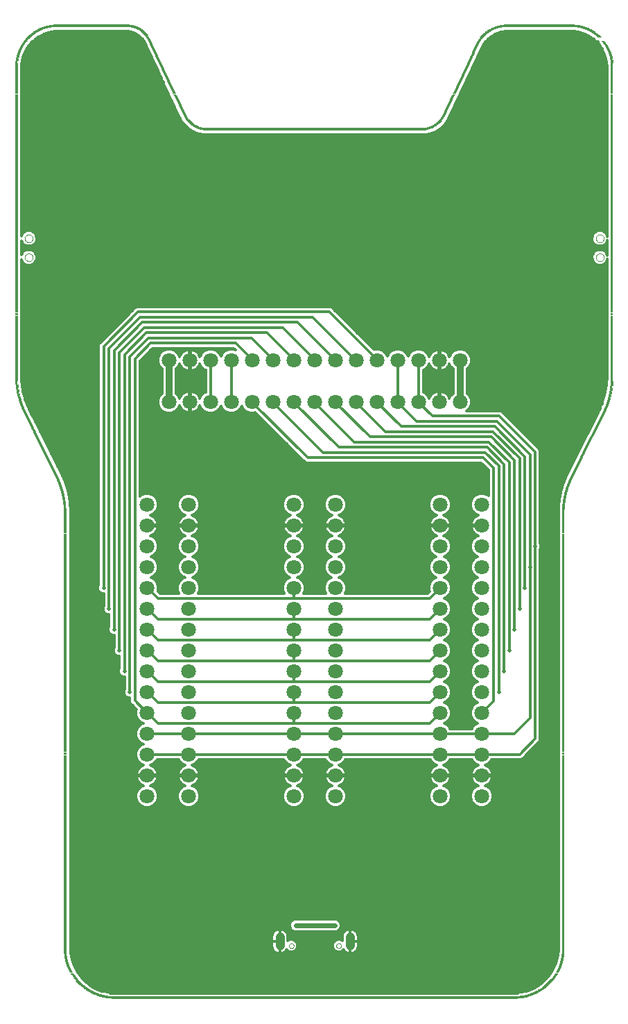
<source format=gtl>
G75*
G70*
%OFA0B0*%
%FSLAX24Y24*%
%IPPOS*%
%LPD*%
%AMOC8*
5,1,8,0,0,1.08239X$1,22.5*
%
%ADD10R,1.9505X0.0033*%
%ADD11R,2.0103X0.0033*%
%ADD12R,2.0435X0.0033*%
%ADD13R,2.0668X0.0033*%
%ADD14R,0.0532X0.0033*%
%ADD15R,0.0432X0.0033*%
%ADD16R,0.0399X0.0033*%
%ADD17R,0.0366X0.0033*%
%ADD18R,0.0332X0.0033*%
%ADD19R,0.0299X0.0033*%
%ADD20R,0.0266X0.0033*%
%ADD21R,0.0233X0.0033*%
%ADD22R,0.0199X0.0033*%
%ADD23R,0.0166X0.0033*%
%ADD24R,0.0133X0.0033*%
%ADD25R,0.0100X0.0033*%
%ADD26R,1.0733X0.0033*%
%ADD27R,1.1032X0.0033*%
%ADD28R,1.1231X0.0033*%
%ADD29R,1.1397X0.0033*%
%ADD30R,0.0498X0.0033*%
%ADD31R,0.0465X0.0033*%
%ADD32R,0.4552X0.0033*%
%ADD33R,0.4353X0.0033*%
%ADD34R,0.4154X0.0033*%
%ADD35R,0.4087X0.0033*%
%ADD36R,0.3888X0.0033*%
%ADD37R,0.3655X0.0033*%
%ADD38R,0.3423X0.0033*%
%ADD39C,0.0000*%
%ADD40C,0.0394*%
%ADD41C,0.0433*%
%ADD42C,0.0709*%
%ADD43C,0.0320*%
%ADD44C,0.0120*%
%ADD45C,0.0200*%
%ADD46C,0.2598*%
%ADD47C,0.0240*%
D10*
X015248Y002160D03*
D11*
X015248Y002193D03*
D12*
X015248Y002226D03*
D13*
X015231Y002260D03*
D14*
X005063Y002293D03*
X025399Y002293D03*
D15*
X025549Y002326D03*
X004947Y002326D03*
X024053Y048813D03*
D16*
X028257Y048779D03*
X006625Y048813D03*
X002239Y048779D03*
X004831Y002359D03*
D17*
X025648Y002359D03*
X025748Y002393D03*
X020830Y043994D03*
X023920Y048779D03*
X028340Y048746D03*
D18*
X028423Y048713D03*
X009649Y043994D03*
X006725Y048779D03*
X002139Y048746D03*
X004665Y002426D03*
X004731Y002393D03*
X025831Y002426D03*
D19*
X025881Y002459D03*
X004582Y002459D03*
X004515Y002492D03*
X009566Y044028D03*
X002056Y048713D03*
X001990Y048680D03*
X020897Y044028D03*
X023854Y048746D03*
D20*
X023771Y048713D03*
X023704Y048680D03*
X023605Y048613D03*
X020980Y044061D03*
X028489Y048680D03*
X028556Y048646D03*
X028622Y048613D03*
X009516Y044061D03*
X009450Y044094D03*
X006858Y048713D03*
X006791Y048746D03*
X001940Y048646D03*
X001873Y048613D03*
X004299Y002625D03*
X004399Y002559D03*
X004465Y002526D03*
X025964Y002492D03*
X026030Y002526D03*
X026130Y002592D03*
D21*
X026080Y002559D03*
X026180Y002625D03*
X026246Y002658D03*
X026280Y002692D03*
X026313Y002725D03*
X004349Y002592D03*
X004249Y002658D03*
X004216Y002692D03*
X004116Y002758D03*
X004083Y002791D03*
X009400Y044127D03*
X006941Y048646D03*
X006908Y048680D03*
X001824Y048580D03*
X001757Y048547D03*
X001724Y048514D03*
X001624Y048447D03*
X001591Y048414D03*
X001558Y048381D03*
X021030Y044094D03*
X021096Y044127D03*
X021129Y044161D03*
X023522Y048547D03*
X023555Y048580D03*
X023655Y048646D03*
X028672Y048580D03*
X028705Y048547D03*
X028772Y048514D03*
X028805Y048480D03*
D22*
X028855Y048447D03*
X028888Y048414D03*
X028921Y048381D03*
X028955Y048347D03*
X023472Y048514D03*
X023439Y048480D03*
X023405Y048447D03*
X023372Y048414D03*
X023339Y048381D03*
X023306Y048347D03*
X021279Y044294D03*
X021246Y044260D03*
X021212Y044227D03*
X021179Y044194D03*
X009350Y044161D03*
X009317Y044194D03*
X009283Y044227D03*
X009250Y044260D03*
X009217Y044294D03*
X009184Y044327D03*
X009150Y044360D03*
X007157Y048447D03*
X007124Y048480D03*
X007090Y048514D03*
X007057Y048547D03*
X007024Y048580D03*
X006991Y048613D03*
X001674Y048480D03*
X001508Y048347D03*
X001475Y048314D03*
X001441Y048281D03*
X001342Y048148D03*
X003767Y003124D03*
X003867Y002991D03*
X003900Y002957D03*
X003934Y002924D03*
X003967Y002891D03*
X004000Y002858D03*
X004033Y002825D03*
X004166Y002725D03*
X026363Y002758D03*
X026396Y002791D03*
X026429Y002825D03*
X026462Y002858D03*
X026496Y002891D03*
X026529Y002924D03*
X026562Y002957D03*
X026595Y002991D03*
X026629Y003024D03*
X026662Y003057D03*
X026695Y003090D03*
D23*
X026712Y003124D03*
X026745Y003157D03*
X026778Y003190D03*
X026778Y003223D03*
X026811Y003257D03*
X026845Y003290D03*
X026845Y003323D03*
X026878Y003356D03*
X026911Y003423D03*
X026944Y003489D03*
X026977Y003556D03*
X027011Y003622D03*
X027044Y003689D03*
X027443Y026815D03*
X027509Y026982D03*
X027576Y027148D03*
X027609Y027214D03*
X027642Y027281D03*
X027675Y027347D03*
X027709Y027414D03*
X027742Y027480D03*
X027775Y027546D03*
X027808Y027613D03*
X027841Y027679D03*
X027875Y027746D03*
X027908Y027812D03*
X027941Y027879D03*
X027974Y027945D03*
X028008Y028012D03*
X028041Y028078D03*
X028074Y028145D03*
X028107Y028211D03*
X028140Y028277D03*
X028174Y028344D03*
X028207Y028410D03*
X028240Y028477D03*
X028273Y028543D03*
X028307Y028610D03*
X028340Y028676D03*
X028373Y028743D03*
X028406Y028809D03*
X028440Y028876D03*
X028473Y028942D03*
X028506Y029009D03*
X028539Y029075D03*
X028572Y029141D03*
X029104Y030171D03*
X029137Y030238D03*
X029237Y030471D03*
X029270Y030537D03*
X021295Y044327D03*
X021329Y044360D03*
X021362Y044393D03*
X021395Y044460D03*
X021428Y044493D03*
X021561Y044792D03*
X021594Y044858D03*
X021628Y044925D03*
X021661Y044991D03*
X021694Y045058D03*
X021727Y045124D03*
X021827Y045357D03*
X021860Y045423D03*
X021894Y045490D03*
X021927Y045556D03*
X021960Y045623D03*
X021993Y045689D03*
X022126Y045988D03*
X022159Y046055D03*
X022193Y046121D03*
X022226Y046188D03*
X022259Y046254D03*
X022292Y046320D03*
X022392Y046553D03*
X022425Y046620D03*
X022458Y046686D03*
X022492Y046752D03*
X022525Y046819D03*
X022558Y046885D03*
X022658Y047118D03*
X022691Y047184D03*
X022724Y047251D03*
X022757Y047317D03*
X022791Y047384D03*
X022824Y047450D03*
X022957Y047749D03*
X022990Y047816D03*
X023023Y047882D03*
X023057Y047949D03*
X023090Y048015D03*
X023123Y048082D03*
X023156Y048148D03*
X023189Y048181D03*
X023189Y048214D03*
X023223Y048248D03*
X023256Y048281D03*
X023289Y048314D03*
X029137Y048148D03*
X029171Y048115D03*
X029204Y048082D03*
X029204Y048048D03*
X029237Y048015D03*
X029270Y047982D03*
X029303Y047915D03*
X029337Y047849D03*
X029370Y047783D03*
X029403Y047716D03*
X009134Y044393D03*
X009101Y044426D03*
X009067Y044493D03*
X008968Y044692D03*
X008934Y044759D03*
X008901Y044825D03*
X008868Y044892D03*
X008835Y044958D03*
X008802Y045025D03*
X008702Y045257D03*
X008669Y045324D03*
X008635Y045390D03*
X008602Y045457D03*
X008569Y045523D03*
X008536Y045589D03*
X008503Y045656D03*
X008403Y045889D03*
X008370Y045955D03*
X008336Y046021D03*
X008303Y046088D03*
X008270Y046154D03*
X008237Y046221D03*
X008137Y046453D03*
X008104Y046520D03*
X008071Y046586D03*
X008037Y046653D03*
X008004Y046719D03*
X007971Y046786D03*
X007838Y047085D03*
X007805Y047151D03*
X007771Y047218D03*
X007738Y047284D03*
X007705Y047351D03*
X007672Y047417D03*
X007572Y047650D03*
X007539Y047716D03*
X007506Y047783D03*
X007472Y047849D03*
X007439Y047915D03*
X007406Y047982D03*
X007306Y048214D03*
X007273Y048281D03*
X007240Y048314D03*
X007207Y048381D03*
X007173Y048414D03*
X001425Y048248D03*
X001392Y048214D03*
X001358Y048181D03*
X001325Y048115D03*
X001292Y048082D03*
X001259Y048048D03*
X001226Y047982D03*
X001192Y047949D03*
X001159Y047882D03*
X001126Y047816D03*
X001093Y047749D03*
X001059Y047683D03*
X001159Y030670D03*
X001226Y030504D03*
X001259Y030437D03*
X001491Y029972D03*
X001525Y029906D03*
X001558Y029839D03*
X001591Y029773D03*
X001624Y029706D03*
X001657Y029640D03*
X001691Y029573D03*
X001724Y029507D03*
X001757Y029440D03*
X001790Y029374D03*
X001824Y029308D03*
X001857Y029241D03*
X001890Y029175D03*
X001923Y029108D03*
X001957Y029042D03*
X001990Y028975D03*
X002023Y028909D03*
X002056Y028842D03*
X002089Y028776D03*
X002123Y028709D03*
X002156Y028643D03*
X002189Y028577D03*
X002222Y028510D03*
X002256Y028444D03*
X002289Y028377D03*
X002322Y028311D03*
X002355Y028244D03*
X002389Y028178D03*
X002422Y028111D03*
X002455Y028045D03*
X002488Y027978D03*
X002521Y027912D03*
X002555Y027846D03*
X002588Y027779D03*
X002621Y027713D03*
X002654Y027646D03*
X002688Y027580D03*
X002721Y027513D03*
X002754Y027447D03*
X002787Y027380D03*
X002820Y027314D03*
X002854Y027247D03*
X002887Y027181D03*
X002920Y027114D03*
X002987Y026948D03*
X003452Y003655D03*
X003485Y003589D03*
X003518Y003522D03*
X003551Y003456D03*
X003585Y003389D03*
X003618Y003323D03*
X003651Y003290D03*
X003684Y003257D03*
X003684Y003223D03*
X003718Y003190D03*
X003751Y003157D03*
X003784Y003090D03*
X003817Y003057D03*
X003851Y003024D03*
D24*
X003369Y003855D03*
X003369Y003888D03*
X003369Y003921D03*
X003336Y003954D03*
X003336Y003988D03*
X003336Y004021D03*
X003336Y004054D03*
X003302Y004120D03*
X003302Y004154D03*
X003302Y004187D03*
X003302Y004220D03*
X003269Y004353D03*
X003269Y004386D03*
X003269Y004420D03*
X003269Y004453D03*
X003269Y004486D03*
X003269Y004519D03*
X003269Y004552D03*
X003269Y004586D03*
X003269Y004619D03*
X003269Y004652D03*
X003269Y004685D03*
X003269Y004719D03*
X003269Y004752D03*
X003269Y004785D03*
X003269Y004818D03*
X003269Y004851D03*
X003269Y004885D03*
X003269Y004918D03*
X003269Y004951D03*
X003269Y004984D03*
X003269Y005018D03*
X003269Y005051D03*
X003269Y005084D03*
X003269Y005117D03*
X003269Y005151D03*
X003269Y005184D03*
X003269Y005217D03*
X003269Y005250D03*
X003269Y005283D03*
X003269Y005317D03*
X003269Y005350D03*
X003269Y005383D03*
X003269Y005416D03*
X003269Y005450D03*
X003269Y005483D03*
X003269Y005516D03*
X003269Y005549D03*
X003269Y005583D03*
X003269Y005616D03*
X003269Y005649D03*
X003269Y005682D03*
X003269Y005715D03*
X003269Y005749D03*
X003269Y005782D03*
X003269Y005815D03*
X003269Y005848D03*
X003269Y005882D03*
X003269Y005915D03*
X003269Y005948D03*
X003269Y005981D03*
X003269Y006014D03*
X003269Y006048D03*
X003269Y006081D03*
X003269Y006114D03*
X003269Y006147D03*
X003269Y006181D03*
X003269Y006214D03*
X003269Y006247D03*
X003269Y006280D03*
X003269Y006314D03*
X003269Y006347D03*
X003269Y006380D03*
X003269Y006413D03*
X003269Y006446D03*
X003269Y006480D03*
X003269Y006513D03*
X003269Y006546D03*
X003269Y006579D03*
X003269Y006613D03*
X003269Y006646D03*
X003269Y006679D03*
X003269Y006712D03*
X003269Y006746D03*
X003269Y006779D03*
X003269Y006812D03*
X003269Y006845D03*
X003269Y006878D03*
X003269Y006912D03*
X003269Y006945D03*
X003269Y006978D03*
X003269Y007011D03*
X003269Y007045D03*
X003269Y007078D03*
X003269Y007111D03*
X003269Y007144D03*
X003269Y007177D03*
X003269Y007211D03*
X003269Y007244D03*
X003269Y007277D03*
X003269Y007310D03*
X003269Y007344D03*
X003269Y007377D03*
X003269Y007410D03*
X003269Y007443D03*
X003269Y007477D03*
X003269Y007510D03*
X003269Y007543D03*
X003269Y007576D03*
X003269Y007609D03*
X003269Y007643D03*
X003269Y007676D03*
X003269Y007709D03*
X003269Y007742D03*
X003269Y007776D03*
X003269Y007809D03*
X003269Y007842D03*
X003269Y007875D03*
X003269Y007909D03*
X003269Y007942D03*
X003269Y007975D03*
X003269Y008008D03*
X003269Y008041D03*
X003269Y008075D03*
X003269Y008108D03*
X003269Y008141D03*
X003269Y008174D03*
X003269Y008208D03*
X003269Y008241D03*
X003269Y008274D03*
X003269Y008307D03*
X003269Y008340D03*
X003269Y008374D03*
X003269Y008407D03*
X003269Y008440D03*
X003269Y008473D03*
X003269Y008507D03*
X003269Y008540D03*
X003269Y008573D03*
X003269Y008606D03*
X003269Y008640D03*
X003269Y008673D03*
X003269Y008706D03*
X003269Y008739D03*
X003269Y008772D03*
X003269Y008806D03*
X003269Y008839D03*
X003269Y008872D03*
X003269Y008905D03*
X003269Y008939D03*
X003269Y008972D03*
X003269Y009005D03*
X003269Y009038D03*
X003269Y009071D03*
X003269Y009105D03*
X003269Y009138D03*
X003269Y009171D03*
X003269Y009204D03*
X003269Y009238D03*
X003269Y009271D03*
X003269Y009304D03*
X003269Y009337D03*
X003269Y009371D03*
X003269Y009404D03*
X003269Y009437D03*
X003269Y009470D03*
X003269Y009503D03*
X003269Y009537D03*
X003269Y009570D03*
X003269Y009603D03*
X003269Y009636D03*
X003269Y009670D03*
X003269Y009703D03*
X003269Y009736D03*
X003269Y009769D03*
X003269Y009803D03*
X003269Y009836D03*
X003269Y009869D03*
X003269Y009902D03*
X003269Y009935D03*
X003269Y009969D03*
X003269Y010002D03*
X003269Y010035D03*
X003269Y010068D03*
X003269Y010102D03*
X003269Y010135D03*
X003269Y010168D03*
X003269Y010201D03*
X003269Y010234D03*
X003269Y010268D03*
X003269Y010301D03*
X003269Y010334D03*
X003269Y010367D03*
X003269Y010401D03*
X003269Y010434D03*
X003269Y010467D03*
X003269Y010500D03*
X003269Y010534D03*
X003269Y010567D03*
X003269Y010600D03*
X003269Y010633D03*
X003269Y010666D03*
X003269Y010700D03*
X003269Y010733D03*
X003269Y010766D03*
X003269Y010799D03*
X003269Y010833D03*
X003269Y010866D03*
X003269Y010899D03*
X003269Y010932D03*
X003269Y010966D03*
X003269Y010999D03*
X003269Y011032D03*
X003269Y011065D03*
X003269Y011098D03*
X003269Y011132D03*
X003269Y011165D03*
X003269Y011198D03*
X003269Y011231D03*
X003269Y011265D03*
X003269Y011298D03*
X003269Y011331D03*
X003269Y011364D03*
X003269Y011397D03*
X003269Y011431D03*
X003269Y011464D03*
X003269Y011497D03*
X003269Y011530D03*
X003269Y011564D03*
X003269Y011597D03*
X003269Y011630D03*
X003269Y011663D03*
X003269Y011697D03*
X003269Y011730D03*
X003269Y011763D03*
X003269Y011796D03*
X003269Y011829D03*
X003269Y011863D03*
X003269Y011896D03*
X003269Y011929D03*
X003269Y011962D03*
X003269Y011996D03*
X003269Y012029D03*
X003269Y012062D03*
X003269Y012095D03*
X003269Y012129D03*
X003269Y012162D03*
X003269Y012195D03*
X003269Y012228D03*
X003269Y012261D03*
X003269Y012295D03*
X003269Y012328D03*
X003269Y012361D03*
X003269Y012394D03*
X003269Y012428D03*
X003269Y012461D03*
X003269Y012494D03*
X003269Y012527D03*
X003269Y012560D03*
X003269Y012594D03*
X003269Y012627D03*
X003269Y012660D03*
X003269Y012693D03*
X003269Y012727D03*
X003269Y012760D03*
X003269Y012793D03*
X003269Y012826D03*
X003269Y012860D03*
X003269Y012893D03*
X003269Y012926D03*
X003269Y012959D03*
X003269Y012992D03*
X003269Y013026D03*
X003269Y013059D03*
X003269Y013092D03*
X003269Y013125D03*
X003269Y013159D03*
X003269Y013192D03*
X003269Y013225D03*
X003269Y013258D03*
X003269Y013291D03*
X003269Y013325D03*
X003269Y013358D03*
X003269Y013391D03*
X003269Y013424D03*
X003269Y013458D03*
X003269Y013491D03*
X003269Y013524D03*
X003269Y013557D03*
X003269Y013591D03*
X003269Y013624D03*
X003269Y013657D03*
X003269Y013690D03*
X003269Y013723D03*
X003269Y013757D03*
X003269Y013790D03*
X003269Y013823D03*
X003269Y013856D03*
X003269Y013890D03*
X003269Y013923D03*
X003269Y013956D03*
X003269Y013989D03*
X003269Y014023D03*
X003269Y014056D03*
X003269Y014089D03*
X003269Y014122D03*
X003269Y014155D03*
X003269Y014189D03*
X003269Y014222D03*
X003269Y014255D03*
X003269Y014288D03*
X003269Y014322D03*
X003269Y014355D03*
X003269Y014388D03*
X003269Y014421D03*
X003269Y014454D03*
X003269Y014488D03*
X003269Y014521D03*
X003269Y014554D03*
X003269Y014587D03*
X003269Y014621D03*
X003269Y014654D03*
X003269Y014687D03*
X003269Y014720D03*
X003269Y014754D03*
X003269Y014787D03*
X003269Y014820D03*
X003269Y014853D03*
X003269Y014886D03*
X003269Y014920D03*
X003269Y014953D03*
X003269Y014986D03*
X003269Y015019D03*
X003269Y015053D03*
X003269Y015086D03*
X003269Y015119D03*
X003269Y015152D03*
X003269Y015186D03*
X003269Y015219D03*
X003269Y015252D03*
X003269Y015285D03*
X003269Y015318D03*
X003269Y015352D03*
X003269Y015385D03*
X003269Y015418D03*
X003269Y015451D03*
X003269Y015485D03*
X003269Y015518D03*
X003269Y015551D03*
X003269Y015584D03*
X003269Y015617D03*
X003269Y015651D03*
X003269Y015684D03*
X003269Y015717D03*
X003269Y015750D03*
X003269Y015784D03*
X003269Y015817D03*
X003269Y015850D03*
X003269Y015883D03*
X003269Y015917D03*
X003269Y015950D03*
X003269Y015983D03*
X003269Y016016D03*
X003269Y016049D03*
X003269Y016083D03*
X003269Y016116D03*
X003269Y016149D03*
X003269Y016182D03*
X003269Y016216D03*
X003269Y016249D03*
X003269Y016282D03*
X003269Y016315D03*
X003269Y016349D03*
X003269Y016382D03*
X003269Y016415D03*
X003269Y016448D03*
X003269Y016481D03*
X003269Y016515D03*
X003269Y016548D03*
X003269Y016581D03*
X003269Y016614D03*
X003269Y016648D03*
X003269Y016681D03*
X003269Y016714D03*
X003269Y016747D03*
X003269Y016780D03*
X003269Y016814D03*
X003269Y016847D03*
X003269Y016880D03*
X003269Y016913D03*
X003269Y016947D03*
X003269Y016980D03*
X003269Y017013D03*
X003269Y017046D03*
X003269Y017080D03*
X003269Y017113D03*
X003269Y017146D03*
X003269Y017179D03*
X003269Y017212D03*
X003269Y017246D03*
X003269Y017279D03*
X003269Y017312D03*
X003269Y017345D03*
X003269Y017379D03*
X003269Y017412D03*
X003269Y017445D03*
X003269Y017478D03*
X003269Y017511D03*
X003269Y017545D03*
X003269Y017578D03*
X003269Y017611D03*
X003269Y017644D03*
X003269Y017678D03*
X003269Y017711D03*
X003269Y017744D03*
X003269Y017777D03*
X003269Y017811D03*
X003269Y017844D03*
X003269Y017877D03*
X003269Y017910D03*
X003269Y017943D03*
X003269Y017977D03*
X003269Y018010D03*
X003269Y018043D03*
X003269Y018076D03*
X003269Y018110D03*
X003269Y018143D03*
X003269Y018176D03*
X003269Y018209D03*
X003269Y018243D03*
X003269Y018276D03*
X003269Y018309D03*
X003269Y018342D03*
X003269Y018375D03*
X003269Y018409D03*
X003269Y018442D03*
X003269Y018475D03*
X003269Y018508D03*
X003269Y018542D03*
X003269Y018575D03*
X003269Y018608D03*
X003269Y018641D03*
X003269Y018674D03*
X003269Y018708D03*
X003269Y018741D03*
X003269Y018774D03*
X003269Y018807D03*
X003269Y018841D03*
X003269Y018874D03*
X003269Y018907D03*
X003269Y018940D03*
X003269Y018974D03*
X003269Y019007D03*
X003269Y019040D03*
X003269Y019073D03*
X003269Y019106D03*
X003269Y019140D03*
X003269Y019173D03*
X003269Y019206D03*
X003269Y019239D03*
X003269Y019273D03*
X003269Y019306D03*
X003269Y019339D03*
X003269Y019372D03*
X003269Y019406D03*
X003269Y019439D03*
X003269Y019472D03*
X003269Y019505D03*
X003269Y019538D03*
X003269Y019572D03*
X003269Y019605D03*
X003269Y019638D03*
X003269Y019671D03*
X003269Y019705D03*
X003269Y019738D03*
X003269Y019771D03*
X003269Y019804D03*
X003269Y019837D03*
X003269Y019871D03*
X003269Y019904D03*
X003269Y019937D03*
X003269Y019970D03*
X003269Y020004D03*
X003269Y020037D03*
X003269Y020070D03*
X003269Y020103D03*
X003269Y020137D03*
X003269Y020170D03*
X003269Y020203D03*
X003269Y020236D03*
X003269Y020269D03*
X003269Y020303D03*
X003269Y020336D03*
X003269Y020369D03*
X003269Y020402D03*
X003269Y020436D03*
X003269Y020469D03*
X003269Y020502D03*
X003269Y020535D03*
X003269Y020569D03*
X003269Y020602D03*
X003269Y020635D03*
X003269Y020668D03*
X003269Y020701D03*
X003269Y020735D03*
X003269Y020768D03*
X003269Y020801D03*
X003269Y020834D03*
X003269Y020868D03*
X003269Y020901D03*
X003269Y020934D03*
X003269Y020967D03*
X003269Y021000D03*
X003269Y021034D03*
X003269Y021067D03*
X003269Y021100D03*
X003269Y021133D03*
X003269Y021167D03*
X003269Y021200D03*
X003269Y021233D03*
X003269Y021266D03*
X003269Y021300D03*
X003269Y021333D03*
X003269Y021366D03*
X003269Y021399D03*
X003269Y021432D03*
X003269Y021466D03*
X003269Y021499D03*
X003269Y021532D03*
X003269Y021565D03*
X003269Y021599D03*
X003269Y021632D03*
X003269Y021665D03*
X003269Y021698D03*
X003269Y021731D03*
X003269Y021765D03*
X003269Y021798D03*
X003269Y021831D03*
X003269Y021864D03*
X003269Y021898D03*
X003269Y021931D03*
X003269Y021964D03*
X003269Y021997D03*
X003269Y022031D03*
X003269Y022064D03*
X003269Y022097D03*
X003269Y022130D03*
X003269Y022163D03*
X003269Y022197D03*
X003269Y022230D03*
X003269Y022263D03*
X003269Y022296D03*
X003269Y022330D03*
X003269Y022363D03*
X003269Y022396D03*
X003269Y022429D03*
X003269Y022463D03*
X003269Y022496D03*
X003269Y022529D03*
X003269Y022562D03*
X003269Y022595D03*
X003269Y022629D03*
X003269Y022662D03*
X003269Y022695D03*
X003269Y022728D03*
X003269Y022762D03*
X003269Y022795D03*
X003269Y022828D03*
X003269Y022861D03*
X003269Y022894D03*
X003269Y022928D03*
X003269Y022961D03*
X003269Y022994D03*
X003269Y023027D03*
X003269Y023061D03*
X003269Y023094D03*
X003269Y023127D03*
X003269Y023160D03*
X003269Y023194D03*
X003269Y023227D03*
X003269Y023260D03*
X003269Y023293D03*
X003269Y023326D03*
X003269Y023360D03*
X003269Y023393D03*
X003269Y023426D03*
X003269Y023459D03*
X003269Y023493D03*
X003269Y023526D03*
X003269Y023559D03*
X003269Y023592D03*
X003269Y023626D03*
X003269Y023659D03*
X003269Y023692D03*
X003269Y023725D03*
X003269Y023758D03*
X003269Y023792D03*
X003269Y023825D03*
X003269Y023858D03*
X003269Y023891D03*
X003269Y023925D03*
X003269Y023958D03*
X003269Y023991D03*
X003269Y024024D03*
X003269Y024057D03*
X003269Y024091D03*
X003269Y024124D03*
X003269Y024157D03*
X003269Y024190D03*
X003269Y024224D03*
X003269Y024257D03*
X003269Y024290D03*
X003269Y024323D03*
X003269Y024357D03*
X003269Y024390D03*
X003269Y024423D03*
X003269Y024456D03*
X003269Y024489D03*
X003269Y024523D03*
X003269Y024556D03*
X003269Y024589D03*
X003269Y024622D03*
X003269Y024656D03*
X003269Y024689D03*
X003269Y024722D03*
X003269Y024755D03*
X003269Y024789D03*
X003269Y024822D03*
X003269Y024855D03*
X003269Y024888D03*
X003269Y024921D03*
X003269Y024955D03*
X003269Y024988D03*
X003269Y025021D03*
X003269Y025054D03*
X003269Y025088D03*
X003269Y025121D03*
X003269Y025154D03*
X003269Y025187D03*
X003269Y025220D03*
X003269Y025254D03*
X003269Y025287D03*
X003269Y025320D03*
X003269Y025353D03*
X003269Y025387D03*
X003269Y025420D03*
X003269Y025453D03*
X003269Y025486D03*
X003269Y025520D03*
X003269Y025553D03*
X003269Y025586D03*
X003269Y025619D03*
X003269Y025652D03*
X003269Y025686D03*
X003269Y025719D03*
X003236Y025918D03*
X003236Y025951D03*
X003236Y025985D03*
X003236Y026018D03*
X003236Y026051D03*
X003203Y026151D03*
X003203Y026184D03*
X003203Y026217D03*
X003203Y026251D03*
X003169Y026317D03*
X003169Y026350D03*
X003169Y026383D03*
X003169Y026417D03*
X003136Y026450D03*
X003136Y026483D03*
X003136Y026516D03*
X003136Y026550D03*
X003103Y026583D03*
X003103Y026616D03*
X003103Y026649D03*
X003070Y026683D03*
X003070Y026716D03*
X003070Y026749D03*
X003036Y026782D03*
X003036Y026815D03*
X003036Y026849D03*
X003003Y026882D03*
X003003Y026915D03*
X002970Y026982D03*
X002970Y027015D03*
X002937Y027048D03*
X002937Y027081D03*
X002904Y027148D03*
X002870Y027214D03*
X002837Y027281D03*
X002804Y027347D03*
X002771Y027414D03*
X002737Y027480D03*
X002704Y027546D03*
X002671Y027613D03*
X002638Y027679D03*
X002604Y027746D03*
X002571Y027812D03*
X002538Y027879D03*
X002505Y027945D03*
X002472Y028012D03*
X002438Y028078D03*
X002405Y028145D03*
X002372Y028211D03*
X002339Y028277D03*
X002305Y028344D03*
X002272Y028410D03*
X002239Y028477D03*
X002206Y028543D03*
X002173Y028610D03*
X002139Y028676D03*
X002106Y028743D03*
X002073Y028809D03*
X002040Y028876D03*
X002006Y028942D03*
X001973Y029009D03*
X001940Y029075D03*
X001907Y029141D03*
X001873Y029208D03*
X001840Y029274D03*
X001807Y029341D03*
X001774Y029407D03*
X001741Y029474D03*
X001707Y029540D03*
X001674Y029607D03*
X001641Y029673D03*
X001608Y029740D03*
X001574Y029806D03*
X001541Y029872D03*
X001508Y029939D03*
X001475Y030005D03*
X001441Y030039D03*
X001441Y030072D03*
X001408Y030105D03*
X001408Y030138D03*
X001375Y030171D03*
X001375Y030205D03*
X001342Y030238D03*
X001342Y030271D03*
X001309Y030304D03*
X001309Y030338D03*
X001275Y030371D03*
X001275Y030404D03*
X001242Y030471D03*
X001209Y030537D03*
X001209Y030570D03*
X001176Y030603D03*
X001176Y030637D03*
X001142Y030703D03*
X001142Y030736D03*
X001109Y030770D03*
X001109Y030803D03*
X001109Y030836D03*
X001076Y030869D03*
X001076Y030903D03*
X001076Y030936D03*
X001076Y030969D03*
X001043Y031002D03*
X001043Y031035D03*
X001043Y031069D03*
X001010Y031135D03*
X001010Y031168D03*
X001010Y031202D03*
X000976Y031301D03*
X000976Y031334D03*
X000976Y031368D03*
X000976Y031401D03*
X000943Y031501D03*
X000943Y031534D03*
X000943Y031567D03*
X000943Y031600D03*
X000943Y031634D03*
X000910Y031833D03*
X000910Y031866D03*
X000910Y031899D03*
X000910Y031933D03*
X000910Y031966D03*
X000910Y031999D03*
X000910Y032032D03*
X000910Y032066D03*
X000910Y032099D03*
X000910Y032132D03*
X000910Y032165D03*
X000910Y032198D03*
X000910Y032232D03*
X000910Y032265D03*
X000910Y032298D03*
X000910Y032331D03*
X000910Y032365D03*
X000910Y032398D03*
X000910Y032431D03*
X000910Y032464D03*
X000910Y032497D03*
X000910Y032531D03*
X000910Y032564D03*
X000910Y032597D03*
X000910Y032630D03*
X000910Y032664D03*
X000910Y032697D03*
X000910Y032730D03*
X000910Y032763D03*
X000910Y032797D03*
X000910Y032830D03*
X000910Y032863D03*
X000910Y032896D03*
X000910Y032929D03*
X000910Y032963D03*
X000910Y032996D03*
X000910Y033029D03*
X000910Y033062D03*
X000910Y033096D03*
X000910Y033129D03*
X000910Y033162D03*
X000910Y033195D03*
X000910Y033229D03*
X000910Y033262D03*
X000910Y033295D03*
X000910Y033328D03*
X000910Y033361D03*
X000910Y033395D03*
X000910Y033428D03*
X000910Y033461D03*
X000910Y033494D03*
X000910Y033528D03*
X000910Y033561D03*
X000910Y033594D03*
X000910Y033627D03*
X000910Y033660D03*
X000910Y033694D03*
X000910Y033727D03*
X000910Y033760D03*
X000910Y033793D03*
X000910Y033827D03*
X000910Y033860D03*
X000910Y033893D03*
X000910Y033926D03*
X000910Y033960D03*
X000910Y033993D03*
X000910Y034026D03*
X000910Y034059D03*
X000910Y034092D03*
X000910Y034126D03*
X000910Y034159D03*
X000910Y034192D03*
X000910Y034225D03*
X000910Y034259D03*
X000910Y034292D03*
X000910Y034325D03*
X000910Y034358D03*
X000910Y034391D03*
X000910Y034425D03*
X000910Y034458D03*
X000910Y034491D03*
X000910Y034524D03*
X000910Y034558D03*
X000910Y034591D03*
X000910Y034624D03*
X000910Y034657D03*
X000910Y034691D03*
X000910Y034724D03*
X000910Y034757D03*
X000910Y034790D03*
X000910Y034823D03*
X000910Y034857D03*
X000910Y034890D03*
X000910Y034923D03*
X000910Y034956D03*
X000910Y034990D03*
X000910Y035023D03*
X000910Y035056D03*
X000910Y035089D03*
X000910Y035123D03*
X000910Y035156D03*
X000910Y035189D03*
X000910Y035222D03*
X000910Y035255D03*
X000910Y035289D03*
X000910Y035322D03*
X000910Y035355D03*
X000910Y035388D03*
X000910Y035422D03*
X000910Y035455D03*
X000910Y035488D03*
X000910Y035521D03*
X000910Y035554D03*
X000910Y035588D03*
X000910Y035621D03*
X000910Y035654D03*
X000910Y035687D03*
X000910Y035721D03*
X000910Y035754D03*
X000910Y035787D03*
X000910Y035820D03*
X000910Y035854D03*
X000910Y035887D03*
X000910Y035920D03*
X000910Y035953D03*
X000910Y035986D03*
X000910Y036020D03*
X000910Y036053D03*
X000910Y036086D03*
X000910Y036119D03*
X000910Y036153D03*
X000910Y036186D03*
X000910Y036219D03*
X000910Y036252D03*
X000910Y036286D03*
X000910Y036319D03*
X000910Y036352D03*
X000910Y036385D03*
X000910Y036418D03*
X000910Y036452D03*
X000910Y036485D03*
X000910Y036518D03*
X000910Y036551D03*
X000910Y036585D03*
X000910Y036618D03*
X000910Y036651D03*
X000910Y036684D03*
X000910Y036717D03*
X000910Y036751D03*
X000910Y036784D03*
X000910Y036817D03*
X000910Y036850D03*
X000910Y036884D03*
X000910Y036917D03*
X000910Y036950D03*
X000910Y036983D03*
X000910Y037017D03*
X000910Y037050D03*
X000910Y037083D03*
X000910Y037116D03*
X000910Y037149D03*
X000910Y037183D03*
X000910Y037216D03*
X000910Y037249D03*
X000910Y037282D03*
X000910Y037316D03*
X000910Y037349D03*
X000910Y037382D03*
X000910Y037415D03*
X000910Y037449D03*
X000910Y037482D03*
X000910Y037515D03*
X000910Y037548D03*
X000910Y037581D03*
X000910Y037615D03*
X000910Y037648D03*
X000910Y037681D03*
X000910Y037714D03*
X000910Y037748D03*
X000910Y037781D03*
X000910Y037814D03*
X000910Y037847D03*
X000910Y037880D03*
X000910Y037914D03*
X000910Y037947D03*
X000910Y037980D03*
X000910Y038013D03*
X000910Y038047D03*
X000910Y038080D03*
X000910Y038113D03*
X000910Y038146D03*
X000910Y038180D03*
X000910Y038213D03*
X000910Y038246D03*
X000910Y038279D03*
X000910Y038312D03*
X000910Y038346D03*
X000910Y038379D03*
X000910Y038412D03*
X000910Y038445D03*
X000910Y038479D03*
X000910Y038512D03*
X000910Y038545D03*
X000910Y038578D03*
X000910Y038611D03*
X000910Y038645D03*
X000910Y038678D03*
X000910Y038711D03*
X000910Y038744D03*
X000910Y038778D03*
X000910Y038811D03*
X000910Y038844D03*
X000910Y038877D03*
X000910Y038911D03*
X000910Y038944D03*
X000910Y038977D03*
X000910Y039010D03*
X000910Y039043D03*
X000910Y039077D03*
X000910Y039110D03*
X000910Y039143D03*
X000910Y039176D03*
X000910Y039210D03*
X000910Y039243D03*
X000910Y039276D03*
X000910Y039309D03*
X000910Y039343D03*
X000910Y039376D03*
X000910Y039409D03*
X000910Y039442D03*
X000910Y039475D03*
X000910Y039509D03*
X000910Y039542D03*
X000910Y039575D03*
X000910Y039608D03*
X000910Y039642D03*
X000910Y039675D03*
X000910Y039708D03*
X000910Y039741D03*
X000910Y039774D03*
X000910Y039808D03*
X000910Y039841D03*
X000910Y039874D03*
X000910Y039907D03*
X000910Y039941D03*
X000910Y039974D03*
X000910Y040007D03*
X000910Y040040D03*
X000910Y040074D03*
X000910Y040107D03*
X000910Y040140D03*
X000910Y040173D03*
X000910Y040206D03*
X000910Y040240D03*
X000910Y040273D03*
X000910Y040306D03*
X000910Y040339D03*
X000910Y040373D03*
X000910Y040406D03*
X000910Y040439D03*
X000910Y040472D03*
X000910Y040506D03*
X000910Y040539D03*
X000910Y040572D03*
X000910Y040605D03*
X000910Y040638D03*
X000910Y040672D03*
X000910Y040705D03*
X000910Y040738D03*
X000910Y040771D03*
X000910Y040805D03*
X000910Y040838D03*
X000910Y040871D03*
X000910Y040904D03*
X000910Y040937D03*
X000910Y040971D03*
X000910Y041004D03*
X000910Y041037D03*
X000910Y041070D03*
X000910Y041104D03*
X000910Y041137D03*
X000910Y041170D03*
X000910Y041203D03*
X000910Y041237D03*
X000910Y041270D03*
X000910Y041303D03*
X000910Y041336D03*
X000910Y041369D03*
X000910Y041403D03*
X000910Y041436D03*
X000910Y041469D03*
X000910Y041502D03*
X000910Y041536D03*
X000910Y041569D03*
X000910Y041602D03*
X000910Y041635D03*
X000910Y041669D03*
X000910Y041702D03*
X000910Y041735D03*
X000910Y041768D03*
X000910Y041801D03*
X000910Y041835D03*
X000910Y041868D03*
X000910Y041901D03*
X000910Y041934D03*
X000910Y041968D03*
X000910Y042001D03*
X000910Y042034D03*
X000910Y042067D03*
X000910Y042100D03*
X000910Y042134D03*
X000910Y042167D03*
X000910Y042200D03*
X000910Y042233D03*
X000910Y042267D03*
X000910Y042300D03*
X000910Y042333D03*
X000910Y042366D03*
X000910Y042400D03*
X000910Y042433D03*
X000910Y042466D03*
X000910Y042499D03*
X000910Y042532D03*
X000910Y042566D03*
X000910Y042599D03*
X000910Y042632D03*
X000910Y042665D03*
X000910Y042699D03*
X000910Y042732D03*
X000910Y042765D03*
X000910Y042798D03*
X000910Y042831D03*
X000910Y042865D03*
X000910Y042898D03*
X000910Y042931D03*
X000910Y042964D03*
X000910Y042998D03*
X000910Y043031D03*
X000910Y043064D03*
X000910Y043097D03*
X000910Y043131D03*
X000910Y043164D03*
X000910Y043197D03*
X000910Y043230D03*
X000910Y043263D03*
X000910Y043297D03*
X000910Y043330D03*
X000910Y043363D03*
X000910Y043396D03*
X000910Y043430D03*
X000910Y043463D03*
X000910Y043496D03*
X000910Y043529D03*
X000910Y043563D03*
X000910Y043596D03*
X000910Y043629D03*
X000910Y043662D03*
X000910Y043695D03*
X000910Y043729D03*
X000910Y043762D03*
X000910Y043795D03*
X000910Y043828D03*
X000910Y043862D03*
X000910Y043895D03*
X000910Y043928D03*
X000910Y043961D03*
X000910Y043994D03*
X000910Y044028D03*
X000910Y044061D03*
X000910Y044094D03*
X000910Y044127D03*
X000910Y044161D03*
X000910Y044194D03*
X000910Y044227D03*
X000910Y044260D03*
X000910Y044294D03*
X000910Y044327D03*
X000910Y044360D03*
X000910Y044393D03*
X000910Y044426D03*
X000910Y044460D03*
X000910Y044493D03*
X000910Y044526D03*
X000910Y044559D03*
X000910Y044593D03*
X000910Y044626D03*
X000910Y044659D03*
X000910Y044692D03*
X000910Y044726D03*
X000910Y044759D03*
X000910Y044792D03*
X000910Y044825D03*
X000910Y044858D03*
X000910Y044892D03*
X000910Y044925D03*
X000910Y044958D03*
X000910Y044991D03*
X000910Y045025D03*
X000910Y045058D03*
X000910Y045091D03*
X000910Y045124D03*
X000910Y045157D03*
X000910Y045191D03*
X000910Y045224D03*
X000910Y045257D03*
X000910Y045290D03*
X000910Y045324D03*
X000910Y045357D03*
X000910Y045390D03*
X000910Y045423D03*
X000910Y045457D03*
X000910Y045490D03*
X000910Y045523D03*
X000910Y045556D03*
X000910Y045589D03*
X000910Y045623D03*
X000910Y045656D03*
X000910Y045689D03*
X000910Y045722D03*
X000910Y045756D03*
X000910Y045789D03*
X000910Y045822D03*
X000910Y045855D03*
X000910Y045889D03*
X000910Y045922D03*
X000910Y045955D03*
X000910Y045988D03*
X000910Y046021D03*
X000910Y046055D03*
X000910Y046088D03*
X000910Y046121D03*
X000910Y046154D03*
X000910Y046188D03*
X000910Y046221D03*
X000910Y046254D03*
X000910Y046287D03*
X000910Y046320D03*
X000910Y046354D03*
X000910Y046387D03*
X000910Y046420D03*
X000910Y046453D03*
X000910Y046487D03*
X000910Y046520D03*
X000910Y046553D03*
X000910Y046586D03*
X000910Y046620D03*
X000910Y046653D03*
X000910Y046686D03*
X000910Y046719D03*
X000910Y046752D03*
X000910Y046786D03*
X000910Y046819D03*
X000910Y046852D03*
X000910Y046885D03*
X000910Y046919D03*
X000910Y046952D03*
X000910Y046985D03*
X000910Y047018D03*
X000910Y047051D03*
X000910Y047085D03*
X000943Y047218D03*
X000943Y047251D03*
X000943Y047284D03*
X000943Y047317D03*
X000976Y047384D03*
X000976Y047417D03*
X000976Y047450D03*
X000976Y047483D03*
X001010Y047517D03*
X001010Y047550D03*
X001010Y047583D03*
X001043Y047616D03*
X001043Y047650D03*
X001076Y047716D03*
X001109Y047783D03*
X001142Y047849D03*
X001176Y047915D03*
X001242Y048015D03*
X007223Y048347D03*
X007290Y048248D03*
X007323Y048181D03*
X007323Y048148D03*
X007356Y048115D03*
X007356Y048082D03*
X007389Y048048D03*
X007389Y048015D03*
X007423Y047949D03*
X007456Y047882D03*
X007489Y047816D03*
X007522Y047749D03*
X007556Y047683D03*
X007589Y047616D03*
X007589Y047583D03*
X007622Y047550D03*
X007622Y047517D03*
X007655Y047483D03*
X007655Y047450D03*
X007688Y047384D03*
X007722Y047317D03*
X007755Y047251D03*
X007788Y047184D03*
X007821Y047118D03*
X007855Y047051D03*
X007855Y047018D03*
X007888Y046985D03*
X007888Y046952D03*
X007921Y046919D03*
X007921Y046885D03*
X007954Y046852D03*
X007954Y046819D03*
X007987Y046752D03*
X008021Y046686D03*
X008054Y046620D03*
X008087Y046553D03*
X008120Y046487D03*
X008154Y046420D03*
X008154Y046387D03*
X008187Y046354D03*
X008187Y046320D03*
X008220Y046287D03*
X008220Y046254D03*
X008253Y046188D03*
X008287Y046121D03*
X008320Y046055D03*
X008353Y045988D03*
X008386Y045922D03*
X008419Y045855D03*
X008419Y045822D03*
X008453Y045789D03*
X008453Y045756D03*
X008486Y045722D03*
X008486Y045689D03*
X008519Y045623D03*
X008552Y045556D03*
X008586Y045490D03*
X008619Y045423D03*
X008652Y045357D03*
X008685Y045290D03*
X008719Y045224D03*
X008719Y045191D03*
X008752Y045157D03*
X008752Y045124D03*
X008785Y045091D03*
X008785Y045058D03*
X008818Y044991D03*
X008851Y044925D03*
X008885Y044858D03*
X008918Y044792D03*
X008951Y044726D03*
X008984Y044659D03*
X008984Y044626D03*
X009018Y044593D03*
X009018Y044559D03*
X009051Y044526D03*
X009084Y044460D03*
X021379Y044426D03*
X021445Y044526D03*
X021445Y044559D03*
X021478Y044593D03*
X021478Y044626D03*
X021511Y044659D03*
X021511Y044692D03*
X021545Y044726D03*
X021545Y044759D03*
X021578Y044825D03*
X021611Y044892D03*
X021644Y044958D03*
X021678Y045025D03*
X021711Y045091D03*
X021744Y045157D03*
X021744Y045191D03*
X021777Y045224D03*
X021777Y045257D03*
X021810Y045290D03*
X021810Y045324D03*
X021844Y045390D03*
X021877Y045457D03*
X021910Y045523D03*
X021943Y045589D03*
X021977Y045656D03*
X022010Y045722D03*
X022010Y045756D03*
X022043Y045789D03*
X022043Y045822D03*
X022076Y045855D03*
X022076Y045889D03*
X022110Y045922D03*
X022110Y045955D03*
X022143Y046021D03*
X022176Y046088D03*
X022209Y046154D03*
X022242Y046221D03*
X022276Y046287D03*
X022309Y046354D03*
X022309Y046387D03*
X022342Y046420D03*
X022342Y046453D03*
X022375Y046487D03*
X022375Y046520D03*
X022409Y046586D03*
X022442Y046653D03*
X022475Y046719D03*
X022508Y046786D03*
X022541Y046852D03*
X022575Y046919D03*
X022575Y046952D03*
X022608Y046985D03*
X022608Y047018D03*
X022641Y047051D03*
X022641Y047085D03*
X022674Y047151D03*
X022708Y047218D03*
X022741Y047284D03*
X022774Y047351D03*
X022807Y047417D03*
X022841Y047483D03*
X022841Y047517D03*
X022874Y047550D03*
X022874Y047583D03*
X022907Y047616D03*
X022907Y047650D03*
X022940Y047683D03*
X022940Y047716D03*
X022973Y047783D03*
X023007Y047849D03*
X023040Y047915D03*
X023073Y047982D03*
X023106Y048048D03*
X023140Y048115D03*
X029287Y047949D03*
X029320Y047882D03*
X029353Y047816D03*
X029387Y047749D03*
X029420Y047683D03*
X029420Y047650D03*
X029453Y047616D03*
X029453Y047583D03*
X029453Y047550D03*
X029486Y047517D03*
X029486Y047483D03*
X029486Y047450D03*
X029519Y047417D03*
X029519Y047384D03*
X029519Y047351D03*
X029519Y047317D03*
X029553Y047251D03*
X029553Y047218D03*
X029553Y047184D03*
X029553Y047151D03*
X029553Y047118D03*
X029553Y031800D03*
X029553Y031766D03*
X029553Y031733D03*
X029553Y031700D03*
X029553Y031667D03*
X029553Y031634D03*
X029553Y031600D03*
X029519Y031467D03*
X029519Y031434D03*
X029519Y031401D03*
X029519Y031368D03*
X029486Y031301D03*
X029486Y031268D03*
X029486Y031235D03*
X029486Y031202D03*
X029453Y031135D03*
X029453Y031102D03*
X029453Y031069D03*
X029420Y031002D03*
X029420Y030969D03*
X029420Y030936D03*
X029387Y030903D03*
X029387Y030869D03*
X029387Y030836D03*
X029353Y030803D03*
X029353Y030770D03*
X029353Y030736D03*
X029320Y030703D03*
X029320Y030670D03*
X029320Y030637D03*
X029287Y030603D03*
X029287Y030570D03*
X029254Y030504D03*
X029220Y030437D03*
X029220Y030404D03*
X029187Y030371D03*
X029187Y030338D03*
X029154Y030304D03*
X029154Y030271D03*
X029121Y030205D03*
X029087Y030138D03*
X029054Y030105D03*
X029054Y030072D03*
X029021Y030039D03*
X029021Y030005D03*
X028988Y029972D03*
X028988Y029939D03*
X028955Y029906D03*
X028955Y029872D03*
X028921Y029839D03*
X028921Y029806D03*
X028888Y029773D03*
X028888Y029740D03*
X028855Y029706D03*
X028855Y029673D03*
X028822Y029640D03*
X028822Y029607D03*
X028788Y029573D03*
X028788Y029540D03*
X028755Y029507D03*
X028755Y029474D03*
X028722Y029440D03*
X028722Y029407D03*
X028689Y029374D03*
X028689Y029341D03*
X028656Y029308D03*
X028656Y029274D03*
X028622Y029241D03*
X028622Y029208D03*
X028589Y029175D03*
X028556Y029108D03*
X028523Y029042D03*
X028489Y028975D03*
X028456Y028909D03*
X028423Y028842D03*
X028390Y028776D03*
X028356Y028709D03*
X028323Y028643D03*
X028290Y028577D03*
X028257Y028510D03*
X028224Y028444D03*
X028190Y028377D03*
X028157Y028311D03*
X028124Y028244D03*
X028091Y028178D03*
X028057Y028111D03*
X028024Y028045D03*
X027991Y027978D03*
X027958Y027912D03*
X027924Y027846D03*
X027891Y027779D03*
X027858Y027713D03*
X027825Y027646D03*
X027792Y027580D03*
X027758Y027513D03*
X027725Y027447D03*
X027692Y027380D03*
X027659Y027314D03*
X027625Y027247D03*
X027592Y027181D03*
X027559Y027114D03*
X027559Y027081D03*
X027526Y027048D03*
X027526Y027015D03*
X027493Y026948D03*
X027493Y026915D03*
X027459Y026882D03*
X027459Y026849D03*
X027426Y026782D03*
X027426Y026749D03*
X027393Y026716D03*
X027393Y026683D03*
X027393Y026649D03*
X027393Y026616D03*
X027360Y026583D03*
X027360Y026550D03*
X027360Y026516D03*
X027326Y026483D03*
X027326Y026450D03*
X027326Y026417D03*
X027326Y026383D03*
X027293Y026317D03*
X027293Y026284D03*
X027293Y026251D03*
X027293Y026217D03*
X027260Y026151D03*
X027260Y026118D03*
X027260Y026084D03*
X027260Y026051D03*
X027260Y026018D03*
X027227Y025918D03*
X027227Y025885D03*
X027227Y025852D03*
X027227Y025819D03*
X027227Y025785D03*
X027227Y025752D03*
X027227Y025719D03*
X027227Y025686D03*
X027193Y004320D03*
X027193Y004287D03*
X027193Y004253D03*
X027193Y004220D03*
X027193Y004187D03*
X027160Y004120D03*
X027160Y004087D03*
X027160Y004054D03*
X027160Y004021D03*
X027127Y003988D03*
X027127Y003954D03*
X027127Y003921D03*
X027127Y003888D03*
X027094Y003855D03*
X027094Y003821D03*
X027094Y003788D03*
X027061Y003755D03*
X027061Y003722D03*
X027027Y003655D03*
X026994Y003589D03*
X026961Y003522D03*
X026928Y003456D03*
X026894Y003389D03*
X003601Y003356D03*
X003568Y003423D03*
X003535Y003489D03*
X003502Y003556D03*
X003468Y003622D03*
X003435Y003689D03*
X003435Y003722D03*
X003402Y003755D03*
X003402Y003788D03*
X003402Y003821D03*
D25*
X003319Y004087D03*
X003286Y004253D03*
X003286Y004287D03*
X003286Y004320D03*
X003252Y025752D03*
X003252Y025785D03*
X003252Y025819D03*
X003252Y025852D03*
X003252Y025885D03*
X003219Y026084D03*
X003219Y026118D03*
X003186Y026284D03*
X001026Y031102D03*
X000993Y031235D03*
X000993Y031268D03*
X000960Y031434D03*
X000960Y031467D03*
X000926Y031667D03*
X000926Y031700D03*
X000926Y031733D03*
X000926Y031766D03*
X000926Y031800D03*
X000926Y047118D03*
X000926Y047151D03*
X000926Y047184D03*
X000960Y047351D03*
X027310Y026350D03*
X027277Y026184D03*
X027243Y025985D03*
X027243Y025951D03*
X027210Y025652D03*
X027210Y025619D03*
X027210Y025586D03*
X027210Y025553D03*
X027210Y025520D03*
X027210Y025486D03*
X027210Y025453D03*
X027210Y025420D03*
X027210Y025387D03*
X027210Y025353D03*
X027210Y025320D03*
X027210Y025287D03*
X027210Y025254D03*
X027210Y025220D03*
X027210Y025187D03*
X027210Y025154D03*
X027210Y025121D03*
X027210Y025088D03*
X027210Y025054D03*
X027210Y025021D03*
X027210Y024988D03*
X027210Y024955D03*
X027210Y024921D03*
X027210Y024888D03*
X027210Y024855D03*
X027210Y024822D03*
X027210Y024789D03*
X027210Y024755D03*
X027210Y024722D03*
X027210Y024689D03*
X027210Y024656D03*
X027210Y024622D03*
X027210Y024589D03*
X027210Y024556D03*
X027210Y024523D03*
X027210Y024489D03*
X027210Y024456D03*
X027210Y024423D03*
X027210Y024390D03*
X027210Y024357D03*
X027210Y024323D03*
X027210Y024290D03*
X027210Y024257D03*
X027210Y024224D03*
X027210Y024190D03*
X027210Y024157D03*
X027210Y024124D03*
X027210Y024091D03*
X027210Y024057D03*
X027210Y024024D03*
X027210Y023991D03*
X027210Y023958D03*
X027210Y023925D03*
X027210Y023891D03*
X027210Y023858D03*
X027210Y023825D03*
X027210Y023792D03*
X027210Y023758D03*
X027210Y023725D03*
X027210Y023692D03*
X027210Y023659D03*
X027210Y023626D03*
X027210Y023592D03*
X027210Y023559D03*
X027210Y023526D03*
X027210Y023493D03*
X027210Y023459D03*
X027210Y023426D03*
X027210Y023393D03*
X027210Y023360D03*
X027210Y023326D03*
X027210Y023293D03*
X027210Y023260D03*
X027210Y023227D03*
X027210Y023194D03*
X027210Y023160D03*
X027210Y023127D03*
X027210Y023094D03*
X027210Y023061D03*
X027210Y023027D03*
X027210Y022994D03*
X027210Y022961D03*
X027210Y022928D03*
X027210Y022894D03*
X027210Y022861D03*
X027210Y022828D03*
X027210Y022795D03*
X027210Y022762D03*
X027210Y022728D03*
X027210Y022695D03*
X027210Y022662D03*
X027210Y022629D03*
X027210Y022595D03*
X027210Y022562D03*
X027210Y022529D03*
X027210Y022496D03*
X027210Y022463D03*
X027210Y022429D03*
X027210Y022396D03*
X027210Y022363D03*
X027210Y022330D03*
X027210Y022296D03*
X027210Y022263D03*
X027210Y022230D03*
X027210Y022197D03*
X027210Y022163D03*
X027210Y022130D03*
X027210Y022097D03*
X027210Y022064D03*
X027210Y022031D03*
X027210Y021997D03*
X027210Y021964D03*
X027210Y021931D03*
X027210Y021898D03*
X027210Y021864D03*
X027210Y021831D03*
X027210Y021798D03*
X027210Y021765D03*
X027210Y021731D03*
X027210Y021698D03*
X027210Y021665D03*
X027210Y021632D03*
X027210Y021599D03*
X027210Y021565D03*
X027210Y021532D03*
X027210Y021499D03*
X027210Y021466D03*
X027210Y021432D03*
X027210Y021399D03*
X027210Y021366D03*
X027210Y021333D03*
X027210Y021300D03*
X027210Y021266D03*
X027210Y021233D03*
X027210Y021200D03*
X027210Y021167D03*
X027210Y021133D03*
X027210Y021100D03*
X027210Y021067D03*
X027210Y021034D03*
X027210Y021000D03*
X027210Y020967D03*
X027210Y020934D03*
X027210Y020901D03*
X027210Y020868D03*
X027210Y020834D03*
X027210Y020801D03*
X027210Y020768D03*
X027210Y020735D03*
X027210Y020701D03*
X027210Y020668D03*
X027210Y020635D03*
X027210Y020602D03*
X027210Y020569D03*
X027210Y020535D03*
X027210Y020502D03*
X027210Y020469D03*
X027210Y020436D03*
X027210Y020402D03*
X027210Y020369D03*
X027210Y020336D03*
X027210Y020303D03*
X027210Y020269D03*
X027210Y020236D03*
X027210Y020203D03*
X027210Y020170D03*
X027210Y020137D03*
X027210Y020103D03*
X027210Y020070D03*
X027210Y020037D03*
X027210Y020004D03*
X027210Y019970D03*
X027210Y019937D03*
X027210Y019904D03*
X027210Y019871D03*
X027210Y019837D03*
X027210Y019804D03*
X027210Y019771D03*
X027210Y019738D03*
X027210Y019705D03*
X027210Y019671D03*
X027210Y019638D03*
X027210Y019605D03*
X027210Y019572D03*
X027210Y019538D03*
X027210Y019505D03*
X027210Y019472D03*
X027210Y019439D03*
X027210Y019406D03*
X027210Y019372D03*
X027210Y019339D03*
X027210Y019306D03*
X027210Y019273D03*
X027210Y019239D03*
X027210Y019206D03*
X027210Y019173D03*
X027210Y019140D03*
X027210Y019106D03*
X027210Y019073D03*
X027210Y019040D03*
X027210Y019007D03*
X027210Y018974D03*
X027210Y018940D03*
X027210Y018907D03*
X027210Y018874D03*
X027210Y018841D03*
X027210Y018807D03*
X027210Y018774D03*
X027210Y018741D03*
X027210Y018708D03*
X027210Y018674D03*
X027210Y018641D03*
X027210Y018608D03*
X027210Y018575D03*
X027210Y018542D03*
X027210Y018508D03*
X027210Y018475D03*
X027210Y018442D03*
X027210Y018409D03*
X027210Y018375D03*
X027210Y018342D03*
X027210Y018309D03*
X027210Y018276D03*
X027210Y018243D03*
X027210Y018209D03*
X027210Y018176D03*
X027210Y018143D03*
X027210Y018110D03*
X027210Y018076D03*
X027210Y018043D03*
X027210Y018010D03*
X027210Y017977D03*
X027210Y017943D03*
X027210Y017910D03*
X027210Y017877D03*
X027210Y017844D03*
X027210Y017811D03*
X027210Y017777D03*
X027210Y017744D03*
X027210Y017711D03*
X027210Y017678D03*
X027210Y017644D03*
X027210Y017611D03*
X027210Y017578D03*
X027210Y017545D03*
X027210Y017511D03*
X027210Y017478D03*
X027210Y017445D03*
X027210Y017412D03*
X027210Y017379D03*
X027210Y017345D03*
X027210Y017312D03*
X027210Y017279D03*
X027210Y017246D03*
X027210Y017212D03*
X027210Y017179D03*
X027210Y017146D03*
X027210Y017113D03*
X027210Y017080D03*
X027210Y017046D03*
X027210Y017013D03*
X027210Y016980D03*
X027210Y016947D03*
X027210Y016913D03*
X027210Y016880D03*
X027210Y016847D03*
X027210Y016814D03*
X027210Y016780D03*
X027210Y016747D03*
X027210Y016714D03*
X027210Y016681D03*
X027210Y016648D03*
X027210Y016614D03*
X027210Y016581D03*
X027210Y016548D03*
X027210Y016515D03*
X027210Y016481D03*
X027210Y016448D03*
X027210Y016415D03*
X027210Y016382D03*
X027210Y016349D03*
X027210Y016315D03*
X027210Y016282D03*
X027210Y016249D03*
X027210Y016216D03*
X027210Y016182D03*
X027210Y016149D03*
X027210Y016116D03*
X027210Y016083D03*
X027210Y016049D03*
X027210Y016016D03*
X027210Y015983D03*
X027210Y015950D03*
X027210Y015917D03*
X027210Y015883D03*
X027210Y015850D03*
X027210Y015817D03*
X027210Y015784D03*
X027210Y015750D03*
X027210Y015717D03*
X027210Y015684D03*
X027210Y015651D03*
X027210Y015617D03*
X027210Y015584D03*
X027210Y015551D03*
X027210Y015518D03*
X027210Y015485D03*
X027210Y015451D03*
X027210Y015418D03*
X027210Y015385D03*
X027210Y015352D03*
X027210Y015318D03*
X027210Y015285D03*
X027210Y015252D03*
X027210Y015219D03*
X027210Y015186D03*
X027210Y015152D03*
X027210Y015119D03*
X027210Y015086D03*
X027210Y015053D03*
X027210Y015019D03*
X027210Y014986D03*
X027210Y014953D03*
X027210Y014920D03*
X027210Y014886D03*
X027210Y014853D03*
X027210Y014820D03*
X027210Y014787D03*
X027210Y014754D03*
X027210Y014720D03*
X027210Y014687D03*
X027210Y014654D03*
X027210Y014621D03*
X027210Y014587D03*
X027210Y014554D03*
X027210Y014521D03*
X027210Y014488D03*
X027210Y014454D03*
X027210Y014421D03*
X027210Y014388D03*
X027210Y014355D03*
X027210Y014322D03*
X027210Y014288D03*
X027210Y014255D03*
X027210Y014222D03*
X027210Y014189D03*
X027210Y014155D03*
X027210Y014122D03*
X027210Y014089D03*
X027210Y014056D03*
X027210Y014023D03*
X027210Y013989D03*
X027210Y013956D03*
X027210Y013923D03*
X027210Y013890D03*
X027210Y013856D03*
X027210Y013823D03*
X027210Y013790D03*
X027210Y013757D03*
X027210Y013723D03*
X027210Y013690D03*
X027210Y013657D03*
X027210Y013624D03*
X027210Y013591D03*
X027210Y013557D03*
X027210Y013524D03*
X027210Y013491D03*
X027210Y013458D03*
X027210Y013424D03*
X027210Y013391D03*
X027210Y013358D03*
X027210Y013325D03*
X027210Y013291D03*
X027210Y013258D03*
X027210Y013225D03*
X027210Y013192D03*
X027210Y013159D03*
X027210Y013125D03*
X027210Y013092D03*
X027210Y013059D03*
X027210Y013026D03*
X027210Y012992D03*
X027210Y012959D03*
X027210Y012926D03*
X027210Y012893D03*
X027210Y012860D03*
X027210Y012826D03*
X027210Y012793D03*
X027210Y012760D03*
X027210Y012727D03*
X027210Y012693D03*
X027210Y012660D03*
X027210Y012627D03*
X027210Y012594D03*
X027210Y012560D03*
X027210Y012527D03*
X027210Y012494D03*
X027210Y012461D03*
X027210Y012428D03*
X027210Y012394D03*
X027210Y012361D03*
X027210Y012328D03*
X027210Y012295D03*
X027210Y012261D03*
X027210Y012228D03*
X027210Y012195D03*
X027210Y012162D03*
X027210Y012129D03*
X027210Y012095D03*
X027210Y012062D03*
X027210Y012029D03*
X027210Y011996D03*
X027210Y011962D03*
X027210Y011929D03*
X027210Y011896D03*
X027210Y011863D03*
X027210Y011829D03*
X027210Y011796D03*
X027210Y011763D03*
X027210Y011730D03*
X027210Y011697D03*
X027210Y011663D03*
X027210Y011630D03*
X027210Y011597D03*
X027210Y011564D03*
X027210Y011530D03*
X027210Y011497D03*
X027210Y011464D03*
X027210Y011431D03*
X027210Y011397D03*
X027210Y011364D03*
X027210Y011331D03*
X027210Y011298D03*
X027210Y011265D03*
X027210Y011231D03*
X027210Y011198D03*
X027210Y011165D03*
X027210Y011132D03*
X027210Y011098D03*
X027210Y011065D03*
X027210Y011032D03*
X027210Y010999D03*
X027210Y010966D03*
X027210Y010932D03*
X027210Y010899D03*
X027210Y010866D03*
X027210Y010833D03*
X027210Y010799D03*
X027210Y010766D03*
X027210Y010733D03*
X027210Y010700D03*
X027210Y010666D03*
X027210Y010633D03*
X027210Y010600D03*
X027210Y010567D03*
X027210Y010534D03*
X027210Y010500D03*
X027210Y010467D03*
X027210Y010434D03*
X027210Y010401D03*
X027210Y010367D03*
X027210Y010334D03*
X027210Y010301D03*
X027210Y010268D03*
X027210Y010234D03*
X027210Y010201D03*
X027210Y010168D03*
X027210Y010135D03*
X027210Y010102D03*
X027210Y010068D03*
X027210Y010035D03*
X027210Y010002D03*
X027210Y009969D03*
X027210Y009935D03*
X027210Y009902D03*
X027210Y009869D03*
X027210Y009836D03*
X027210Y009803D03*
X027210Y009769D03*
X027210Y009736D03*
X027210Y009703D03*
X027210Y009670D03*
X027210Y009636D03*
X027210Y009603D03*
X027210Y009570D03*
X027210Y009537D03*
X027210Y009503D03*
X027210Y009470D03*
X027210Y009437D03*
X027210Y009404D03*
X027210Y009371D03*
X027210Y009337D03*
X027210Y009304D03*
X027210Y009271D03*
X027210Y009238D03*
X027210Y009204D03*
X027210Y009171D03*
X027210Y009138D03*
X027210Y009105D03*
X027210Y009071D03*
X027210Y009038D03*
X027210Y009005D03*
X027210Y008972D03*
X027210Y008939D03*
X027210Y008905D03*
X027210Y008872D03*
X027210Y008839D03*
X027210Y008806D03*
X027210Y008772D03*
X027210Y008739D03*
X027210Y008706D03*
X027210Y008673D03*
X027210Y008640D03*
X027210Y008606D03*
X027210Y008573D03*
X027210Y008540D03*
X027210Y008507D03*
X027210Y008473D03*
X027210Y008440D03*
X027210Y008407D03*
X027210Y008374D03*
X027210Y008340D03*
X027210Y008307D03*
X027210Y008274D03*
X027210Y008241D03*
X027210Y008208D03*
X027210Y008174D03*
X027210Y008141D03*
X027210Y008108D03*
X027210Y008075D03*
X027210Y008041D03*
X027210Y008008D03*
X027210Y007975D03*
X027210Y007942D03*
X027210Y007909D03*
X027210Y007875D03*
X027210Y007842D03*
X027210Y007809D03*
X027210Y007776D03*
X027210Y007742D03*
X027210Y007709D03*
X027210Y007676D03*
X027210Y007643D03*
X027210Y007609D03*
X027210Y007576D03*
X027210Y007543D03*
X027210Y007510D03*
X027210Y007477D03*
X027210Y007443D03*
X027210Y007410D03*
X027210Y007377D03*
X027210Y007344D03*
X027210Y007310D03*
X027210Y007277D03*
X027210Y007244D03*
X027210Y007211D03*
X027210Y007177D03*
X027210Y007144D03*
X027210Y007111D03*
X027210Y007078D03*
X027210Y007045D03*
X027210Y007011D03*
X027210Y006978D03*
X027210Y006945D03*
X027210Y006912D03*
X027210Y006878D03*
X027210Y006845D03*
X027210Y006812D03*
X027210Y006779D03*
X027210Y006746D03*
X027210Y006712D03*
X027210Y006679D03*
X027210Y006646D03*
X027210Y006613D03*
X027210Y006579D03*
X027210Y006546D03*
X027210Y006513D03*
X027210Y006480D03*
X027210Y006446D03*
X027210Y006413D03*
X027210Y006380D03*
X027210Y006347D03*
X027210Y006314D03*
X027210Y006280D03*
X027210Y006247D03*
X027210Y006214D03*
X027210Y006181D03*
X027210Y006147D03*
X027210Y006114D03*
X027210Y006081D03*
X027210Y006048D03*
X027210Y006014D03*
X027210Y005981D03*
X027210Y005948D03*
X027210Y005915D03*
X027210Y005882D03*
X027210Y005848D03*
X027210Y005815D03*
X027210Y005782D03*
X027210Y005749D03*
X027210Y005715D03*
X027210Y005682D03*
X027210Y005649D03*
X027210Y005616D03*
X027210Y005583D03*
X027210Y005549D03*
X027210Y005516D03*
X027210Y005483D03*
X027210Y005450D03*
X027210Y005416D03*
X027210Y005383D03*
X027210Y005350D03*
X027210Y005317D03*
X027210Y005283D03*
X027210Y005250D03*
X027210Y005217D03*
X027210Y005184D03*
X027210Y005151D03*
X027210Y005117D03*
X027210Y005084D03*
X027210Y005051D03*
X027210Y005018D03*
X027210Y004984D03*
X027210Y004951D03*
X027210Y004918D03*
X027210Y004885D03*
X027210Y004851D03*
X027210Y004818D03*
X027210Y004785D03*
X027210Y004752D03*
X027210Y004719D03*
X027210Y004685D03*
X027210Y004652D03*
X027210Y004619D03*
X027210Y004586D03*
X027210Y004552D03*
X027210Y004519D03*
X027210Y004486D03*
X027210Y004453D03*
X027210Y004420D03*
X027210Y004386D03*
X027210Y004353D03*
X027177Y004154D03*
X029436Y031035D03*
X029470Y031168D03*
X029503Y031334D03*
X029536Y031501D03*
X029536Y031534D03*
X029536Y031567D03*
X029569Y031833D03*
X029569Y031866D03*
X029569Y031899D03*
X029569Y031933D03*
X029569Y031966D03*
X029569Y031999D03*
X029569Y032032D03*
X029569Y032066D03*
X029569Y032099D03*
X029569Y032132D03*
X029569Y032165D03*
X029569Y032198D03*
X029569Y032232D03*
X029569Y032265D03*
X029569Y032298D03*
X029569Y032331D03*
X029569Y032365D03*
X029569Y032398D03*
X029569Y032431D03*
X029569Y032464D03*
X029569Y032497D03*
X029569Y032531D03*
X029569Y032564D03*
X029569Y032597D03*
X029569Y032630D03*
X029569Y032664D03*
X029569Y032697D03*
X029569Y032730D03*
X029569Y032763D03*
X029569Y032797D03*
X029569Y032830D03*
X029569Y032863D03*
X029569Y032896D03*
X029569Y032929D03*
X029569Y032963D03*
X029569Y032996D03*
X029569Y033029D03*
X029569Y033062D03*
X029569Y033096D03*
X029569Y033129D03*
X029569Y033162D03*
X029569Y033195D03*
X029569Y033229D03*
X029569Y033262D03*
X029569Y033295D03*
X029569Y033328D03*
X029569Y033361D03*
X029569Y033395D03*
X029569Y033428D03*
X029569Y033461D03*
X029569Y033494D03*
X029569Y033528D03*
X029569Y033561D03*
X029569Y033594D03*
X029569Y033627D03*
X029569Y033660D03*
X029569Y033694D03*
X029569Y033727D03*
X029569Y033760D03*
X029569Y033793D03*
X029569Y033827D03*
X029569Y033860D03*
X029569Y033893D03*
X029569Y033926D03*
X029569Y033960D03*
X029569Y033993D03*
X029569Y034026D03*
X029569Y034059D03*
X029569Y034092D03*
X029569Y034126D03*
X029569Y034159D03*
X029569Y034192D03*
X029569Y034225D03*
X029569Y034259D03*
X029569Y034292D03*
X029569Y034325D03*
X029569Y034358D03*
X029569Y034391D03*
X029569Y034425D03*
X029569Y034458D03*
X029569Y034491D03*
X029569Y034524D03*
X029569Y034558D03*
X029569Y034591D03*
X029569Y034624D03*
X029569Y034657D03*
X029569Y034691D03*
X029569Y034724D03*
X029569Y034757D03*
X029569Y034790D03*
X029569Y034823D03*
X029569Y034857D03*
X029569Y034890D03*
X029569Y034923D03*
X029569Y034956D03*
X029569Y034990D03*
X029569Y035023D03*
X029569Y035056D03*
X029569Y035089D03*
X029569Y035123D03*
X029569Y035156D03*
X029569Y035189D03*
X029569Y035222D03*
X029569Y035255D03*
X029569Y035289D03*
X029569Y035322D03*
X029569Y035355D03*
X029569Y035388D03*
X029569Y035422D03*
X029569Y035455D03*
X029569Y035488D03*
X029569Y035521D03*
X029569Y035554D03*
X029569Y035588D03*
X029569Y035621D03*
X029569Y035654D03*
X029569Y035687D03*
X029569Y035721D03*
X029569Y035754D03*
X029569Y035787D03*
X029569Y035820D03*
X029569Y035854D03*
X029569Y035887D03*
X029569Y035920D03*
X029569Y035953D03*
X029569Y035986D03*
X029569Y036020D03*
X029569Y036053D03*
X029569Y036086D03*
X029569Y036119D03*
X029569Y036153D03*
X029569Y036186D03*
X029569Y036219D03*
X029569Y036252D03*
X029569Y036286D03*
X029569Y036319D03*
X029569Y036352D03*
X029569Y036385D03*
X029569Y036418D03*
X029569Y036452D03*
X029569Y036485D03*
X029569Y036518D03*
X029569Y036551D03*
X029569Y036585D03*
X029569Y036618D03*
X029569Y036651D03*
X029569Y036684D03*
X029569Y036717D03*
X029569Y036751D03*
X029569Y036784D03*
X029569Y036817D03*
X029569Y036850D03*
X029569Y036884D03*
X029569Y036917D03*
X029569Y036950D03*
X029569Y036983D03*
X029569Y037017D03*
X029569Y037050D03*
X029569Y037083D03*
X029569Y037116D03*
X029569Y037149D03*
X029569Y037183D03*
X029569Y037216D03*
X029569Y037249D03*
X029569Y037282D03*
X029569Y037316D03*
X029569Y037349D03*
X029569Y037382D03*
X029569Y037415D03*
X029569Y037449D03*
X029569Y037482D03*
X029569Y037515D03*
X029569Y037548D03*
X029569Y037581D03*
X029569Y037615D03*
X029569Y037648D03*
X029569Y037681D03*
X029569Y037714D03*
X029569Y037748D03*
X029569Y037781D03*
X029569Y037814D03*
X029569Y037847D03*
X029569Y037880D03*
X029569Y037914D03*
X029569Y037947D03*
X029569Y037980D03*
X029569Y038013D03*
X029569Y038047D03*
X029569Y038080D03*
X029569Y038113D03*
X029569Y038146D03*
X029569Y038180D03*
X029569Y038213D03*
X029569Y038246D03*
X029569Y038279D03*
X029569Y038312D03*
X029569Y038346D03*
X029569Y038379D03*
X029569Y038412D03*
X029569Y038445D03*
X029569Y038479D03*
X029569Y038512D03*
X029569Y038545D03*
X029569Y038578D03*
X029569Y038611D03*
X029569Y038645D03*
X029569Y038678D03*
X029569Y038711D03*
X029569Y038744D03*
X029569Y038778D03*
X029569Y038811D03*
X029569Y038844D03*
X029569Y038877D03*
X029569Y038911D03*
X029569Y038944D03*
X029569Y038977D03*
X029569Y039010D03*
X029569Y039043D03*
X029569Y039077D03*
X029569Y039110D03*
X029569Y039143D03*
X029569Y039176D03*
X029569Y039210D03*
X029569Y039243D03*
X029569Y039276D03*
X029569Y039309D03*
X029569Y039343D03*
X029569Y039376D03*
X029569Y039409D03*
X029569Y039442D03*
X029569Y039475D03*
X029569Y039509D03*
X029569Y039542D03*
X029569Y039575D03*
X029569Y039608D03*
X029569Y039642D03*
X029569Y039675D03*
X029569Y039708D03*
X029569Y039741D03*
X029569Y039774D03*
X029569Y039808D03*
X029569Y039841D03*
X029569Y039874D03*
X029569Y039907D03*
X029569Y039941D03*
X029569Y039974D03*
X029569Y040007D03*
X029569Y040040D03*
X029569Y040074D03*
X029569Y040107D03*
X029569Y040140D03*
X029569Y040173D03*
X029569Y040206D03*
X029569Y040240D03*
X029569Y040273D03*
X029569Y040306D03*
X029569Y040339D03*
X029569Y040373D03*
X029569Y040406D03*
X029569Y040439D03*
X029569Y040472D03*
X029569Y040506D03*
X029569Y040539D03*
X029569Y040572D03*
X029569Y040605D03*
X029569Y040638D03*
X029569Y040672D03*
X029569Y040705D03*
X029569Y040738D03*
X029569Y040771D03*
X029569Y040805D03*
X029569Y040838D03*
X029569Y040871D03*
X029569Y040904D03*
X029569Y040937D03*
X029569Y040971D03*
X029569Y041004D03*
X029569Y041037D03*
X029569Y041070D03*
X029569Y041104D03*
X029569Y041137D03*
X029569Y041170D03*
X029569Y041203D03*
X029569Y041237D03*
X029569Y041270D03*
X029569Y041303D03*
X029569Y041336D03*
X029569Y041369D03*
X029569Y041403D03*
X029569Y041436D03*
X029569Y041469D03*
X029569Y041502D03*
X029569Y041536D03*
X029569Y041569D03*
X029569Y041602D03*
X029569Y041635D03*
X029569Y041669D03*
X029569Y041702D03*
X029569Y041735D03*
X029569Y041768D03*
X029569Y041801D03*
X029569Y041835D03*
X029569Y041868D03*
X029569Y041901D03*
X029569Y041934D03*
X029569Y041968D03*
X029569Y042001D03*
X029569Y042034D03*
X029569Y042067D03*
X029569Y042100D03*
X029569Y042134D03*
X029569Y042167D03*
X029569Y042200D03*
X029569Y042233D03*
X029569Y042267D03*
X029569Y042300D03*
X029569Y042333D03*
X029569Y042366D03*
X029569Y042400D03*
X029569Y042433D03*
X029569Y042466D03*
X029569Y042499D03*
X029569Y042532D03*
X029569Y042566D03*
X029569Y042599D03*
X029569Y042632D03*
X029569Y042665D03*
X029569Y042699D03*
X029569Y042732D03*
X029569Y042765D03*
X029569Y042798D03*
X029569Y042831D03*
X029569Y042865D03*
X029569Y042898D03*
X029569Y042931D03*
X029569Y042964D03*
X029569Y042998D03*
X029569Y043031D03*
X029569Y043064D03*
X029569Y043097D03*
X029569Y043131D03*
X029569Y043164D03*
X029569Y043197D03*
X029569Y043230D03*
X029569Y043263D03*
X029569Y043297D03*
X029569Y043330D03*
X029569Y043363D03*
X029569Y043396D03*
X029569Y043430D03*
X029569Y043463D03*
X029569Y043496D03*
X029569Y043529D03*
X029569Y043563D03*
X029569Y043596D03*
X029569Y043629D03*
X029569Y043662D03*
X029569Y043695D03*
X029569Y043729D03*
X029569Y043762D03*
X029569Y043795D03*
X029569Y043828D03*
X029569Y043862D03*
X029569Y043895D03*
X029569Y043928D03*
X029569Y043961D03*
X029569Y043994D03*
X029569Y044028D03*
X029569Y044061D03*
X029569Y044094D03*
X029569Y044127D03*
X029569Y044161D03*
X029569Y044194D03*
X029569Y044227D03*
X029569Y044260D03*
X029569Y044294D03*
X029569Y044327D03*
X029569Y044360D03*
X029569Y044393D03*
X029569Y044426D03*
X029569Y044460D03*
X029569Y044493D03*
X029569Y044526D03*
X029569Y044559D03*
X029569Y044593D03*
X029569Y044626D03*
X029569Y044659D03*
X029569Y044692D03*
X029569Y044726D03*
X029569Y044759D03*
X029569Y044792D03*
X029569Y044825D03*
X029569Y044858D03*
X029569Y044892D03*
X029569Y044925D03*
X029569Y044958D03*
X029569Y044991D03*
X029569Y045025D03*
X029569Y045058D03*
X029569Y045091D03*
X029569Y045124D03*
X029569Y045157D03*
X029569Y045191D03*
X029569Y045224D03*
X029569Y045257D03*
X029569Y045290D03*
X029569Y045324D03*
X029569Y045357D03*
X029569Y045390D03*
X029569Y045423D03*
X029569Y045457D03*
X029569Y045490D03*
X029569Y045523D03*
X029569Y045556D03*
X029569Y045589D03*
X029569Y045623D03*
X029569Y045656D03*
X029569Y045689D03*
X029569Y045722D03*
X029569Y045756D03*
X029569Y045789D03*
X029569Y045822D03*
X029569Y045855D03*
X029569Y045889D03*
X029569Y045922D03*
X029569Y045955D03*
X029569Y045988D03*
X029569Y046021D03*
X029569Y046055D03*
X029569Y046088D03*
X029569Y046121D03*
X029569Y046154D03*
X029569Y046188D03*
X029569Y046221D03*
X029569Y046254D03*
X029569Y046287D03*
X029569Y046320D03*
X029569Y046354D03*
X029569Y046387D03*
X029569Y046420D03*
X029569Y046453D03*
X029569Y046487D03*
X029569Y046520D03*
X029569Y046553D03*
X029569Y046586D03*
X029569Y046620D03*
X029569Y046653D03*
X029569Y046686D03*
X029569Y046719D03*
X029569Y046752D03*
X029569Y046786D03*
X029569Y046819D03*
X029569Y046852D03*
X029569Y046885D03*
X029569Y046919D03*
X029569Y046952D03*
X029569Y046985D03*
X029569Y047018D03*
X029569Y047051D03*
X029569Y047085D03*
X029536Y047284D03*
D26*
X015248Y043862D03*
D27*
X015231Y043895D03*
D28*
X015231Y043928D03*
D29*
X015248Y043961D03*
D30*
X002355Y048813D03*
D31*
X028124Y048813D03*
D32*
X004482Y048846D03*
D33*
X004482Y048879D03*
X026080Y048846D03*
D34*
X026080Y048879D03*
D35*
X004515Y048912D03*
D36*
X026080Y048912D03*
D37*
X004532Y048946D03*
D38*
X026047Y048946D03*
D39*
X028787Y038691D02*
X028789Y038718D01*
X028795Y038744D01*
X028804Y038769D01*
X028817Y038792D01*
X028833Y038813D01*
X028852Y038832D01*
X028873Y038848D01*
X028896Y038861D01*
X028921Y038870D01*
X028947Y038876D01*
X028974Y038878D01*
X029001Y038876D01*
X029027Y038870D01*
X029052Y038861D01*
X029075Y038848D01*
X029096Y038832D01*
X029115Y038813D01*
X029131Y038792D01*
X029144Y038769D01*
X029153Y038744D01*
X029159Y038718D01*
X029161Y038691D01*
X029159Y038664D01*
X029153Y038638D01*
X029144Y038613D01*
X029131Y038590D01*
X029115Y038569D01*
X029096Y038550D01*
X029075Y038534D01*
X029052Y038521D01*
X029027Y038512D01*
X029001Y038506D01*
X028974Y038504D01*
X028947Y038506D01*
X028921Y038512D01*
X028896Y038521D01*
X028873Y038534D01*
X028852Y038550D01*
X028833Y038569D01*
X028817Y038590D01*
X028804Y038613D01*
X028795Y038638D01*
X028789Y038664D01*
X028787Y038691D01*
X028787Y037786D02*
X028789Y037813D01*
X028795Y037839D01*
X028804Y037864D01*
X028817Y037887D01*
X028833Y037908D01*
X028852Y037927D01*
X028873Y037943D01*
X028896Y037956D01*
X028921Y037965D01*
X028947Y037971D01*
X028974Y037973D01*
X029001Y037971D01*
X029027Y037965D01*
X029052Y037956D01*
X029075Y037943D01*
X029096Y037927D01*
X029115Y037908D01*
X029131Y037887D01*
X029144Y037864D01*
X029153Y037839D01*
X029159Y037813D01*
X029161Y037786D01*
X029159Y037759D01*
X029153Y037733D01*
X029144Y037708D01*
X029131Y037685D01*
X029115Y037664D01*
X029096Y037645D01*
X029075Y037629D01*
X029052Y037616D01*
X029027Y037607D01*
X029001Y037601D01*
X028974Y037599D01*
X028947Y037601D01*
X028921Y037607D01*
X028896Y037616D01*
X028873Y037629D01*
X028852Y037645D01*
X028833Y037664D01*
X028817Y037685D01*
X028804Y037708D01*
X028795Y037733D01*
X028789Y037759D01*
X028787Y037786D01*
X016292Y004727D02*
X016294Y004748D01*
X016300Y004768D01*
X016309Y004788D01*
X016321Y004805D01*
X016336Y004819D01*
X016354Y004831D01*
X016374Y004839D01*
X016394Y004844D01*
X016415Y004845D01*
X016436Y004842D01*
X016456Y004836D01*
X016475Y004825D01*
X016492Y004812D01*
X016505Y004796D01*
X016516Y004778D01*
X016524Y004758D01*
X016528Y004738D01*
X016528Y004716D01*
X016524Y004696D01*
X016516Y004676D01*
X016505Y004658D01*
X016492Y004642D01*
X016475Y004629D01*
X016456Y004618D01*
X016436Y004612D01*
X016415Y004609D01*
X016394Y004610D01*
X016374Y004615D01*
X016354Y004623D01*
X016336Y004635D01*
X016321Y004649D01*
X016309Y004666D01*
X016300Y004686D01*
X016294Y004706D01*
X016292Y004727D01*
X014016Y004727D02*
X014018Y004748D01*
X014024Y004768D01*
X014033Y004788D01*
X014045Y004805D01*
X014060Y004819D01*
X014078Y004831D01*
X014098Y004839D01*
X014118Y004844D01*
X014139Y004845D01*
X014160Y004842D01*
X014180Y004836D01*
X014199Y004825D01*
X014216Y004812D01*
X014229Y004796D01*
X014240Y004778D01*
X014248Y004758D01*
X014252Y004738D01*
X014252Y004716D01*
X014248Y004696D01*
X014240Y004676D01*
X014229Y004658D01*
X014216Y004642D01*
X014199Y004629D01*
X014180Y004618D01*
X014160Y004612D01*
X014139Y004609D01*
X014118Y004610D01*
X014098Y004615D01*
X014078Y004623D01*
X014060Y004635D01*
X014045Y004649D01*
X014033Y004666D01*
X014024Y004686D01*
X014018Y004706D01*
X014016Y004727D01*
X001322Y037786D02*
X001324Y037813D01*
X001330Y037839D01*
X001339Y037864D01*
X001352Y037887D01*
X001368Y037908D01*
X001387Y037927D01*
X001408Y037943D01*
X001431Y037956D01*
X001456Y037965D01*
X001482Y037971D01*
X001509Y037973D01*
X001536Y037971D01*
X001562Y037965D01*
X001587Y037956D01*
X001610Y037943D01*
X001631Y037927D01*
X001650Y037908D01*
X001666Y037887D01*
X001679Y037864D01*
X001688Y037839D01*
X001694Y037813D01*
X001696Y037786D01*
X001694Y037759D01*
X001688Y037733D01*
X001679Y037708D01*
X001666Y037685D01*
X001650Y037664D01*
X001631Y037645D01*
X001610Y037629D01*
X001587Y037616D01*
X001562Y037607D01*
X001536Y037601D01*
X001509Y037599D01*
X001482Y037601D01*
X001456Y037607D01*
X001431Y037616D01*
X001408Y037629D01*
X001387Y037645D01*
X001368Y037664D01*
X001352Y037685D01*
X001339Y037708D01*
X001330Y037733D01*
X001324Y037759D01*
X001322Y037786D01*
X001322Y038691D02*
X001324Y038718D01*
X001330Y038744D01*
X001339Y038769D01*
X001352Y038792D01*
X001368Y038813D01*
X001387Y038832D01*
X001408Y038848D01*
X001431Y038861D01*
X001456Y038870D01*
X001482Y038876D01*
X001509Y038878D01*
X001536Y038876D01*
X001562Y038870D01*
X001587Y038861D01*
X001610Y038848D01*
X001631Y038832D01*
X001650Y038813D01*
X001666Y038792D01*
X001679Y038769D01*
X001688Y038744D01*
X001694Y038718D01*
X001696Y038691D01*
X001694Y038664D01*
X001688Y038638D01*
X001679Y038613D01*
X001666Y038590D01*
X001650Y038569D01*
X001631Y038550D01*
X001610Y038534D01*
X001587Y038521D01*
X001562Y038512D01*
X001536Y038506D01*
X001509Y038504D01*
X001482Y038506D01*
X001456Y038512D01*
X001431Y038521D01*
X001408Y038534D01*
X001387Y038550D01*
X001368Y038569D01*
X001352Y038590D01*
X001339Y038613D01*
X001330Y038638D01*
X001324Y038664D01*
X001322Y038691D01*
D40*
X013579Y003487D02*
X013579Y003093D01*
X016965Y003093D02*
X016965Y003487D01*
D41*
X016965Y004727D02*
X016965Y005160D01*
X013579Y005160D02*
X013579Y004727D01*
D42*
X014250Y011910D03*
X014250Y012910D03*
X014250Y013910D03*
X014250Y014910D03*
X014250Y015910D03*
X014250Y016910D03*
X014250Y017910D03*
X014250Y018910D03*
X014250Y019910D03*
X014250Y020910D03*
X014250Y021910D03*
X014250Y022910D03*
X014250Y023910D03*
X014250Y024910D03*
X014250Y025910D03*
X016250Y025910D03*
X016250Y024910D03*
X016250Y023910D03*
X016250Y022910D03*
X016250Y021910D03*
X016250Y020910D03*
X016250Y019910D03*
X016250Y018910D03*
X016250Y017910D03*
X016250Y016910D03*
X016250Y015910D03*
X016250Y014910D03*
X016250Y013910D03*
X016250Y012910D03*
X016250Y011910D03*
X021290Y011910D03*
X021290Y012910D03*
X021290Y013910D03*
X021290Y014910D03*
X021290Y015910D03*
X021290Y016910D03*
X021290Y017910D03*
X021290Y018910D03*
X021290Y019910D03*
X021290Y020910D03*
X021290Y021910D03*
X021290Y022910D03*
X021290Y023910D03*
X021290Y024910D03*
X021290Y025910D03*
X023290Y025910D03*
X023290Y024910D03*
X023290Y023910D03*
X023290Y022910D03*
X023290Y021910D03*
X023290Y020910D03*
X023290Y019910D03*
X023290Y018910D03*
X023290Y017910D03*
X023290Y016910D03*
X023290Y015910D03*
X023290Y014910D03*
X023290Y013910D03*
X023290Y012910D03*
X023290Y011910D03*
X022250Y030840D03*
X021250Y030840D03*
X020250Y030840D03*
X019250Y030840D03*
X018250Y030840D03*
X017250Y030840D03*
X016250Y030840D03*
X015250Y030840D03*
X014250Y030840D03*
X013250Y030840D03*
X012250Y030840D03*
X011250Y030840D03*
X010250Y030840D03*
X009250Y030840D03*
X008250Y030840D03*
X008250Y032840D03*
X009250Y032840D03*
X010250Y032840D03*
X011250Y032840D03*
X012250Y032840D03*
X013250Y032840D03*
X014250Y032840D03*
X015250Y032840D03*
X016250Y032840D03*
X017250Y032840D03*
X018250Y032840D03*
X019250Y032840D03*
X020250Y032840D03*
X021250Y032840D03*
X022250Y032840D03*
X009200Y025910D03*
X009200Y024910D03*
X009200Y023910D03*
X009200Y022910D03*
X009200Y021910D03*
X009200Y020910D03*
X009200Y019910D03*
X009200Y018910D03*
X009200Y017910D03*
X009200Y016910D03*
X009200Y015910D03*
X009200Y014910D03*
X009200Y013910D03*
X009200Y012910D03*
X009200Y011910D03*
X007200Y011910D03*
X007200Y012910D03*
X007200Y013910D03*
X007200Y014910D03*
X007200Y015910D03*
X007200Y016910D03*
X007200Y017910D03*
X007200Y018910D03*
X007200Y019910D03*
X007200Y020910D03*
X007200Y021910D03*
X007200Y022910D03*
X007200Y023910D03*
X007200Y024910D03*
X007200Y025910D03*
D43*
X008250Y030840D02*
X008250Y032840D01*
X022250Y032840D02*
X022250Y030840D01*
D44*
X022784Y030837D02*
X029107Y030837D01*
X029107Y030828D02*
X029074Y030794D01*
X029074Y030728D01*
X029040Y030695D01*
X029040Y030661D01*
X029007Y030628D01*
X029007Y030595D01*
X028974Y030562D01*
X028974Y030495D01*
X028941Y030462D01*
X028941Y030429D01*
X028907Y030396D01*
X028907Y030362D01*
X028874Y030329D01*
X028874Y030296D01*
X028841Y030263D01*
X028841Y030229D01*
X028808Y030196D01*
X028808Y030163D01*
X028775Y030130D01*
X028775Y030097D01*
X028741Y030063D01*
X028741Y030030D01*
X028708Y029997D01*
X028708Y029964D01*
X028675Y029930D01*
X028675Y029897D01*
X028642Y029864D01*
X028642Y029831D01*
X028608Y029797D01*
X028608Y029764D01*
X028575Y029731D01*
X028575Y029698D01*
X028542Y029665D01*
X028542Y029631D01*
X028509Y029598D01*
X028509Y029565D01*
X028476Y029532D01*
X028476Y029498D01*
X028442Y029465D01*
X028442Y029432D01*
X028409Y029399D01*
X028409Y029366D01*
X028376Y029332D01*
X028376Y029299D01*
X028343Y029266D01*
X028309Y029233D01*
X028309Y029199D01*
X028276Y029166D01*
X028276Y029133D01*
X028243Y029100D01*
X028243Y029066D01*
X028210Y029033D01*
X028210Y029000D01*
X028176Y028967D01*
X028176Y028934D01*
X028143Y028900D01*
X028143Y028867D01*
X028110Y028834D01*
X028110Y028801D01*
X028077Y028767D01*
X028077Y028734D01*
X028044Y028701D01*
X028044Y028668D01*
X028010Y028634D01*
X028010Y028601D01*
X027977Y028568D01*
X027977Y028535D01*
X027944Y028502D01*
X027944Y028468D01*
X027911Y028435D01*
X027911Y028402D01*
X027877Y028369D01*
X027877Y028335D01*
X027844Y028302D01*
X027844Y028269D01*
X027811Y028236D01*
X027811Y028203D01*
X027778Y028169D01*
X027778Y028136D01*
X027744Y028103D01*
X027744Y028070D01*
X027711Y028036D01*
X027711Y028003D01*
X027678Y027970D01*
X027678Y027937D01*
X027645Y027903D01*
X027645Y027870D01*
X027612Y027837D01*
X027612Y027804D01*
X027578Y027771D01*
X027578Y027737D01*
X027545Y027704D01*
X027545Y027671D01*
X027512Y027638D01*
X027512Y027604D01*
X027479Y027571D01*
X027479Y027538D01*
X027445Y027505D01*
X027445Y027471D01*
X027412Y027438D01*
X027412Y027405D01*
X027379Y027372D01*
X027379Y027339D01*
X027346Y027305D01*
X027346Y027272D01*
X027313Y027239D01*
X027313Y027172D01*
X027279Y027139D01*
X027279Y027106D01*
X027246Y027073D01*
X027246Y027006D01*
X027213Y026973D01*
X027213Y026940D01*
X027180Y026907D01*
X027180Y026840D01*
X027146Y026807D01*
X027146Y026707D01*
X027113Y026674D01*
X027113Y026608D01*
X027080Y026574D01*
X027080Y026441D01*
X027047Y026408D01*
X027047Y026275D01*
X027013Y026242D01*
X027013Y026043D01*
X026980Y026009D01*
X026980Y004444D01*
X026947Y004411D01*
X026947Y004245D01*
X026914Y004212D01*
X026914Y004112D01*
X026881Y004079D01*
X026881Y003979D01*
X026847Y003946D01*
X026847Y003879D01*
X026814Y003846D01*
X026814Y003813D01*
X026781Y003780D01*
X026781Y003746D01*
X026748Y003713D01*
X026748Y003680D01*
X026714Y003647D01*
X026714Y003614D01*
X026681Y003580D01*
X026681Y003547D01*
X026648Y003514D01*
X026648Y003481D01*
X026615Y003447D01*
X026581Y003414D01*
X026581Y003381D01*
X026548Y003348D01*
X026515Y003314D01*
X026515Y003281D01*
X026482Y003248D01*
X026449Y003215D01*
X026415Y003182D01*
X026382Y003148D01*
X026349Y003115D01*
X026316Y003082D01*
X026282Y003049D01*
X026249Y003015D01*
X026222Y002988D01*
X026222Y002988D01*
X026155Y002921D01*
X026122Y002921D01*
X026022Y002822D01*
X025989Y002822D01*
X025956Y002789D01*
X025923Y002789D01*
X025856Y002722D01*
X025823Y002722D01*
X025790Y002689D01*
X025757Y002689D01*
X025723Y002656D01*
X025657Y002656D01*
X025624Y002622D01*
X025590Y002622D01*
X025557Y002589D01*
X025491Y002589D01*
X025457Y002556D01*
X025391Y002556D01*
X025358Y002523D01*
X025258Y002523D01*
X025225Y002490D01*
X025059Y002490D01*
X025026Y002456D01*
X005437Y002456D01*
X005404Y002490D01*
X005271Y002490D01*
X005238Y002523D01*
X005138Y002523D01*
X005105Y002556D01*
X005005Y002556D01*
X004972Y002589D01*
X004939Y002589D01*
X004905Y002622D01*
X004839Y002622D01*
X004806Y002656D01*
X004772Y002656D01*
X004739Y002689D01*
X004706Y002689D01*
X004673Y002722D01*
X004640Y002722D01*
X004606Y002755D01*
X004573Y002755D01*
X004507Y002822D01*
X004473Y002822D01*
X004407Y002888D01*
X004374Y002888D01*
X004274Y002988D01*
X004241Y002988D01*
X004208Y003021D01*
X004208Y003021D01*
X004180Y003049D01*
X004147Y003082D01*
X004114Y003115D01*
X004080Y003148D01*
X004047Y003182D01*
X004047Y003215D01*
X004014Y003248D01*
X003981Y003281D01*
X003947Y003314D01*
X003947Y003348D01*
X003914Y003381D01*
X003881Y003414D01*
X003848Y003447D01*
X003848Y003481D01*
X003815Y003514D01*
X003815Y003547D01*
X003781Y003580D01*
X003781Y003614D01*
X003748Y003647D01*
X003748Y003680D01*
X003715Y003713D01*
X003715Y003746D01*
X003682Y003780D01*
X003682Y003813D01*
X003648Y003846D01*
X003648Y003913D01*
X003615Y003946D01*
X003615Y004012D01*
X003582Y004046D01*
X003582Y004145D01*
X003549Y004178D01*
X003549Y004311D01*
X003516Y004345D01*
X003516Y025810D01*
X003482Y025843D01*
X003482Y026142D01*
X003449Y026176D01*
X003449Y026342D01*
X003416Y026375D01*
X003416Y026508D01*
X003383Y026541D01*
X003383Y026641D01*
X003349Y026674D01*
X003349Y026740D01*
X003316Y026774D01*
X003316Y026840D01*
X003283Y026873D01*
X003283Y026940D01*
X003250Y026973D01*
X003250Y027040D01*
X003216Y027073D01*
X003216Y027106D01*
X003183Y027139D01*
X003183Y027206D01*
X003150Y027239D01*
X003150Y027272D01*
X003117Y027305D01*
X003117Y027339D01*
X003084Y027372D01*
X003084Y027405D01*
X003050Y027438D01*
X003050Y027471D01*
X003017Y027505D01*
X003017Y027538D01*
X002984Y027571D01*
X002984Y027604D01*
X002951Y027638D01*
X002951Y027671D01*
X002917Y027704D01*
X002917Y027737D01*
X002884Y027771D01*
X002884Y027804D01*
X002851Y027837D01*
X002851Y027870D01*
X002818Y027903D01*
X002818Y027937D01*
X002784Y027970D01*
X002784Y028003D01*
X002751Y028036D01*
X002751Y028070D01*
X002718Y028103D01*
X002718Y028136D01*
X002685Y028169D01*
X002685Y028203D01*
X002652Y028236D01*
X002652Y028269D01*
X002618Y028302D01*
X002618Y028335D01*
X002585Y028369D01*
X002585Y028402D01*
X002552Y028435D01*
X002552Y028468D01*
X002519Y028502D01*
X002519Y028535D01*
X002485Y028568D01*
X002485Y028601D01*
X002452Y028634D01*
X002452Y028668D01*
X002419Y028701D01*
X002419Y028734D01*
X002386Y028767D01*
X002386Y028801D01*
X002353Y028834D01*
X002353Y028867D01*
X002319Y028900D01*
X002319Y028934D01*
X002286Y028967D01*
X002286Y029000D01*
X002253Y029033D01*
X002253Y029066D01*
X002220Y029100D01*
X002220Y029133D01*
X002186Y029166D01*
X002186Y029199D01*
X002153Y029233D01*
X002153Y029266D01*
X002120Y029299D01*
X002120Y029332D01*
X002087Y029366D01*
X002087Y029399D01*
X002053Y029432D01*
X002053Y029465D01*
X002020Y029498D01*
X002020Y029532D01*
X001987Y029565D01*
X001987Y029598D01*
X001954Y029631D01*
X001954Y029665D01*
X001921Y029698D01*
X001921Y029731D01*
X001887Y029764D01*
X001887Y029797D01*
X001854Y029831D01*
X001854Y029864D01*
X001821Y029897D01*
X001821Y029930D01*
X001788Y029964D01*
X001788Y029997D01*
X001754Y030030D01*
X001754Y030063D01*
X001721Y030097D01*
X001688Y030130D01*
X001688Y030163D01*
X001655Y030196D01*
X001655Y030229D01*
X001621Y030263D01*
X001621Y030296D01*
X001588Y030329D01*
X001588Y030362D01*
X001555Y030396D01*
X001555Y030429D01*
X001522Y030462D01*
X001522Y030528D01*
X001489Y030562D01*
X001489Y030595D01*
X001455Y030628D01*
X001455Y030661D01*
X001422Y030695D01*
X001422Y030761D01*
X001389Y030794D01*
X001389Y030828D01*
X001356Y030861D01*
X001356Y030927D01*
X001322Y030960D01*
X001322Y031060D01*
X001289Y031093D01*
X001289Y031160D01*
X001256Y031193D01*
X001256Y031293D01*
X001223Y031326D01*
X001223Y031492D01*
X001190Y031525D01*
X001190Y031725D01*
X001156Y031758D01*
X001156Y037678D01*
X001198Y037578D01*
X001301Y037474D01*
X001436Y037419D01*
X001582Y037419D01*
X001717Y037474D01*
X001820Y037578D01*
X001876Y037713D01*
X001876Y037859D01*
X001820Y037994D01*
X001717Y038097D01*
X001582Y038153D01*
X001436Y038153D01*
X001301Y038097D01*
X001198Y037994D01*
X001156Y037894D01*
X001156Y038583D01*
X001198Y038483D01*
X001301Y038380D01*
X001436Y038324D01*
X001582Y038324D01*
X001717Y038380D01*
X001820Y038483D01*
X001876Y038618D01*
X001876Y038764D01*
X001820Y038899D01*
X001717Y039002D01*
X001582Y039058D01*
X001436Y039058D01*
X001301Y039002D01*
X001198Y038899D01*
X001156Y038799D01*
X001156Y047093D01*
X001190Y047126D01*
X001190Y047259D01*
X001223Y047293D01*
X001223Y047392D01*
X001256Y047426D01*
X001256Y047492D01*
X001289Y047525D01*
X001289Y047558D01*
X001322Y047592D01*
X001322Y047625D01*
X001356Y047658D01*
X001356Y047691D01*
X001389Y047725D01*
X001389Y047758D01*
X001422Y047791D01*
X001422Y047824D01*
X001489Y047891D01*
X001489Y047924D01*
X001516Y047951D01*
X001621Y048057D01*
X001621Y048090D01*
X001649Y048118D01*
X001682Y048151D01*
X001715Y048184D01*
X001749Y048184D01*
X001782Y048217D01*
X001815Y048250D01*
X001848Y048284D01*
X001882Y048317D01*
X001915Y048317D01*
X001981Y048383D01*
X002014Y048383D01*
X002048Y048417D01*
X002081Y048417D01*
X002114Y048450D01*
X002147Y048450D01*
X002181Y048483D01*
X002214Y048483D01*
X002247Y048516D01*
X002280Y048516D01*
X002314Y048550D01*
X002380Y048550D01*
X002413Y048583D01*
X002513Y048583D01*
X002546Y048616D01*
X002679Y048616D01*
X002712Y048649D01*
X006318Y048649D01*
X006351Y048616D01*
X006451Y048616D01*
X006484Y048583D01*
X006551Y048583D01*
X006584Y048550D01*
X006617Y048550D01*
X006650Y048516D01*
X006683Y048516D01*
X006717Y048483D01*
X006750Y048450D01*
X006783Y048450D01*
X006811Y048422D01*
X006916Y048317D01*
X006949Y048284D01*
X006977Y048256D01*
X006977Y048223D01*
X007043Y048157D01*
X007043Y048123D01*
X007076Y048090D01*
X007076Y048057D01*
X007110Y048024D01*
X007110Y047990D01*
X007143Y047957D01*
X007143Y047891D01*
X007176Y047857D01*
X007176Y047824D01*
X007209Y047791D01*
X007209Y047758D01*
X007243Y047725D01*
X007243Y047691D01*
X007276Y047658D01*
X007276Y047625D01*
X007309Y047592D01*
X007309Y047558D01*
X007342Y047525D01*
X007342Y047492D01*
X007376Y047459D01*
X007376Y047426D01*
X007409Y047392D01*
X007409Y047326D01*
X007442Y047293D01*
X007442Y047259D01*
X007475Y047226D01*
X007475Y047193D01*
X007508Y047160D01*
X007508Y047126D01*
X007542Y047093D01*
X007542Y047060D01*
X007575Y047027D01*
X007575Y046994D01*
X007608Y046960D01*
X007608Y046927D01*
X007641Y046894D01*
X007641Y046861D01*
X007675Y046827D01*
X007675Y046794D01*
X007708Y046761D01*
X007708Y046694D01*
X007741Y046661D01*
X007741Y046628D01*
X007774Y046595D01*
X007774Y046562D01*
X007807Y046528D01*
X007807Y046495D01*
X007841Y046462D01*
X007841Y046429D01*
X007874Y046395D01*
X007874Y046362D01*
X007907Y046329D01*
X007907Y046296D01*
X007940Y046263D01*
X007940Y046229D01*
X007974Y046196D01*
X007974Y046130D01*
X008007Y046096D01*
X008007Y046063D01*
X008040Y046030D01*
X008040Y045997D01*
X008073Y045963D01*
X008073Y045930D01*
X008107Y045897D01*
X008107Y045864D01*
X008140Y045831D01*
X008140Y045797D01*
X008173Y045764D01*
X008173Y045731D01*
X008206Y045698D01*
X008206Y045664D01*
X008239Y045631D01*
X008239Y045565D01*
X008273Y045532D01*
X008273Y045498D01*
X008306Y045465D01*
X008306Y045432D01*
X008339Y045399D01*
X008339Y045365D01*
X008372Y045332D01*
X008372Y045299D01*
X008406Y045266D01*
X008406Y045232D01*
X008439Y045199D01*
X008439Y045166D01*
X008472Y045133D01*
X008472Y045100D01*
X008505Y045066D01*
X008505Y045033D01*
X008539Y045000D01*
X008539Y044933D01*
X008572Y044900D01*
X008572Y044867D01*
X008605Y044834D01*
X008605Y044800D01*
X008638Y044767D01*
X008638Y044734D01*
X008671Y044701D01*
X008671Y044668D01*
X008705Y044634D01*
X008705Y044601D01*
X008738Y044568D01*
X008738Y044535D01*
X008771Y044501D01*
X008771Y044468D01*
X008804Y044435D01*
X008804Y044402D01*
X008838Y044369D01*
X008838Y044335D01*
X008871Y044302D01*
X008871Y044269D01*
X008937Y044202D01*
X009043Y044097D01*
X009076Y044064D01*
X009109Y044030D01*
X009142Y043997D01*
X009176Y043964D01*
X009209Y043931D01*
X009242Y043898D01*
X009275Y043898D01*
X009309Y043864D01*
X009342Y043831D01*
X009375Y043831D01*
X009408Y043798D01*
X009441Y043798D01*
X009475Y043765D01*
X009508Y043765D01*
X009541Y043731D01*
X009608Y043731D01*
X009641Y043698D01*
X009774Y043698D01*
X009807Y043665D01*
X020689Y043665D01*
X020722Y043698D01*
X020822Y043698D01*
X020855Y043731D01*
X020921Y043731D01*
X020955Y043765D01*
X021021Y043765D01*
X021054Y043798D01*
X021088Y043798D01*
X021154Y043864D01*
X021187Y043864D01*
X021220Y043898D01*
X021254Y043931D01*
X021287Y043931D01*
X021320Y043964D01*
X021353Y043997D01*
X021387Y044030D01*
X021420Y044064D01*
X021453Y044097D01*
X021559Y044202D01*
X021559Y044236D01*
X021625Y044302D01*
X021625Y044335D01*
X021691Y044402D01*
X021691Y044468D01*
X021725Y044501D01*
X021725Y044535D01*
X021758Y044568D01*
X021758Y044601D01*
X021791Y044634D01*
X021791Y044668D01*
X021824Y044701D01*
X021824Y044734D01*
X021858Y044767D01*
X021858Y044800D01*
X021891Y044834D01*
X021891Y044867D01*
X021924Y044900D01*
X021924Y044933D01*
X021957Y044967D01*
X021957Y045000D01*
X021990Y045033D01*
X021990Y045100D01*
X022024Y045133D01*
X022024Y045166D01*
X022057Y045199D01*
X022057Y045232D01*
X022090Y045266D01*
X022090Y045299D01*
X022123Y045332D01*
X022123Y045365D01*
X022157Y045399D01*
X022157Y045432D01*
X022190Y045465D01*
X022190Y045498D01*
X022223Y045532D01*
X022223Y045565D01*
X022256Y045598D01*
X022256Y045664D01*
X022290Y045698D01*
X022290Y045731D01*
X022323Y045764D01*
X022323Y045797D01*
X022356Y045831D01*
X022356Y045864D01*
X022389Y045897D01*
X022389Y045930D01*
X022422Y045963D01*
X022422Y045997D01*
X022456Y046030D01*
X022456Y046063D01*
X022489Y046096D01*
X022489Y046130D01*
X022522Y046163D01*
X022522Y046196D01*
X022555Y046229D01*
X022555Y046296D01*
X022589Y046329D01*
X022589Y046362D01*
X022622Y046395D01*
X022622Y046429D01*
X022655Y046462D01*
X022655Y046495D01*
X022688Y046528D01*
X022688Y046562D01*
X022721Y046595D01*
X022721Y046628D01*
X022755Y046661D01*
X022755Y046694D01*
X022788Y046728D01*
X022788Y046761D01*
X022821Y046794D01*
X022821Y046861D01*
X022854Y046894D01*
X022854Y046927D01*
X022888Y046960D01*
X022888Y046994D01*
X022921Y047027D01*
X022921Y047060D01*
X022954Y047093D01*
X022954Y047126D01*
X022987Y047160D01*
X022987Y047193D01*
X023021Y047226D01*
X023021Y047259D01*
X023054Y047293D01*
X023054Y047326D01*
X023087Y047359D01*
X023087Y047426D01*
X023120Y047459D01*
X023120Y047492D01*
X023153Y047525D01*
X023153Y047558D01*
X023187Y047592D01*
X023187Y047625D01*
X023220Y047658D01*
X023220Y047691D01*
X023253Y047725D01*
X023253Y047758D01*
X023286Y047791D01*
X023286Y047824D01*
X023320Y047857D01*
X023320Y047891D01*
X023353Y047924D01*
X023353Y047957D01*
X023386Y047990D01*
X023386Y048024D01*
X023453Y048090D01*
X023453Y048123D01*
X023480Y048151D01*
X023513Y048184D01*
X023546Y048217D01*
X023580Y048250D01*
X023613Y048284D01*
X023646Y048317D01*
X023679Y048350D01*
X023713Y048350D01*
X023746Y048383D01*
X023779Y048417D01*
X023812Y048417D01*
X023846Y048450D01*
X023879Y048483D01*
X023912Y048483D01*
X023945Y048516D01*
X023978Y048516D01*
X024012Y048550D01*
X024078Y048550D01*
X024111Y048583D01*
X024178Y048583D01*
X024211Y048616D01*
X024344Y048616D01*
X024377Y048649D01*
X027783Y048649D01*
X027817Y048616D01*
X027950Y048616D01*
X027983Y048583D01*
X028049Y048583D01*
X028083Y048550D01*
X028149Y048550D01*
X028182Y048516D01*
X028249Y048516D01*
X028282Y048483D01*
X028315Y048483D01*
X028348Y048450D01*
X028382Y048450D01*
X028415Y048417D01*
X028448Y048417D01*
X028481Y048383D01*
X028481Y048383D01*
X028514Y048350D01*
X028548Y048350D01*
X028581Y048317D01*
X028614Y048284D01*
X028647Y048284D01*
X028681Y048250D01*
X028714Y048217D01*
X028747Y048184D01*
X028780Y048151D01*
X028874Y048151D01*
X028874Y048057D01*
X028941Y047990D01*
X028941Y047957D01*
X029040Y047857D01*
X029040Y047824D01*
X029074Y047791D01*
X029074Y047758D01*
X029107Y047725D01*
X029107Y047691D01*
X029140Y047658D01*
X029140Y047625D01*
X029173Y047592D01*
X029173Y047558D01*
X029207Y047525D01*
X029207Y047459D01*
X029240Y047426D01*
X029240Y047359D01*
X029273Y047326D01*
X029273Y047226D01*
X029306Y047193D01*
X029306Y047027D01*
X029339Y046994D01*
X029339Y038768D01*
X029285Y038899D01*
X029182Y039002D01*
X029047Y039058D01*
X028901Y039058D01*
X028766Y039002D01*
X028663Y038899D01*
X028607Y038764D01*
X028607Y038618D01*
X028663Y038483D01*
X028766Y038380D01*
X028901Y038324D01*
X029047Y038324D01*
X029182Y038380D01*
X029285Y038483D01*
X029339Y038614D01*
X029339Y037863D01*
X029285Y037994D01*
X029182Y038097D01*
X029047Y038153D01*
X028901Y038153D01*
X028766Y038097D01*
X028663Y037994D01*
X028607Y037859D01*
X028607Y037713D01*
X028663Y037578D01*
X028766Y037474D01*
X028901Y037419D01*
X029047Y037419D01*
X029182Y037474D01*
X029285Y037578D01*
X029339Y037708D01*
X029339Y031924D01*
X029306Y031891D01*
X029306Y031592D01*
X029273Y031559D01*
X029273Y031426D01*
X029240Y031392D01*
X029240Y031260D01*
X029207Y031226D01*
X029207Y031127D01*
X029173Y031093D01*
X029173Y031027D01*
X029140Y030994D01*
X029140Y030927D01*
X029107Y030894D01*
X029107Y030828D01*
X029064Y030719D02*
X022778Y030719D01*
X022784Y030734D02*
X022784Y030946D01*
X022703Y031143D01*
X022590Y031256D01*
X022590Y032424D01*
X022703Y032537D01*
X022784Y032734D01*
X022784Y032946D01*
X022703Y033143D01*
X022553Y033293D01*
X022356Y033374D01*
X022144Y033374D01*
X021947Y033293D01*
X021797Y033143D01*
X021738Y033001D01*
X021727Y033037D01*
X021690Y033110D01*
X021642Y033175D01*
X021585Y033232D01*
X021520Y033280D01*
X021447Y033317D01*
X021370Y033342D01*
X021290Y033354D01*
X021288Y033354D01*
X021288Y032878D01*
X021212Y032878D01*
X021212Y033354D01*
X021210Y033354D01*
X021130Y033342D01*
X021053Y033317D01*
X020980Y033280D01*
X020915Y033232D01*
X020858Y033175D01*
X020810Y033110D01*
X020773Y033037D01*
X020762Y033001D01*
X020703Y033143D01*
X020553Y033293D01*
X020356Y033374D01*
X020144Y033374D01*
X019947Y033293D01*
X019797Y033143D01*
X019750Y033029D01*
X019703Y033143D01*
X019553Y033293D01*
X019356Y033374D01*
X019144Y033374D01*
X018947Y033293D01*
X018797Y033143D01*
X018750Y033029D01*
X018703Y033143D01*
X018553Y033293D01*
X018356Y033374D01*
X018144Y033374D01*
X018102Y033357D01*
X016163Y035296D01*
X016096Y035363D01*
X016008Y035400D01*
X006712Y035400D01*
X006624Y035363D01*
X004974Y033713D01*
X004907Y033646D01*
X004870Y033558D01*
X004870Y022062D01*
X004830Y021966D01*
X004830Y021854D01*
X004873Y021751D01*
X004951Y021673D01*
X005054Y021630D01*
X005120Y021630D01*
X005120Y021062D01*
X005080Y020966D01*
X005080Y020854D01*
X005123Y020751D01*
X005201Y020673D01*
X005304Y020630D01*
X005370Y020630D01*
X005370Y020062D01*
X005330Y019966D01*
X005330Y019854D01*
X005373Y019751D01*
X005451Y019673D01*
X005554Y019630D01*
X005620Y019630D01*
X005620Y019062D01*
X005580Y018966D01*
X005580Y018854D01*
X005623Y018751D01*
X005701Y018673D01*
X005804Y018630D01*
X005870Y018630D01*
X005870Y018062D01*
X005830Y017966D01*
X005830Y017854D01*
X005873Y017751D01*
X005951Y017673D01*
X006054Y017630D01*
X006120Y017630D01*
X006120Y017062D01*
X006080Y016966D01*
X006080Y016854D01*
X003516Y016854D01*
X003516Y016736D02*
X006138Y016736D01*
X006123Y016751D02*
X006201Y016673D01*
X006304Y016630D01*
X006370Y016630D01*
X006370Y016452D01*
X006407Y016364D01*
X006692Y016079D01*
X006666Y016016D01*
X006666Y015804D01*
X006747Y015607D01*
X006897Y015457D01*
X007011Y015410D01*
X006897Y015363D01*
X006747Y015213D01*
X006666Y015016D01*
X006666Y014804D01*
X006747Y014607D01*
X006897Y014457D01*
X007011Y014410D01*
X006897Y014363D01*
X006747Y014213D01*
X006666Y014016D01*
X006666Y013804D01*
X006747Y013607D01*
X006897Y013457D01*
X007039Y013398D01*
X007003Y013387D01*
X006930Y013350D01*
X006865Y013302D01*
X006808Y013245D01*
X006760Y013180D01*
X006723Y013107D01*
X006698Y013030D01*
X006686Y012950D01*
X006686Y012948D01*
X007162Y012948D01*
X007162Y012872D01*
X006686Y012872D01*
X006686Y012870D01*
X006698Y012790D01*
X006723Y012713D01*
X006760Y012640D01*
X006808Y012575D01*
X006865Y012518D01*
X006930Y012470D01*
X007003Y012433D01*
X007039Y012422D01*
X006897Y012363D01*
X006747Y012213D01*
X006666Y012016D01*
X006666Y011804D01*
X006747Y011607D01*
X006897Y011457D01*
X007094Y011376D01*
X007306Y011376D01*
X007503Y011457D01*
X007653Y011607D01*
X007734Y011804D01*
X007734Y012016D01*
X007653Y012213D01*
X007503Y012363D01*
X007361Y012422D01*
X007397Y012433D01*
X007470Y012470D01*
X007535Y012518D01*
X007592Y012575D01*
X007640Y012640D01*
X007677Y012713D01*
X007702Y012790D01*
X007714Y012870D01*
X007714Y012872D01*
X007238Y012872D01*
X007238Y012948D01*
X007714Y012948D01*
X007714Y012950D01*
X007702Y013030D01*
X007677Y013107D01*
X007640Y013180D01*
X007592Y013245D01*
X007535Y013302D01*
X007470Y013350D01*
X007397Y013387D01*
X007361Y013398D01*
X007503Y013457D01*
X007653Y013607D01*
X007679Y013670D01*
X008721Y013670D01*
X008747Y013607D01*
X008897Y013457D01*
X009039Y013398D01*
X009003Y013387D01*
X008930Y013350D01*
X008865Y013302D01*
X008808Y013245D01*
X008760Y013180D01*
X008723Y013107D01*
X008698Y013030D01*
X008686Y012950D01*
X008686Y012948D01*
X009162Y012948D01*
X009162Y012872D01*
X008686Y012872D01*
X008686Y012870D01*
X008698Y012790D01*
X008723Y012713D01*
X008760Y012640D01*
X008808Y012575D01*
X008865Y012518D01*
X008930Y012470D01*
X009003Y012433D01*
X009039Y012422D01*
X008897Y012363D01*
X008747Y012213D01*
X008666Y012016D01*
X008666Y011804D01*
X008747Y011607D01*
X008897Y011457D01*
X009094Y011376D01*
X009306Y011376D01*
X009503Y011457D01*
X009653Y011607D01*
X009734Y011804D01*
X009734Y012016D01*
X009653Y012213D01*
X009503Y012363D01*
X009361Y012422D01*
X009397Y012433D01*
X009470Y012470D01*
X009535Y012518D01*
X009592Y012575D01*
X009640Y012640D01*
X009677Y012713D01*
X009702Y012790D01*
X009714Y012870D01*
X009714Y012872D01*
X009238Y012872D01*
X009238Y012948D01*
X009714Y012948D01*
X009714Y012950D01*
X009702Y013030D01*
X009677Y013107D01*
X009640Y013180D01*
X009592Y013245D01*
X009535Y013302D01*
X009470Y013350D01*
X009397Y013387D01*
X009361Y013398D01*
X009503Y013457D01*
X009653Y013607D01*
X009679Y013670D01*
X013771Y013670D01*
X013797Y013607D01*
X013947Y013457D01*
X014089Y013398D01*
X014053Y013387D01*
X013980Y013350D01*
X013915Y013302D01*
X013858Y013245D01*
X013810Y013180D01*
X013773Y013107D01*
X013748Y013030D01*
X013736Y012950D01*
X013736Y012948D01*
X014212Y012948D01*
X014212Y012872D01*
X013736Y012872D01*
X013736Y012870D01*
X013748Y012790D01*
X013773Y012713D01*
X013810Y012640D01*
X013858Y012575D01*
X013915Y012518D01*
X013980Y012470D01*
X014053Y012433D01*
X014089Y012422D01*
X013947Y012363D01*
X013797Y012213D01*
X013716Y012016D01*
X013716Y011804D01*
X013797Y011607D01*
X013947Y011457D01*
X014144Y011376D01*
X014356Y011376D01*
X014553Y011457D01*
X014703Y011607D01*
X014784Y011804D01*
X014784Y012016D01*
X014703Y012213D01*
X014553Y012363D01*
X014411Y012422D01*
X014447Y012433D01*
X014520Y012470D01*
X014585Y012518D01*
X014642Y012575D01*
X014690Y012640D01*
X014727Y012713D01*
X014752Y012790D01*
X014764Y012870D01*
X014764Y012872D01*
X014288Y012872D01*
X014288Y012948D01*
X014764Y012948D01*
X014764Y012950D01*
X014752Y013030D01*
X014727Y013107D01*
X014690Y013180D01*
X014642Y013245D01*
X014585Y013302D01*
X014520Y013350D01*
X014447Y013387D01*
X014411Y013398D01*
X014553Y013457D01*
X014703Y013607D01*
X014729Y013670D01*
X015771Y013670D01*
X015797Y013607D01*
X015947Y013457D01*
X016089Y013398D01*
X016053Y013387D01*
X015980Y013350D01*
X015915Y013302D01*
X015858Y013245D01*
X015810Y013180D01*
X015773Y013107D01*
X015748Y013030D01*
X015736Y012950D01*
X015736Y012948D01*
X016212Y012948D01*
X016212Y012872D01*
X015736Y012872D01*
X015736Y012870D01*
X015748Y012790D01*
X015773Y012713D01*
X015810Y012640D01*
X015858Y012575D01*
X015915Y012518D01*
X015980Y012470D01*
X016053Y012433D01*
X016089Y012422D01*
X015947Y012363D01*
X015797Y012213D01*
X015716Y012016D01*
X015716Y011804D01*
X015797Y011607D01*
X015947Y011457D01*
X016144Y011376D01*
X016356Y011376D01*
X016553Y011457D01*
X016703Y011607D01*
X016784Y011804D01*
X016784Y012016D01*
X016703Y012213D01*
X016553Y012363D01*
X016411Y012422D01*
X016447Y012433D01*
X016520Y012470D01*
X016585Y012518D01*
X016642Y012575D01*
X016690Y012640D01*
X016727Y012713D01*
X016752Y012790D01*
X016764Y012870D01*
X016764Y012872D01*
X016288Y012872D01*
X016288Y012948D01*
X016764Y012948D01*
X016764Y012950D01*
X016752Y013030D01*
X016727Y013107D01*
X016690Y013180D01*
X016642Y013245D01*
X016585Y013302D01*
X016520Y013350D01*
X016447Y013387D01*
X016411Y013398D01*
X016553Y013457D01*
X016703Y013607D01*
X016729Y013670D01*
X020811Y013670D01*
X020837Y013607D01*
X020987Y013457D01*
X021129Y013398D01*
X021093Y013387D01*
X021020Y013350D01*
X020955Y013302D01*
X020898Y013245D01*
X020850Y013180D01*
X020813Y013107D01*
X020788Y013030D01*
X020776Y012950D01*
X020776Y012948D01*
X021252Y012948D01*
X021252Y012872D01*
X020776Y012872D01*
X020776Y012870D01*
X020788Y012790D01*
X020813Y012713D01*
X020850Y012640D01*
X020898Y012575D01*
X020955Y012518D01*
X021020Y012470D01*
X021093Y012433D01*
X021129Y012422D01*
X020987Y012363D01*
X020837Y012213D01*
X020756Y012016D01*
X020756Y011804D01*
X020837Y011607D01*
X020987Y011457D01*
X021184Y011376D01*
X021396Y011376D01*
X021593Y011457D01*
X021743Y011607D01*
X021824Y011804D01*
X021824Y012016D01*
X021743Y012213D01*
X021593Y012363D01*
X021451Y012422D01*
X021487Y012433D01*
X021560Y012470D01*
X021625Y012518D01*
X021682Y012575D01*
X021730Y012640D01*
X021767Y012713D01*
X021792Y012790D01*
X021804Y012870D01*
X021804Y012872D01*
X021328Y012872D01*
X021328Y012948D01*
X021804Y012948D01*
X021804Y012950D01*
X021792Y013030D01*
X021767Y013107D01*
X021730Y013180D01*
X021682Y013245D01*
X021625Y013302D01*
X021560Y013350D01*
X021487Y013387D01*
X021451Y013398D01*
X021593Y013457D01*
X021743Y013607D01*
X021769Y013670D01*
X022811Y013670D01*
X022837Y013607D01*
X022987Y013457D01*
X023129Y013398D01*
X023093Y013387D01*
X023020Y013350D01*
X022955Y013302D01*
X022898Y013245D01*
X022850Y013180D01*
X022813Y013107D01*
X022788Y013030D01*
X022776Y012950D01*
X022776Y012948D01*
X023252Y012948D01*
X023252Y012872D01*
X022776Y012872D01*
X022776Y012870D01*
X022788Y012790D01*
X022813Y012713D01*
X022850Y012640D01*
X022898Y012575D01*
X022955Y012518D01*
X023020Y012470D01*
X023093Y012433D01*
X023129Y012422D01*
X022987Y012363D01*
X022837Y012213D01*
X022756Y012016D01*
X022756Y011804D01*
X022837Y011607D01*
X022987Y011457D01*
X023184Y011376D01*
X023396Y011376D01*
X023593Y011457D01*
X023743Y011607D01*
X023824Y011804D01*
X023824Y012016D01*
X023743Y012213D01*
X023593Y012363D01*
X023451Y012422D01*
X023487Y012433D01*
X023560Y012470D01*
X023625Y012518D01*
X023682Y012575D01*
X023730Y012640D01*
X023767Y012713D01*
X023792Y012790D01*
X023804Y012870D01*
X023804Y012872D01*
X023328Y012872D01*
X023328Y012948D01*
X023804Y012948D01*
X023804Y012950D01*
X023792Y013030D01*
X023767Y013107D01*
X023730Y013180D01*
X023682Y013245D01*
X023625Y013302D01*
X023560Y013350D01*
X023487Y013387D01*
X023451Y013398D01*
X023593Y013457D01*
X023743Y013607D01*
X023769Y013670D01*
X025158Y013670D01*
X025246Y013707D01*
X025313Y013774D01*
X026063Y014524D01*
X026100Y014612D01*
X026100Y023758D01*
X026140Y023854D01*
X026140Y023966D01*
X026100Y024062D01*
X026100Y028481D01*
X026063Y028569D01*
X025996Y028636D01*
X024269Y030363D01*
X028907Y030363D01*
X028960Y030482D02*
X022647Y030482D01*
X022703Y030537D02*
X022784Y030734D01*
X022729Y030600D02*
X029007Y030600D01*
X029140Y030956D02*
X022780Y030956D01*
X022731Y031074D02*
X029173Y031074D01*
X029207Y031193D02*
X022653Y031193D01*
X022590Y031311D02*
X029240Y031311D01*
X029273Y031430D02*
X022590Y031430D01*
X022590Y031548D02*
X029273Y031548D01*
X029306Y031667D02*
X022590Y031667D01*
X022590Y031785D02*
X029306Y031785D01*
X029319Y031904D02*
X022590Y031904D01*
X022590Y032022D02*
X029339Y032022D01*
X029339Y032141D02*
X022590Y032141D01*
X022590Y032259D02*
X029339Y032259D01*
X029339Y032378D02*
X022590Y032378D01*
X022662Y032496D02*
X029339Y032496D01*
X029339Y032615D02*
X022735Y032615D01*
X022784Y032733D02*
X029339Y032733D01*
X029339Y032852D02*
X022784Y032852D01*
X022774Y032970D02*
X029339Y032970D01*
X029339Y033089D02*
X022725Y033089D01*
X022639Y033207D02*
X029339Y033207D01*
X029339Y033326D02*
X022474Y033326D01*
X022026Y033326D02*
X021420Y033326D01*
X021288Y033326D02*
X021212Y033326D01*
X021212Y033207D02*
X021288Y033207D01*
X021288Y033089D02*
X021212Y033089D01*
X021212Y032970D02*
X021288Y032970D01*
X021288Y032802D02*
X021212Y032802D01*
X021212Y032326D01*
X021210Y032326D01*
X021130Y032338D01*
X021053Y032363D01*
X020980Y032400D01*
X020915Y032448D01*
X020858Y032505D01*
X020810Y032570D01*
X020773Y032643D01*
X020762Y032679D01*
X020703Y032537D01*
X020553Y032387D01*
X020490Y032361D01*
X020490Y031319D01*
X020553Y031293D01*
X020703Y031143D01*
X020762Y031001D01*
X020773Y031037D01*
X020810Y031110D01*
X020858Y031175D01*
X020915Y031232D01*
X020980Y031280D01*
X021053Y031317D01*
X021130Y031342D01*
X021210Y031354D01*
X021212Y031354D01*
X021212Y030878D01*
X021288Y030878D01*
X021288Y031354D01*
X021290Y031354D01*
X021370Y031342D01*
X021447Y031317D01*
X021520Y031280D01*
X021585Y031232D01*
X021642Y031175D01*
X021690Y031110D01*
X021727Y031037D01*
X021738Y031001D01*
X021797Y031143D01*
X021910Y031256D01*
X021910Y032424D01*
X021797Y032537D01*
X021738Y032679D01*
X021727Y032643D01*
X021690Y032570D01*
X021642Y032505D01*
X021585Y032448D01*
X021520Y032400D01*
X021447Y032363D01*
X021370Y032338D01*
X021290Y032326D01*
X021288Y032326D01*
X021288Y032802D01*
X021288Y032733D02*
X021212Y032733D01*
X021212Y032615D02*
X021288Y032615D01*
X021288Y032496D02*
X021212Y032496D01*
X021212Y032378D02*
X021288Y032378D01*
X021475Y032378D02*
X021910Y032378D01*
X021910Y032259D02*
X020490Y032259D01*
X020490Y032141D02*
X021910Y032141D01*
X021910Y032022D02*
X020490Y032022D01*
X020490Y031904D02*
X021910Y031904D01*
X021910Y031785D02*
X020490Y031785D01*
X020490Y031667D02*
X021910Y031667D01*
X021910Y031548D02*
X020490Y031548D01*
X020490Y031430D02*
X021910Y031430D01*
X021910Y031311D02*
X021458Y031311D01*
X021288Y031311D02*
X021212Y031311D01*
X021212Y031193D02*
X021288Y031193D01*
X021288Y031074D02*
X021212Y031074D01*
X021212Y030956D02*
X021288Y030956D01*
X021625Y031193D02*
X021847Y031193D01*
X021769Y031074D02*
X021708Y031074D01*
X021042Y031311D02*
X020509Y031311D01*
X020653Y031193D02*
X020875Y031193D01*
X020792Y031074D02*
X020731Y031074D01*
X020250Y030840D02*
X020250Y032840D01*
X019861Y033207D02*
X019639Y033207D01*
X019725Y033089D02*
X019775Y033089D01*
X020026Y033326D02*
X019474Y033326D01*
X019250Y032840D02*
X019250Y030840D01*
X019250Y030820D01*
X020160Y029910D01*
X024021Y029910D01*
X025610Y028321D01*
X025610Y022910D01*
X025610Y015660D01*
X024860Y014910D01*
X023290Y014910D01*
X021290Y014910D01*
X016250Y014910D01*
X014250Y014910D01*
X009200Y014910D01*
X007200Y014910D01*
X006848Y015314D02*
X003516Y015314D01*
X003516Y015432D02*
X006958Y015432D01*
X006804Y015551D02*
X003516Y015551D01*
X003516Y015669D02*
X006721Y015669D01*
X006672Y015788D02*
X003516Y015788D01*
X003516Y015906D02*
X006666Y015906D01*
X006669Y016025D02*
X003516Y016025D01*
X003516Y016143D02*
X006628Y016143D01*
X006509Y016262D02*
X003516Y016262D01*
X003516Y016380D02*
X006400Y016380D01*
X006370Y016499D02*
X003516Y016499D01*
X003516Y016617D02*
X006370Y016617D01*
X006610Y016500D02*
X007200Y015910D01*
X007210Y015910D01*
X007710Y015410D01*
X014260Y015410D01*
X014250Y015420D01*
X014250Y015910D01*
X014260Y015410D02*
X020790Y015410D01*
X021290Y015910D01*
X021824Y015906D02*
X022756Y015906D01*
X022756Y015804D02*
X022837Y015607D01*
X022987Y015457D01*
X023101Y015410D01*
X022987Y015363D01*
X022837Y015213D01*
X022811Y015150D01*
X021769Y015150D01*
X021743Y015213D01*
X021593Y015363D01*
X021479Y015410D01*
X021593Y015457D01*
X021743Y015607D01*
X021824Y015804D01*
X021824Y016016D01*
X021743Y016213D01*
X021593Y016363D01*
X021479Y016410D01*
X021593Y016457D01*
X021743Y016607D01*
X021824Y016804D01*
X021824Y017016D01*
X021743Y017213D01*
X021593Y017363D01*
X021479Y017410D01*
X021593Y017457D01*
X021743Y017607D01*
X021824Y017804D01*
X021824Y018016D01*
X021743Y018213D01*
X021593Y018363D01*
X021479Y018410D01*
X021593Y018457D01*
X021743Y018607D01*
X021824Y018804D01*
X021824Y019016D01*
X021743Y019213D01*
X021593Y019363D01*
X021479Y019410D01*
X021593Y019457D01*
X021743Y019607D01*
X021824Y019804D01*
X021824Y020016D01*
X021743Y020213D01*
X021593Y020363D01*
X021479Y020410D01*
X021593Y020457D01*
X021743Y020607D01*
X021824Y020804D01*
X021824Y021016D01*
X021743Y021213D01*
X021593Y021363D01*
X021479Y021410D01*
X021593Y021457D01*
X021743Y021607D01*
X021824Y021804D01*
X021824Y022016D01*
X021743Y022213D01*
X021593Y022363D01*
X021479Y022410D01*
X021593Y022457D01*
X021743Y022607D01*
X021824Y022804D01*
X021824Y023016D01*
X022756Y023016D01*
X022756Y022804D01*
X022837Y022607D01*
X022987Y022457D01*
X023101Y022410D01*
X022987Y022363D01*
X022837Y022213D01*
X022756Y022016D01*
X022756Y021804D01*
X022837Y021607D01*
X022987Y021457D01*
X023101Y021410D01*
X022987Y021363D01*
X022837Y021213D01*
X022756Y021016D01*
X022756Y020804D01*
X022837Y020607D01*
X022987Y020457D01*
X023101Y020410D01*
X022987Y020363D01*
X022837Y020213D01*
X022756Y020016D01*
X022756Y019804D01*
X022837Y019607D01*
X022987Y019457D01*
X023101Y019410D01*
X022987Y019363D01*
X022837Y019213D01*
X022756Y019016D01*
X022756Y018804D01*
X022837Y018607D01*
X022987Y018457D01*
X023101Y018410D01*
X022987Y018363D01*
X022837Y018213D01*
X022756Y018016D01*
X022756Y017804D01*
X022837Y017607D01*
X022987Y017457D01*
X023101Y017410D01*
X022987Y017363D01*
X022837Y017213D01*
X022756Y017016D01*
X022756Y016804D01*
X022837Y016607D01*
X022987Y016457D01*
X023101Y016410D01*
X022987Y016363D01*
X022837Y016213D01*
X022756Y016016D01*
X022756Y015804D01*
X022762Y015788D02*
X021818Y015788D01*
X021769Y015669D02*
X022811Y015669D01*
X022894Y015551D02*
X021686Y015551D01*
X021532Y015432D02*
X023048Y015432D01*
X022938Y015314D02*
X021642Y015314D01*
X021750Y015195D02*
X022830Y015195D01*
X023290Y015910D02*
X023860Y016480D01*
X023860Y027660D01*
X023360Y028160D01*
X014910Y028160D01*
X012250Y030820D01*
X012250Y030840D01*
X011750Y030651D02*
X011797Y030537D01*
X011947Y030387D01*
X012144Y030306D01*
X012356Y030306D01*
X012405Y030326D01*
X014707Y028024D01*
X014774Y027957D01*
X014862Y027920D01*
X023261Y027920D01*
X023620Y027561D01*
X023620Y026336D01*
X023593Y026363D01*
X023396Y026444D01*
X023184Y026444D01*
X022987Y026363D01*
X022837Y026213D01*
X022756Y026016D01*
X022756Y025804D01*
X022837Y025607D01*
X022987Y025457D01*
X023129Y025398D01*
X023093Y025387D01*
X023020Y025350D01*
X022955Y025302D01*
X022898Y025245D01*
X022850Y025180D01*
X022813Y025107D01*
X022788Y025030D01*
X022776Y024950D01*
X022776Y024948D01*
X023252Y024948D01*
X023252Y024872D01*
X022776Y024872D01*
X022776Y024870D01*
X022788Y024790D01*
X022813Y024713D01*
X022850Y024640D01*
X022898Y024575D01*
X022955Y024518D01*
X023020Y024470D01*
X023093Y024433D01*
X023129Y024422D01*
X022987Y024363D01*
X022837Y024213D01*
X022756Y024016D01*
X022756Y023804D01*
X022837Y023607D01*
X022987Y023457D01*
X023101Y023410D01*
X022987Y023363D01*
X022837Y023213D01*
X022756Y023016D01*
X022756Y022898D02*
X021824Y022898D01*
X021824Y023016D02*
X021743Y023213D01*
X021593Y023363D01*
X021479Y023410D01*
X021593Y023457D01*
X021743Y023607D01*
X021824Y023804D01*
X021824Y024016D01*
X021743Y024213D01*
X021593Y024363D01*
X021451Y024422D01*
X021487Y024433D01*
X021560Y024470D01*
X021625Y024518D01*
X021682Y024575D01*
X021730Y024640D01*
X021767Y024713D01*
X021792Y024790D01*
X021804Y024870D01*
X021804Y024872D01*
X021328Y024872D01*
X021328Y024948D01*
X021804Y024948D01*
X021804Y024950D01*
X021792Y025030D01*
X021767Y025107D01*
X021730Y025180D01*
X021682Y025245D01*
X021625Y025302D01*
X021560Y025350D01*
X021487Y025387D01*
X021451Y025398D01*
X021593Y025457D01*
X021743Y025607D01*
X021824Y025804D01*
X021824Y026016D01*
X021743Y026213D01*
X021593Y026363D01*
X021396Y026444D01*
X021184Y026444D01*
X020987Y026363D01*
X020837Y026213D01*
X020756Y026016D01*
X020756Y025804D01*
X020837Y025607D01*
X020987Y025457D01*
X021129Y025398D01*
X021093Y025387D01*
X021020Y025350D01*
X020955Y025302D01*
X020898Y025245D01*
X020850Y025180D01*
X020813Y025107D01*
X020788Y025030D01*
X020776Y024950D01*
X020776Y024948D01*
X021252Y024948D01*
X021252Y024872D01*
X020776Y024872D01*
X020776Y024870D01*
X020788Y024790D01*
X020813Y024713D01*
X020850Y024640D01*
X020898Y024575D01*
X020955Y024518D01*
X021020Y024470D01*
X021093Y024433D01*
X021129Y024422D01*
X020987Y024363D01*
X020837Y024213D01*
X020756Y024016D01*
X020756Y023804D01*
X020837Y023607D01*
X020987Y023457D01*
X021101Y023410D01*
X020987Y023363D01*
X020837Y023213D01*
X020756Y023016D01*
X016784Y023016D01*
X016703Y023213D01*
X016553Y023363D01*
X016439Y023410D01*
X016553Y023457D01*
X016703Y023607D01*
X016784Y023804D01*
X016784Y024016D01*
X016703Y024213D01*
X016553Y024363D01*
X016411Y024422D01*
X016447Y024433D01*
X016520Y024470D01*
X016585Y024518D01*
X016642Y024575D01*
X016690Y024640D01*
X016727Y024713D01*
X016752Y024790D01*
X016764Y024870D01*
X016764Y024872D01*
X016288Y024872D01*
X016288Y024948D01*
X016764Y024948D01*
X016764Y024950D01*
X016752Y025030D01*
X016727Y025107D01*
X016690Y025180D01*
X016642Y025245D01*
X016585Y025302D01*
X016520Y025350D01*
X016447Y025387D01*
X016411Y025398D01*
X016553Y025457D01*
X016703Y025607D01*
X016784Y025804D01*
X016784Y026016D01*
X016703Y026213D01*
X016553Y026363D01*
X016356Y026444D01*
X016144Y026444D01*
X015947Y026363D01*
X015797Y026213D01*
X015716Y026016D01*
X015716Y025804D01*
X015797Y025607D01*
X015947Y025457D01*
X016089Y025398D01*
X016053Y025387D01*
X015980Y025350D01*
X015915Y025302D01*
X015858Y025245D01*
X015810Y025180D01*
X015773Y025107D01*
X015748Y025030D01*
X015736Y024950D01*
X015736Y024948D01*
X016212Y024948D01*
X016212Y024872D01*
X015736Y024872D01*
X015736Y024870D01*
X015748Y024790D01*
X015773Y024713D01*
X015810Y024640D01*
X015858Y024575D01*
X015915Y024518D01*
X015980Y024470D01*
X016053Y024433D01*
X016089Y024422D01*
X015947Y024363D01*
X015797Y024213D01*
X015716Y024016D01*
X015716Y023804D01*
X015797Y023607D01*
X015947Y023457D01*
X016061Y023410D01*
X015947Y023363D01*
X015797Y023213D01*
X015716Y023016D01*
X014784Y023016D01*
X014703Y023213D01*
X014553Y023363D01*
X014439Y023410D01*
X014553Y023457D01*
X014703Y023607D01*
X014784Y023804D01*
X014784Y024016D01*
X014703Y024213D01*
X014553Y024363D01*
X014411Y024422D01*
X014447Y024433D01*
X014520Y024470D01*
X014585Y024518D01*
X014642Y024575D01*
X014690Y024640D01*
X014727Y024713D01*
X014752Y024790D01*
X014764Y024870D01*
X014764Y024872D01*
X014288Y024872D01*
X014288Y024948D01*
X014764Y024948D01*
X014764Y024950D01*
X014752Y025030D01*
X014727Y025107D01*
X014690Y025180D01*
X014642Y025245D01*
X014585Y025302D01*
X014520Y025350D01*
X014447Y025387D01*
X014411Y025398D01*
X014553Y025457D01*
X014703Y025607D01*
X014784Y025804D01*
X014784Y026016D01*
X014703Y026213D01*
X014553Y026363D01*
X014356Y026444D01*
X014144Y026444D01*
X013947Y026363D01*
X013797Y026213D01*
X013716Y026016D01*
X013716Y025804D01*
X013797Y025607D01*
X013947Y025457D01*
X014089Y025398D01*
X014053Y025387D01*
X013980Y025350D01*
X013915Y025302D01*
X013858Y025245D01*
X013810Y025180D01*
X013773Y025107D01*
X013748Y025030D01*
X013736Y024950D01*
X013736Y024948D01*
X014212Y024948D01*
X014212Y024872D01*
X013736Y024872D01*
X013736Y024870D01*
X013748Y024790D01*
X013773Y024713D01*
X013810Y024640D01*
X013858Y024575D01*
X013915Y024518D01*
X013980Y024470D01*
X014053Y024433D01*
X014089Y024422D01*
X013947Y024363D01*
X013797Y024213D01*
X013716Y024016D01*
X013716Y023804D01*
X013797Y023607D01*
X013947Y023457D01*
X014061Y023410D01*
X013947Y023363D01*
X013797Y023213D01*
X013716Y023016D01*
X009734Y023016D01*
X009653Y023213D01*
X009503Y023363D01*
X009389Y023410D01*
X009503Y023457D01*
X009653Y023607D01*
X009734Y023804D01*
X009734Y024016D01*
X009653Y024213D01*
X009503Y024363D01*
X009361Y024422D01*
X009397Y024433D01*
X009470Y024470D01*
X009535Y024518D01*
X009592Y024575D01*
X009640Y024640D01*
X009677Y024713D01*
X009702Y024790D01*
X009714Y024870D01*
X009714Y024872D01*
X009238Y024872D01*
X009238Y024948D01*
X009714Y024948D01*
X009714Y024950D01*
X009702Y025030D01*
X009677Y025107D01*
X009640Y025180D01*
X009592Y025245D01*
X009535Y025302D01*
X009470Y025350D01*
X009397Y025387D01*
X009361Y025398D01*
X009503Y025457D01*
X009653Y025607D01*
X009734Y025804D01*
X009734Y026016D01*
X009653Y026213D01*
X009503Y026363D01*
X009306Y026444D01*
X009094Y026444D01*
X008897Y026363D01*
X008747Y026213D01*
X008666Y026016D01*
X008666Y025804D01*
X008747Y025607D01*
X008897Y025457D01*
X009039Y025398D01*
X009003Y025387D01*
X008930Y025350D01*
X008865Y025302D01*
X008808Y025245D01*
X008760Y025180D01*
X008723Y025107D01*
X008698Y025030D01*
X008686Y024950D01*
X008686Y024948D01*
X009162Y024948D01*
X009162Y024872D01*
X008686Y024872D01*
X008686Y024870D01*
X008698Y024790D01*
X008723Y024713D01*
X008760Y024640D01*
X008808Y024575D01*
X008865Y024518D01*
X008930Y024470D01*
X009003Y024433D01*
X009039Y024422D01*
X008897Y024363D01*
X008747Y024213D01*
X008666Y024016D01*
X008666Y023804D01*
X008747Y023607D01*
X008897Y023457D01*
X009011Y023410D01*
X008897Y023363D01*
X008747Y023213D01*
X008666Y023016D01*
X007734Y023016D01*
X007653Y023213D01*
X007503Y023363D01*
X007389Y023410D01*
X007503Y023457D01*
X007653Y023607D01*
X007734Y023804D01*
X007734Y024016D01*
X007653Y024213D01*
X007503Y024363D01*
X007361Y024422D01*
X007397Y024433D01*
X007470Y024470D01*
X007535Y024518D01*
X007592Y024575D01*
X007640Y024640D01*
X007677Y024713D01*
X007702Y024790D01*
X007714Y024870D01*
X007714Y024872D01*
X007238Y024872D01*
X007238Y024948D01*
X007714Y024948D01*
X007714Y024950D01*
X007702Y025030D01*
X007677Y025107D01*
X007640Y025180D01*
X007592Y025245D01*
X007535Y025302D01*
X007470Y025350D01*
X007397Y025387D01*
X007361Y025398D01*
X007503Y025457D01*
X007653Y025607D01*
X007734Y025804D01*
X007734Y026016D01*
X007653Y026213D01*
X007503Y026363D01*
X007306Y026444D01*
X007094Y026444D01*
X006897Y026363D01*
X006850Y026316D01*
X006850Y032811D01*
X007459Y033420D01*
X011361Y033420D01*
X011442Y033339D01*
X011356Y033374D01*
X011144Y033374D01*
X010947Y033293D01*
X010797Y033143D01*
X010750Y033029D01*
X010703Y033143D01*
X010553Y033293D01*
X010356Y033374D01*
X010144Y033374D01*
X009947Y033293D01*
X009797Y033143D01*
X009738Y033001D01*
X009727Y033037D01*
X009690Y033110D01*
X009642Y033175D01*
X009585Y033232D01*
X009520Y033280D01*
X009447Y033317D01*
X009370Y033342D01*
X009290Y033354D01*
X009288Y033354D01*
X009288Y032878D01*
X009212Y032878D01*
X009212Y033354D01*
X009210Y033354D01*
X009130Y033342D01*
X009053Y033317D01*
X008980Y033280D01*
X008915Y033232D01*
X008858Y033175D01*
X008810Y033110D01*
X008773Y033037D01*
X008762Y033001D01*
X008703Y033143D01*
X008553Y033293D01*
X008356Y033374D01*
X008144Y033374D01*
X007947Y033293D01*
X007797Y033143D01*
X007716Y032946D01*
X007716Y032734D01*
X007797Y032537D01*
X007910Y032424D01*
X007910Y031256D01*
X007797Y031143D01*
X007716Y030946D01*
X007716Y030734D01*
X007797Y030537D01*
X007947Y030387D01*
X008144Y030306D01*
X008356Y030306D01*
X008553Y030387D01*
X008703Y030537D01*
X008762Y030679D01*
X008773Y030643D01*
X008810Y030570D01*
X008858Y030505D01*
X008915Y030448D01*
X008980Y030400D01*
X009053Y030363D01*
X008495Y030363D01*
X008647Y030482D02*
X008881Y030482D01*
X008795Y030600D02*
X008729Y030600D01*
X009053Y030363D02*
X009130Y030338D01*
X009210Y030326D01*
X009212Y030326D01*
X009212Y030802D01*
X009288Y030802D01*
X009288Y030326D01*
X009290Y030326D01*
X009370Y030338D01*
X009447Y030363D01*
X010005Y030363D01*
X009947Y030387D02*
X010144Y030306D01*
X010356Y030306D01*
X010553Y030387D01*
X010703Y030537D01*
X010750Y030651D01*
X010797Y030537D01*
X010947Y030387D01*
X011144Y030306D01*
X011356Y030306D01*
X011553Y030387D01*
X011703Y030537D01*
X011750Y030651D01*
X011729Y030600D02*
X011771Y030600D01*
X011853Y030482D02*
X011647Y030482D01*
X011495Y030363D02*
X012005Y030363D01*
X012486Y030245D02*
X006850Y030245D01*
X006850Y030363D02*
X008005Y030363D01*
X007853Y030482D02*
X006850Y030482D01*
X006850Y030600D02*
X007771Y030600D01*
X007722Y030719D02*
X006850Y030719D01*
X006850Y030837D02*
X007716Y030837D01*
X007720Y030956D02*
X006850Y030956D01*
X006850Y031074D02*
X007769Y031074D01*
X007847Y031193D02*
X006850Y031193D01*
X006850Y031311D02*
X007910Y031311D01*
X007910Y031430D02*
X006850Y031430D01*
X006850Y031548D02*
X007910Y031548D01*
X007910Y031667D02*
X006850Y031667D01*
X006850Y031785D02*
X007910Y031785D01*
X007910Y031904D02*
X006850Y031904D01*
X006850Y032022D02*
X007910Y032022D01*
X007910Y032141D02*
X006850Y032141D01*
X006850Y032259D02*
X007910Y032259D01*
X007910Y032378D02*
X006850Y032378D01*
X006850Y032496D02*
X007838Y032496D01*
X007765Y032615D02*
X006850Y032615D01*
X006850Y032733D02*
X007716Y032733D01*
X007716Y032852D02*
X006891Y032852D01*
X007009Y032970D02*
X007726Y032970D01*
X007775Y033089D02*
X007128Y033089D01*
X007246Y033207D02*
X007861Y033207D01*
X008026Y033326D02*
X007365Y033326D01*
X007360Y033660D02*
X006610Y032910D01*
X006610Y016500D01*
X006360Y016910D02*
X006360Y033010D01*
X007260Y033910D01*
X012210Y033910D01*
X013250Y032870D01*
X013250Y032840D01*
X012250Y032840D02*
X012250Y032870D01*
X011460Y033660D01*
X007360Y033660D01*
X007160Y034160D02*
X006110Y033110D01*
X006110Y017910D01*
X005852Y017802D02*
X003516Y017802D01*
X003516Y017684D02*
X005940Y017684D01*
X006120Y017565D02*
X003516Y017565D01*
X003516Y017447D02*
X006120Y017447D01*
X006120Y017328D02*
X003516Y017328D01*
X003516Y017210D02*
X006120Y017210D01*
X006120Y017091D02*
X003516Y017091D01*
X003516Y016973D02*
X006083Y016973D01*
X006080Y016854D02*
X006123Y016751D01*
X005830Y017921D02*
X003516Y017921D01*
X003516Y018039D02*
X005860Y018039D01*
X005870Y018158D02*
X003516Y018158D01*
X003516Y018276D02*
X005870Y018276D01*
X005870Y018395D02*
X003516Y018395D01*
X003516Y018513D02*
X005870Y018513D01*
X005801Y018632D02*
X003516Y018632D01*
X003516Y018750D02*
X005624Y018750D01*
X005580Y018869D02*
X003516Y018869D01*
X003516Y018987D02*
X005589Y018987D01*
X005620Y019106D02*
X003516Y019106D01*
X003516Y019224D02*
X005620Y019224D01*
X005620Y019343D02*
X003516Y019343D01*
X003516Y019461D02*
X005620Y019461D01*
X005620Y019580D02*
X003516Y019580D01*
X003516Y019698D02*
X005426Y019698D01*
X005346Y019817D02*
X003516Y019817D01*
X003516Y019935D02*
X005330Y019935D01*
X005366Y020054D02*
X003516Y020054D01*
X003516Y020172D02*
X005370Y020172D01*
X005370Y020291D02*
X003516Y020291D01*
X003516Y020409D02*
X005370Y020409D01*
X005370Y020528D02*
X003516Y020528D01*
X003516Y020646D02*
X005266Y020646D01*
X005117Y020765D02*
X003516Y020765D01*
X003516Y020883D02*
X005080Y020883D01*
X005095Y021002D02*
X003516Y021002D01*
X003516Y021120D02*
X005120Y021120D01*
X005120Y021239D02*
X003516Y021239D01*
X003516Y021357D02*
X005120Y021357D01*
X005120Y021476D02*
X003516Y021476D01*
X003516Y021594D02*
X005120Y021594D01*
X004911Y021713D02*
X003516Y021713D01*
X003516Y021831D02*
X004840Y021831D01*
X004830Y021950D02*
X003516Y021950D01*
X003516Y022068D02*
X004870Y022068D01*
X004870Y022187D02*
X003516Y022187D01*
X003516Y022305D02*
X004870Y022305D01*
X004870Y022424D02*
X003516Y022424D01*
X003516Y022542D02*
X004870Y022542D01*
X004870Y022661D02*
X003516Y022661D01*
X003516Y022779D02*
X004870Y022779D01*
X004870Y022898D02*
X003516Y022898D01*
X003516Y023016D02*
X004870Y023016D01*
X004870Y023135D02*
X003516Y023135D01*
X003516Y023253D02*
X004870Y023253D01*
X004870Y023372D02*
X003516Y023372D01*
X003516Y023490D02*
X004870Y023490D01*
X004870Y023609D02*
X003516Y023609D01*
X003516Y023727D02*
X004870Y023727D01*
X004870Y023846D02*
X003516Y023846D01*
X003516Y023964D02*
X004870Y023964D01*
X004870Y024083D02*
X003516Y024083D01*
X003516Y024201D02*
X004870Y024201D01*
X004870Y024320D02*
X003516Y024320D01*
X003516Y024438D02*
X004870Y024438D01*
X004870Y024557D02*
X003516Y024557D01*
X003516Y024675D02*
X004870Y024675D01*
X004870Y024794D02*
X003516Y024794D01*
X003516Y024912D02*
X004870Y024912D01*
X004870Y025031D02*
X003516Y025031D01*
X003516Y025149D02*
X004870Y025149D01*
X004870Y025268D02*
X003516Y025268D01*
X003516Y025386D02*
X004870Y025386D01*
X004870Y025505D02*
X003516Y025505D01*
X003516Y025623D02*
X004870Y025623D01*
X004870Y025742D02*
X003516Y025742D01*
X003482Y025860D02*
X004870Y025860D01*
X004870Y025979D02*
X003482Y025979D01*
X003482Y026097D02*
X004870Y026097D01*
X004870Y026216D02*
X003449Y026216D01*
X003449Y026334D02*
X004870Y026334D01*
X004870Y026453D02*
X003416Y026453D01*
X003383Y026571D02*
X004870Y026571D01*
X004870Y026690D02*
X003349Y026690D01*
X003316Y026808D02*
X004870Y026808D01*
X004870Y026927D02*
X003283Y026927D01*
X003244Y027045D02*
X004870Y027045D01*
X004870Y027164D02*
X003183Y027164D01*
X003140Y027282D02*
X004870Y027282D01*
X004870Y027401D02*
X003084Y027401D01*
X003017Y027519D02*
X004870Y027519D01*
X004870Y027638D02*
X002951Y027638D01*
X002899Y027756D02*
X004870Y027756D01*
X004870Y027875D02*
X002847Y027875D01*
X002784Y027993D02*
X004870Y027993D01*
X004870Y028112D02*
X002718Y028112D01*
X002657Y028230D02*
X004870Y028230D01*
X004870Y028349D02*
X002605Y028349D01*
X002552Y028467D02*
X004870Y028467D01*
X004870Y028586D02*
X002485Y028586D01*
X002419Y028704D02*
X004870Y028704D01*
X004870Y028823D02*
X002364Y028823D01*
X002312Y028941D02*
X004870Y028941D01*
X004870Y029060D02*
X002253Y029060D01*
X002186Y029178D02*
X004870Y029178D01*
X004870Y029297D02*
X002122Y029297D01*
X002070Y029415D02*
X004870Y029415D01*
X004870Y029534D02*
X002018Y029534D01*
X001954Y029652D02*
X004870Y029652D01*
X004870Y029771D02*
X001887Y029771D01*
X001829Y029889D02*
X004870Y029889D01*
X004870Y030008D02*
X001777Y030008D01*
X001692Y030126D02*
X004870Y030126D01*
X004870Y030245D02*
X001640Y030245D01*
X001588Y030363D02*
X004870Y030363D01*
X004870Y030482D02*
X001522Y030482D01*
X001483Y030600D02*
X004870Y030600D01*
X004870Y030719D02*
X001422Y030719D01*
X001379Y030837D02*
X004870Y030837D01*
X004870Y030956D02*
X001327Y030956D01*
X001309Y031074D02*
X004870Y031074D01*
X004870Y031193D02*
X001256Y031193D01*
X001238Y031311D02*
X004870Y031311D01*
X004870Y031430D02*
X001223Y031430D01*
X001190Y031548D02*
X004870Y031548D01*
X004870Y031667D02*
X001190Y031667D01*
X001156Y031785D02*
X004870Y031785D01*
X004870Y031904D02*
X001156Y031904D01*
X001156Y032022D02*
X004870Y032022D01*
X004870Y032141D02*
X001156Y032141D01*
X001156Y032259D02*
X004870Y032259D01*
X004870Y032378D02*
X001156Y032378D01*
X001156Y032496D02*
X004870Y032496D01*
X004870Y032615D02*
X001156Y032615D01*
X001156Y032733D02*
X004870Y032733D01*
X004870Y032852D02*
X001156Y032852D01*
X001156Y032970D02*
X004870Y032970D01*
X004870Y033089D02*
X001156Y033089D01*
X001156Y033207D02*
X004870Y033207D01*
X004870Y033326D02*
X001156Y033326D01*
X001156Y033444D02*
X004870Y033444D01*
X004872Y033563D02*
X001156Y033563D01*
X001156Y033681D02*
X004942Y033681D01*
X005060Y033800D02*
X001156Y033800D01*
X001156Y033918D02*
X005179Y033918D01*
X005297Y034037D02*
X001156Y034037D01*
X001156Y034155D02*
X005416Y034155D01*
X005534Y034274D02*
X001156Y034274D01*
X001156Y034392D02*
X005653Y034392D01*
X005771Y034511D02*
X001156Y034511D01*
X001156Y034629D02*
X005890Y034629D01*
X006008Y034748D02*
X001156Y034748D01*
X001156Y034866D02*
X006127Y034866D01*
X006245Y034985D02*
X001156Y034985D01*
X001156Y035103D02*
X006364Y035103D01*
X006482Y035222D02*
X001156Y035222D01*
X001156Y035340D02*
X006601Y035340D01*
X006760Y035160D02*
X005110Y033510D01*
X005110Y021910D01*
X005360Y020910D02*
X005360Y033410D01*
X006860Y034910D01*
X015160Y034910D01*
X017230Y032840D01*
X017250Y032840D01*
X017778Y033681D02*
X029339Y033681D01*
X029339Y033563D02*
X017897Y033563D01*
X018015Y033444D02*
X029339Y033444D01*
X029339Y033800D02*
X017660Y033800D01*
X017541Y033918D02*
X029339Y033918D01*
X029339Y034037D02*
X017423Y034037D01*
X017304Y034155D02*
X029339Y034155D01*
X029339Y034274D02*
X017186Y034274D01*
X017067Y034392D02*
X029339Y034392D01*
X029339Y034511D02*
X016949Y034511D01*
X016830Y034629D02*
X029339Y034629D01*
X029339Y034748D02*
X016712Y034748D01*
X016593Y034866D02*
X029339Y034866D01*
X029339Y034985D02*
X016475Y034985D01*
X016356Y035103D02*
X029339Y035103D01*
X029339Y035222D02*
X016238Y035222D01*
X016163Y035296D02*
X016163Y035296D01*
X016119Y035340D02*
X029339Y035340D01*
X029339Y035459D02*
X001156Y035459D01*
X001156Y035577D02*
X029339Y035577D01*
X029339Y035696D02*
X001156Y035696D01*
X001156Y035814D02*
X029339Y035814D01*
X029339Y035933D02*
X001156Y035933D01*
X001156Y036051D02*
X029339Y036051D01*
X029339Y036170D02*
X001156Y036170D01*
X001156Y036288D02*
X029339Y036288D01*
X029339Y036407D02*
X001156Y036407D01*
X001156Y036525D02*
X029339Y036525D01*
X029339Y036644D02*
X001156Y036644D01*
X001156Y036762D02*
X029339Y036762D01*
X029339Y036881D02*
X001156Y036881D01*
X001156Y036999D02*
X029339Y036999D01*
X029339Y037118D02*
X001156Y037118D01*
X001156Y037236D02*
X029339Y037236D01*
X029339Y037355D02*
X001156Y037355D01*
X001156Y037473D02*
X001304Y037473D01*
X001192Y037592D02*
X001156Y037592D01*
X001156Y037947D02*
X001178Y037947D01*
X001156Y038066D02*
X001270Y038066D01*
X001156Y038184D02*
X029339Y038184D01*
X029339Y038066D02*
X029213Y038066D01*
X029305Y037947D02*
X029339Y037947D01*
X029339Y037592D02*
X029291Y037592D01*
X029339Y037473D02*
X029179Y037473D01*
X028770Y037473D02*
X001713Y037473D01*
X001826Y037592D02*
X028657Y037592D01*
X028608Y037710D02*
X001875Y037710D01*
X001876Y037829D02*
X028607Y037829D01*
X028644Y037947D02*
X001839Y037947D01*
X001748Y038066D02*
X028735Y038066D01*
X028725Y038421D02*
X001758Y038421D01*
X001843Y038540D02*
X028640Y038540D01*
X028607Y038658D02*
X001876Y038658D01*
X001871Y038777D02*
X028612Y038777D01*
X028661Y038895D02*
X001822Y038895D01*
X001689Y039014D02*
X028794Y039014D01*
X029155Y039014D02*
X029339Y039014D01*
X029339Y039132D02*
X001156Y039132D01*
X001156Y039014D02*
X001328Y039014D01*
X001196Y038895D02*
X001156Y038895D01*
X001156Y038540D02*
X001174Y038540D01*
X001156Y038421D02*
X001260Y038421D01*
X001156Y038303D02*
X029339Y038303D01*
X029339Y038421D02*
X029223Y038421D01*
X029309Y038540D02*
X029339Y038540D01*
X029336Y038777D02*
X029339Y038777D01*
X029339Y038895D02*
X029287Y038895D01*
X029339Y039251D02*
X001156Y039251D01*
X001156Y039369D02*
X029339Y039369D01*
X029339Y039488D02*
X001156Y039488D01*
X001156Y039606D02*
X029339Y039606D01*
X029339Y039725D02*
X001156Y039725D01*
X001156Y039843D02*
X029339Y039843D01*
X029339Y039962D02*
X001156Y039962D01*
X001156Y040080D02*
X029339Y040080D01*
X029339Y040199D02*
X001156Y040199D01*
X001156Y040317D02*
X029339Y040317D01*
X029339Y040436D02*
X001156Y040436D01*
X001156Y040554D02*
X029339Y040554D01*
X029339Y040673D02*
X001156Y040673D01*
X001156Y040791D02*
X029339Y040791D01*
X029339Y040910D02*
X001156Y040910D01*
X001156Y041028D02*
X029339Y041028D01*
X029339Y041147D02*
X001156Y041147D01*
X001156Y041265D02*
X029339Y041265D01*
X029339Y041384D02*
X001156Y041384D01*
X001156Y041502D02*
X029339Y041502D01*
X029339Y041621D02*
X001156Y041621D01*
X001156Y041739D02*
X029339Y041739D01*
X029339Y041858D02*
X001156Y041858D01*
X001156Y041976D02*
X029339Y041976D01*
X029339Y042095D02*
X001156Y042095D01*
X001156Y042213D02*
X029339Y042213D01*
X029339Y042332D02*
X001156Y042332D01*
X001156Y042450D02*
X029339Y042450D01*
X029339Y042569D02*
X001156Y042569D01*
X001156Y042687D02*
X029339Y042687D01*
X029339Y042806D02*
X001156Y042806D01*
X001156Y042924D02*
X029339Y042924D01*
X029339Y043043D02*
X001156Y043043D01*
X001156Y043161D02*
X029339Y043161D01*
X029339Y043280D02*
X001156Y043280D01*
X001156Y043398D02*
X029339Y043398D01*
X029339Y043517D02*
X001156Y043517D01*
X001156Y043635D02*
X029339Y043635D01*
X029339Y043754D02*
X020944Y043754D01*
X021195Y043872D02*
X029339Y043872D01*
X029339Y043991D02*
X021347Y043991D01*
X021220Y043898D02*
X021220Y043898D01*
X021465Y044109D02*
X029339Y044109D01*
X029339Y044228D02*
X021559Y044228D01*
X021636Y044346D02*
X029339Y044346D01*
X029339Y044465D02*
X021691Y044465D01*
X021758Y044583D02*
X029339Y044583D01*
X029339Y044702D02*
X021824Y044702D01*
X021877Y044820D02*
X029339Y044820D01*
X029339Y044939D02*
X021929Y044939D01*
X021990Y045057D02*
X029339Y045057D01*
X029339Y045176D02*
X022033Y045176D01*
X022090Y045294D02*
X029339Y045294D01*
X029339Y045413D02*
X022157Y045413D01*
X022223Y045531D02*
X029339Y045531D01*
X029339Y045650D02*
X022256Y045650D01*
X022323Y045768D02*
X029339Y045768D01*
X029339Y045887D02*
X022379Y045887D01*
X022431Y046005D02*
X029339Y046005D01*
X029339Y046124D02*
X022489Y046124D01*
X022555Y046242D02*
X029339Y046242D01*
X029339Y046361D02*
X022589Y046361D01*
X022655Y046479D02*
X029339Y046479D01*
X029339Y046598D02*
X022721Y046598D01*
X022776Y046716D02*
X029339Y046716D01*
X029339Y046835D02*
X022821Y046835D01*
X022880Y046953D02*
X029339Y046953D01*
X029306Y047072D02*
X022932Y047072D01*
X022987Y047190D02*
X029306Y047190D01*
X029273Y047309D02*
X023054Y047309D01*
X023089Y047427D02*
X029238Y047427D01*
X029186Y047546D02*
X023153Y047546D01*
X023220Y047664D02*
X029134Y047664D01*
X029074Y047783D02*
X023278Y047783D01*
X023330Y047901D02*
X028997Y047901D01*
X028912Y048020D02*
X023386Y048020D01*
X023467Y048138D02*
X028874Y048138D01*
X028675Y048257D02*
X023586Y048257D01*
X023738Y048375D02*
X028490Y048375D01*
X028271Y048494D02*
X023922Y048494D01*
X023746Y048383D02*
X023746Y048383D01*
X024207Y048612D02*
X027954Y048612D01*
X021861Y033207D02*
X021610Y033207D01*
X021701Y033089D02*
X021775Y033089D01*
X021765Y032615D02*
X021712Y032615D01*
X021633Y032496D02*
X021838Y032496D01*
X021025Y032378D02*
X020530Y032378D01*
X020662Y032496D02*
X020867Y032496D01*
X020788Y032615D02*
X020735Y032615D01*
X020725Y033089D02*
X020799Y033089D01*
X020890Y033207D02*
X020639Y033207D01*
X020474Y033326D02*
X021080Y033326D01*
X020250Y030840D02*
X020250Y030820D01*
X020910Y030160D01*
X024133Y030160D01*
X025860Y028433D01*
X025860Y023910D01*
X025860Y014660D01*
X025110Y013910D01*
X023290Y013910D01*
X021290Y013910D01*
X016250Y013910D01*
X014250Y013910D01*
X009200Y013910D01*
X007200Y013910D01*
X006993Y013418D02*
X003516Y013418D01*
X003516Y013536D02*
X006818Y013536D01*
X006727Y013655D02*
X003516Y013655D01*
X003516Y013773D02*
X006678Y013773D01*
X006666Y013892D02*
X003516Y013892D01*
X003516Y014010D02*
X006666Y014010D01*
X006712Y014129D02*
X003516Y014129D01*
X003516Y014247D02*
X006781Y014247D01*
X006903Y014366D02*
X003516Y014366D01*
X003516Y014484D02*
X006870Y014484D01*
X006752Y014603D02*
X003516Y014603D01*
X003516Y014721D02*
X006700Y014721D01*
X006666Y014840D02*
X003516Y014840D01*
X003516Y014958D02*
X006666Y014958D01*
X006691Y015077D02*
X003516Y015077D01*
X003516Y015195D02*
X006740Y015195D01*
X007710Y016410D02*
X007210Y016910D01*
X007200Y016910D01*
X007710Y017410D02*
X007210Y017910D01*
X007200Y017910D01*
X007710Y018410D02*
X007210Y018910D01*
X007200Y018910D01*
X007710Y018410D02*
X014210Y018410D01*
X014250Y018450D01*
X014250Y018910D01*
X014260Y019410D02*
X014250Y019420D01*
X014250Y019910D01*
X014260Y020410D02*
X014250Y020420D01*
X014250Y020910D01*
X014260Y020410D02*
X020790Y020410D01*
X021290Y020910D01*
X021781Y021120D02*
X022799Y021120D01*
X022756Y021002D02*
X021824Y021002D01*
X021824Y020883D02*
X022756Y020883D01*
X022772Y020765D02*
X021808Y020765D01*
X021759Y020646D02*
X022821Y020646D01*
X022917Y020528D02*
X021663Y020528D01*
X021481Y020409D02*
X023099Y020409D01*
X022915Y020291D02*
X021665Y020291D01*
X021760Y020172D02*
X022820Y020172D01*
X022771Y020054D02*
X021809Y020054D01*
X021824Y019935D02*
X022756Y019935D01*
X022756Y019817D02*
X021824Y019817D01*
X021781Y019698D02*
X022799Y019698D01*
X022865Y019580D02*
X021715Y019580D01*
X021597Y019461D02*
X022983Y019461D01*
X022967Y019343D02*
X021613Y019343D01*
X021732Y019224D02*
X022848Y019224D01*
X022793Y019106D02*
X021787Y019106D01*
X021824Y018987D02*
X022756Y018987D01*
X022756Y018869D02*
X021824Y018869D01*
X021802Y018750D02*
X022778Y018750D01*
X022827Y018632D02*
X021753Y018632D01*
X021649Y018513D02*
X022931Y018513D01*
X023063Y018395D02*
X021517Y018395D01*
X021680Y018276D02*
X022900Y018276D01*
X022814Y018158D02*
X021766Y018158D01*
X021815Y018039D02*
X022765Y018039D01*
X022756Y017921D02*
X021824Y017921D01*
X021824Y017802D02*
X022756Y017802D01*
X022805Y017684D02*
X021775Y017684D01*
X021701Y017565D02*
X022879Y017565D01*
X023013Y017447D02*
X021567Y017447D01*
X021628Y017328D02*
X022952Y017328D01*
X022836Y017210D02*
X021744Y017210D01*
X021793Y017091D02*
X022787Y017091D01*
X022756Y016973D02*
X021824Y016973D01*
X021824Y016854D02*
X022756Y016854D01*
X022784Y016736D02*
X021796Y016736D01*
X021747Y016617D02*
X022833Y016617D01*
X022946Y016499D02*
X021634Y016499D01*
X021552Y016380D02*
X023028Y016380D01*
X022886Y016262D02*
X021694Y016262D01*
X021772Y016143D02*
X022808Y016143D01*
X022759Y016025D02*
X021821Y016025D01*
X021290Y016910D02*
X020790Y016410D01*
X014260Y016410D01*
X014250Y016420D01*
X014250Y016910D01*
X014260Y016410D02*
X007710Y016410D01*
X007710Y017410D02*
X014260Y017410D01*
X014250Y017420D01*
X014250Y017910D01*
X014260Y017410D02*
X020790Y017410D01*
X021290Y017910D01*
X020790Y018410D02*
X021290Y018910D01*
X020790Y018410D02*
X014210Y018410D01*
X014260Y019410D02*
X020790Y019410D01*
X021290Y019910D01*
X021717Y021239D02*
X022863Y021239D01*
X022981Y021357D02*
X021599Y021357D01*
X021611Y021476D02*
X022969Y021476D01*
X022850Y021594D02*
X021730Y021594D01*
X021787Y021713D02*
X022793Y021713D01*
X022756Y021831D02*
X021824Y021831D01*
X021824Y021950D02*
X022756Y021950D01*
X022777Y022068D02*
X021803Y022068D01*
X021754Y022187D02*
X022826Y022187D01*
X022929Y022305D02*
X021651Y022305D01*
X021512Y022424D02*
X023068Y022424D01*
X022902Y022542D02*
X021678Y022542D01*
X021765Y022661D02*
X022815Y022661D01*
X022766Y022779D02*
X021814Y022779D01*
X021775Y023135D02*
X022805Y023135D01*
X022877Y023253D02*
X021703Y023253D01*
X021572Y023372D02*
X023008Y023372D01*
X022954Y023490D02*
X021626Y023490D01*
X021743Y023609D02*
X022837Y023609D01*
X022787Y023727D02*
X021793Y023727D01*
X021824Y023846D02*
X022756Y023846D01*
X022756Y023964D02*
X021824Y023964D01*
X021797Y024083D02*
X022783Y024083D01*
X022832Y024201D02*
X021748Y024201D01*
X021636Y024320D02*
X022944Y024320D01*
X023083Y024438D02*
X021497Y024438D01*
X021664Y024557D02*
X022916Y024557D01*
X022832Y024675D02*
X021748Y024675D01*
X021792Y024794D02*
X022788Y024794D01*
X022788Y025031D02*
X021792Y025031D01*
X021745Y025149D02*
X022835Y025149D01*
X022920Y025268D02*
X021660Y025268D01*
X021489Y025386D02*
X023091Y025386D01*
X022940Y025505D02*
X021640Y025505D01*
X021749Y025623D02*
X022831Y025623D01*
X022781Y025742D02*
X021799Y025742D01*
X021824Y025860D02*
X022756Y025860D01*
X022756Y025979D02*
X021824Y025979D01*
X021791Y026097D02*
X022789Y026097D01*
X022840Y026216D02*
X021740Y026216D01*
X021622Y026334D02*
X022958Y026334D01*
X023620Y026453D02*
X006850Y026453D01*
X006850Y026571D02*
X023620Y026571D01*
X023620Y026690D02*
X006850Y026690D01*
X006850Y026808D02*
X023620Y026808D01*
X023620Y026927D02*
X006850Y026927D01*
X006850Y027045D02*
X023620Y027045D01*
X023620Y027164D02*
X006850Y027164D01*
X006850Y027282D02*
X023620Y027282D01*
X023620Y027401D02*
X006850Y027401D01*
X006850Y027519D02*
X023620Y027519D01*
X023543Y027638D02*
X006850Y027638D01*
X006850Y027756D02*
X023425Y027756D01*
X023306Y027875D02*
X006850Y027875D01*
X006850Y027993D02*
X014738Y027993D01*
X014619Y028112D02*
X006850Y028112D01*
X006850Y028230D02*
X014501Y028230D01*
X014382Y028349D02*
X006850Y028349D01*
X006850Y028467D02*
X014264Y028467D01*
X014145Y028586D02*
X006850Y028586D01*
X006850Y028704D02*
X014027Y028704D01*
X013908Y028823D02*
X006850Y028823D01*
X006850Y028941D02*
X013790Y028941D01*
X013671Y029060D02*
X006850Y029060D01*
X006850Y029178D02*
X013553Y029178D01*
X013434Y029297D02*
X006850Y029297D01*
X006850Y029415D02*
X013316Y029415D01*
X013197Y029534D02*
X006850Y029534D01*
X006850Y029652D02*
X013079Y029652D01*
X012960Y029771D02*
X006850Y029771D01*
X006850Y029889D02*
X012842Y029889D01*
X012723Y030008D02*
X006850Y030008D01*
X006850Y030126D02*
X012605Y030126D01*
X013250Y030820D02*
X015660Y028410D01*
X023460Y028410D01*
X024110Y027760D01*
X024110Y016910D01*
X024360Y017910D02*
X024360Y027854D01*
X023554Y028660D01*
X016410Y028660D01*
X014250Y030820D01*
X014250Y030840D01*
X015250Y030840D02*
X015250Y030820D01*
X017160Y028910D01*
X023639Y028910D01*
X024610Y027939D01*
X024610Y018910D01*
X024860Y019910D02*
X024860Y028042D01*
X023742Y029160D01*
X017910Y029160D01*
X016250Y030820D01*
X016250Y030840D01*
X017250Y030840D02*
X017250Y030820D01*
X018660Y029410D01*
X023828Y029410D01*
X025110Y028128D01*
X025110Y020910D01*
X025360Y021910D02*
X025360Y028220D01*
X023920Y029660D01*
X019410Y029660D01*
X018250Y030820D01*
X018250Y030840D01*
X018250Y032840D02*
X018250Y032870D01*
X015960Y035160D01*
X006760Y035160D01*
X006960Y034660D02*
X005610Y033310D01*
X005610Y019910D01*
X005860Y018910D02*
X005860Y033210D01*
X007060Y034410D01*
X013710Y034410D01*
X015250Y032870D01*
X015250Y032840D01*
X014250Y032840D02*
X014250Y032870D01*
X012960Y034160D01*
X007160Y034160D01*
X006960Y034660D02*
X014430Y034660D01*
X016250Y032840D01*
X016250Y032820D01*
X018474Y033326D02*
X019026Y033326D01*
X018861Y033207D02*
X018639Y033207D01*
X018725Y033089D02*
X018775Y033089D01*
X022566Y030400D02*
X022703Y030537D01*
X022566Y030400D02*
X024181Y030400D01*
X024269Y030363D01*
X024388Y030245D02*
X028841Y030245D01*
X028775Y030126D02*
X024506Y030126D01*
X024625Y030008D02*
X028719Y030008D01*
X028667Y029889D02*
X024743Y029889D01*
X024862Y029771D02*
X028608Y029771D01*
X028542Y029652D02*
X024980Y029652D01*
X025099Y029534D02*
X028477Y029534D01*
X028425Y029415D02*
X025217Y029415D01*
X025336Y029297D02*
X028373Y029297D01*
X028343Y029266D02*
X028343Y029266D01*
X028288Y029178D02*
X025454Y029178D01*
X025573Y029060D02*
X028236Y029060D01*
X028176Y028941D02*
X025691Y028941D01*
X025810Y028823D02*
X028110Y028823D01*
X028047Y028704D02*
X025928Y028704D01*
X026047Y028586D02*
X027995Y028586D01*
X027943Y028467D02*
X026100Y028467D01*
X026100Y028349D02*
X027877Y028349D01*
X027811Y028230D02*
X026100Y028230D01*
X026100Y028112D02*
X027753Y028112D01*
X027701Y027993D02*
X026100Y027993D01*
X026100Y027875D02*
X027645Y027875D01*
X027578Y027756D02*
X026100Y027756D01*
X026100Y027638D02*
X027512Y027638D01*
X027460Y027519D02*
X026100Y027519D01*
X026100Y027401D02*
X027408Y027401D01*
X027346Y027282D02*
X026100Y027282D01*
X026100Y027164D02*
X027304Y027164D01*
X027246Y027045D02*
X026100Y027045D01*
X026100Y026927D02*
X027200Y026927D01*
X027148Y026808D02*
X026100Y026808D01*
X026100Y026690D02*
X027129Y026690D01*
X027080Y026571D02*
X026100Y026571D01*
X026100Y026453D02*
X027080Y026453D01*
X027047Y026334D02*
X026100Y026334D01*
X026100Y026216D02*
X027013Y026216D01*
X027013Y026097D02*
X026100Y026097D01*
X026100Y025979D02*
X026980Y025979D01*
X026980Y025860D02*
X026100Y025860D01*
X026100Y025742D02*
X026980Y025742D01*
X026980Y025623D02*
X026100Y025623D01*
X026100Y025505D02*
X026980Y025505D01*
X026980Y025386D02*
X026100Y025386D01*
X026100Y025268D02*
X026980Y025268D01*
X026980Y025149D02*
X026100Y025149D01*
X026100Y025031D02*
X026980Y025031D01*
X026980Y024912D02*
X026100Y024912D01*
X026100Y024794D02*
X026980Y024794D01*
X026980Y024675D02*
X026100Y024675D01*
X026100Y024557D02*
X026980Y024557D01*
X026980Y024438D02*
X026100Y024438D01*
X026100Y024320D02*
X026980Y024320D01*
X026980Y024201D02*
X026100Y024201D01*
X026100Y024083D02*
X026980Y024083D01*
X026980Y023964D02*
X026140Y023964D01*
X026136Y023846D02*
X026980Y023846D01*
X026980Y023727D02*
X026100Y023727D01*
X026100Y023609D02*
X026980Y023609D01*
X026980Y023490D02*
X026100Y023490D01*
X026100Y023372D02*
X026980Y023372D01*
X026980Y023253D02*
X026100Y023253D01*
X026100Y023135D02*
X026980Y023135D01*
X026980Y023016D02*
X026100Y023016D01*
X026100Y022898D02*
X026980Y022898D01*
X026980Y022779D02*
X026100Y022779D01*
X026100Y022661D02*
X026980Y022661D01*
X026980Y022542D02*
X026100Y022542D01*
X026100Y022424D02*
X026980Y022424D01*
X026980Y022305D02*
X026100Y022305D01*
X026100Y022187D02*
X026980Y022187D01*
X026980Y022068D02*
X026100Y022068D01*
X026100Y021950D02*
X026980Y021950D01*
X026980Y021831D02*
X026100Y021831D01*
X026100Y021713D02*
X026980Y021713D01*
X026980Y021594D02*
X026100Y021594D01*
X026100Y021476D02*
X026980Y021476D01*
X026980Y021357D02*
X026100Y021357D01*
X026100Y021239D02*
X026980Y021239D01*
X026980Y021120D02*
X026100Y021120D01*
X026100Y021002D02*
X026980Y021002D01*
X026980Y020883D02*
X026100Y020883D01*
X026100Y020765D02*
X026980Y020765D01*
X026980Y020646D02*
X026100Y020646D01*
X026100Y020528D02*
X026980Y020528D01*
X026980Y020409D02*
X026100Y020409D01*
X026100Y020291D02*
X026980Y020291D01*
X026980Y020172D02*
X026100Y020172D01*
X026100Y020054D02*
X026980Y020054D01*
X026980Y019935D02*
X026100Y019935D01*
X026100Y019817D02*
X026980Y019817D01*
X026980Y019698D02*
X026100Y019698D01*
X026100Y019580D02*
X026980Y019580D01*
X026980Y019461D02*
X026100Y019461D01*
X026100Y019343D02*
X026980Y019343D01*
X026980Y019224D02*
X026100Y019224D01*
X026100Y019106D02*
X026980Y019106D01*
X026980Y018987D02*
X026100Y018987D01*
X026100Y018869D02*
X026980Y018869D01*
X026980Y018750D02*
X026100Y018750D01*
X026100Y018632D02*
X026980Y018632D01*
X026980Y018513D02*
X026100Y018513D01*
X026100Y018395D02*
X026980Y018395D01*
X026980Y018276D02*
X026100Y018276D01*
X026100Y018158D02*
X026980Y018158D01*
X026980Y018039D02*
X026100Y018039D01*
X026100Y017921D02*
X026980Y017921D01*
X026980Y017802D02*
X026100Y017802D01*
X026100Y017684D02*
X026980Y017684D01*
X026980Y017565D02*
X026100Y017565D01*
X026100Y017447D02*
X026980Y017447D01*
X026980Y017328D02*
X026100Y017328D01*
X026100Y017210D02*
X026980Y017210D01*
X026980Y017091D02*
X026100Y017091D01*
X026100Y016973D02*
X026980Y016973D01*
X026980Y016854D02*
X026100Y016854D01*
X026100Y016736D02*
X026980Y016736D01*
X026980Y016617D02*
X026100Y016617D01*
X026100Y016499D02*
X026980Y016499D01*
X026980Y016380D02*
X026100Y016380D01*
X026100Y016262D02*
X026980Y016262D01*
X026980Y016143D02*
X026100Y016143D01*
X026100Y016025D02*
X026980Y016025D01*
X026980Y015906D02*
X026100Y015906D01*
X026100Y015788D02*
X026980Y015788D01*
X026980Y015669D02*
X026100Y015669D01*
X026100Y015551D02*
X026980Y015551D01*
X026980Y015432D02*
X026100Y015432D01*
X026100Y015314D02*
X026980Y015314D01*
X026980Y015195D02*
X026100Y015195D01*
X026100Y015077D02*
X026980Y015077D01*
X026980Y014958D02*
X026100Y014958D01*
X026100Y014840D02*
X026980Y014840D01*
X026980Y014721D02*
X026100Y014721D01*
X026096Y014603D02*
X026980Y014603D01*
X026980Y014484D02*
X026023Y014484D01*
X025905Y014366D02*
X026980Y014366D01*
X026980Y014247D02*
X025786Y014247D01*
X025668Y014129D02*
X026980Y014129D01*
X026980Y014010D02*
X025549Y014010D01*
X025431Y013892D02*
X026980Y013892D01*
X026980Y013773D02*
X025312Y013773D01*
X023763Y013655D02*
X026980Y013655D01*
X026980Y013536D02*
X023672Y013536D01*
X023497Y013418D02*
X026980Y013418D01*
X026980Y013299D02*
X023628Y013299D01*
X023729Y013181D02*
X026980Y013181D01*
X026980Y013062D02*
X023781Y013062D01*
X023797Y012825D02*
X026980Y012825D01*
X026980Y012707D02*
X023764Y012707D01*
X023692Y012588D02*
X026980Y012588D01*
X026980Y012470D02*
X023558Y012470D01*
X023605Y012351D02*
X026980Y012351D01*
X026980Y012233D02*
X023723Y012233D01*
X023784Y012114D02*
X026980Y012114D01*
X026980Y011996D02*
X023824Y011996D01*
X023824Y011877D02*
X026980Y011877D01*
X026980Y011759D02*
X023806Y011759D01*
X023757Y011640D02*
X026980Y011640D01*
X026980Y011522D02*
X023657Y011522D01*
X023462Y011403D02*
X026980Y011403D01*
X026980Y011285D02*
X003516Y011285D01*
X003516Y011403D02*
X007028Y011403D01*
X006833Y011522D02*
X003516Y011522D01*
X003516Y011640D02*
X006733Y011640D01*
X006684Y011759D02*
X003516Y011759D01*
X003516Y011877D02*
X006666Y011877D01*
X006666Y011996D02*
X003516Y011996D01*
X003516Y012114D02*
X006706Y012114D01*
X006767Y012233D02*
X003516Y012233D01*
X003516Y012351D02*
X006885Y012351D01*
X006932Y012470D02*
X003516Y012470D01*
X003516Y012588D02*
X006798Y012588D01*
X006726Y012707D02*
X003516Y012707D01*
X003516Y012825D02*
X006693Y012825D01*
X006709Y013062D02*
X003516Y013062D01*
X003516Y012944D02*
X007162Y012944D01*
X007238Y012944D02*
X009162Y012944D01*
X009238Y012944D02*
X014212Y012944D01*
X014288Y012944D02*
X016212Y012944D01*
X016288Y012944D02*
X021252Y012944D01*
X021328Y012944D02*
X023252Y012944D01*
X023328Y012944D02*
X026980Y012944D01*
X026980Y011166D02*
X003516Y011166D01*
X003516Y011048D02*
X026980Y011048D01*
X026980Y010929D02*
X003516Y010929D01*
X003516Y010811D02*
X026980Y010811D01*
X026980Y010692D02*
X003516Y010692D01*
X003516Y010574D02*
X026980Y010574D01*
X026980Y010455D02*
X003516Y010455D01*
X003516Y010337D02*
X026980Y010337D01*
X026980Y010218D02*
X003516Y010218D01*
X003516Y010100D02*
X026980Y010100D01*
X026980Y009981D02*
X003516Y009981D01*
X003516Y009863D02*
X026980Y009863D01*
X026980Y009744D02*
X003516Y009744D01*
X003516Y009626D02*
X026980Y009626D01*
X026980Y009507D02*
X003516Y009507D01*
X003516Y009389D02*
X026980Y009389D01*
X026980Y009270D02*
X003516Y009270D01*
X003516Y009152D02*
X026980Y009152D01*
X026980Y009033D02*
X003516Y009033D01*
X003516Y008915D02*
X026980Y008915D01*
X026980Y008796D02*
X003516Y008796D01*
X003516Y008678D02*
X026980Y008678D01*
X026980Y008559D02*
X003516Y008559D01*
X003516Y008441D02*
X026980Y008441D01*
X026980Y008322D02*
X003516Y008322D01*
X003516Y008204D02*
X026980Y008204D01*
X026980Y008085D02*
X003516Y008085D01*
X003516Y007967D02*
X026980Y007967D01*
X026980Y007848D02*
X003516Y007848D01*
X003516Y007730D02*
X026980Y007730D01*
X026980Y007611D02*
X003516Y007611D01*
X003516Y007493D02*
X026980Y007493D01*
X026980Y007374D02*
X003516Y007374D01*
X003516Y007256D02*
X026980Y007256D01*
X026980Y007137D02*
X003516Y007137D01*
X003516Y007019D02*
X026980Y007019D01*
X026980Y006900D02*
X003516Y006900D01*
X003516Y006782D02*
X026980Y006782D01*
X026980Y006663D02*
X003516Y006663D01*
X003516Y006545D02*
X026980Y006545D01*
X026980Y006426D02*
X003516Y006426D01*
X003516Y006308D02*
X026980Y006308D01*
X026980Y006189D02*
X003516Y006189D01*
X003516Y006071D02*
X026980Y006071D01*
X026980Y005952D02*
X016395Y005952D01*
X016383Y005964D02*
X016272Y006010D01*
X016153Y006010D01*
X014300Y006010D01*
X014190Y005964D01*
X014106Y005880D01*
X014060Y005770D01*
X014060Y005650D01*
X014106Y005540D01*
X014190Y005456D01*
X014300Y005410D01*
X016147Y005410D01*
X016157Y005406D01*
X016277Y005406D01*
X016387Y005451D01*
X016471Y005536D01*
X016517Y005646D01*
X016517Y005765D01*
X016471Y005876D01*
X016383Y005964D01*
X016489Y005834D02*
X026980Y005834D01*
X026980Y005715D02*
X016517Y005715D01*
X016496Y005597D02*
X026980Y005597D01*
X026980Y005478D02*
X017167Y005478D01*
X017143Y005494D02*
X017075Y005522D01*
X017002Y005537D01*
X016965Y005537D01*
X016928Y005537D01*
X016855Y005522D01*
X016787Y005494D01*
X016725Y005452D01*
X016673Y005400D01*
X016631Y005338D01*
X016603Y005270D01*
X016589Y005197D01*
X016589Y004970D01*
X016579Y004980D01*
X016469Y005025D01*
X016351Y005025D01*
X016241Y004980D01*
X016157Y004896D01*
X016112Y004786D01*
X016112Y004668D01*
X016157Y004558D01*
X016241Y004474D01*
X016351Y004429D01*
X016469Y004429D01*
X016579Y004474D01*
X016640Y004536D01*
X016673Y004487D01*
X016725Y004434D01*
X016787Y004393D01*
X016855Y004365D01*
X016928Y004350D01*
X016965Y004350D01*
X016965Y004943D01*
X016965Y004943D01*
X016965Y004350D01*
X017002Y004350D01*
X017075Y004365D01*
X017143Y004393D01*
X017205Y004434D01*
X017258Y004487D01*
X017299Y004549D01*
X017327Y004617D01*
X017342Y004690D01*
X017342Y004943D01*
X016965Y004943D01*
X016965Y004943D01*
X017342Y004943D01*
X017342Y005197D01*
X017327Y005270D01*
X017299Y005338D01*
X017258Y005400D01*
X017205Y005452D01*
X017143Y005494D01*
X016965Y005478D02*
X016965Y005478D01*
X016965Y005537D02*
X016965Y004943D01*
X016965Y004943D01*
X016965Y005537D01*
X016965Y005360D02*
X016965Y005360D01*
X016965Y005241D02*
X016965Y005241D01*
X016965Y005123D02*
X016965Y005123D01*
X016965Y005004D02*
X016965Y005004D01*
X016965Y004886D02*
X016965Y004886D01*
X016965Y004767D02*
X016965Y004767D01*
X016965Y004649D02*
X016965Y004649D01*
X016965Y004530D02*
X016965Y004530D01*
X016965Y004412D02*
X016965Y004412D01*
X016759Y004412D02*
X013785Y004412D01*
X013758Y004393D02*
X013819Y004434D01*
X013872Y004487D01*
X013904Y004536D01*
X013965Y004474D01*
X014075Y004429D01*
X014194Y004429D01*
X014303Y004474D01*
X014387Y004558D01*
X014432Y004668D01*
X014432Y004786D01*
X014387Y004896D01*
X014303Y004980D01*
X014194Y005025D01*
X014075Y005025D01*
X013965Y004980D01*
X013956Y004970D01*
X013956Y005197D01*
X013941Y005270D01*
X013913Y005338D01*
X013872Y005400D01*
X013819Y005452D01*
X013758Y005494D01*
X013689Y005522D01*
X013616Y005537D01*
X013579Y005537D01*
X013542Y005537D01*
X013469Y005522D01*
X013401Y005494D01*
X013339Y005452D01*
X013287Y005400D01*
X013246Y005338D01*
X013217Y005270D01*
X013203Y005197D01*
X013203Y004943D01*
X013203Y004690D01*
X013217Y004617D01*
X013246Y004549D01*
X013287Y004487D01*
X013339Y004434D01*
X013401Y004393D01*
X013469Y004365D01*
X013542Y004350D01*
X013579Y004350D01*
X013579Y004943D01*
X013579Y004943D01*
X013203Y004943D01*
X013579Y004943D01*
X013579Y004943D01*
X013579Y004350D01*
X013616Y004350D01*
X013689Y004365D01*
X013758Y004393D01*
X013579Y004412D02*
X013579Y004412D01*
X013579Y004530D02*
X013579Y004530D01*
X013579Y004649D02*
X013579Y004649D01*
X013579Y004767D02*
X013579Y004767D01*
X013579Y004886D02*
X013579Y004886D01*
X013579Y004943D02*
X013579Y005537D01*
X013579Y004943D01*
X013579Y004943D01*
X013579Y005004D02*
X013579Y005004D01*
X013579Y005123D02*
X013579Y005123D01*
X013579Y005241D02*
X013579Y005241D01*
X013579Y005360D02*
X013579Y005360D01*
X013579Y005478D02*
X013579Y005478D01*
X013377Y005478D02*
X003516Y005478D01*
X003516Y005360D02*
X013260Y005360D01*
X013211Y005241D02*
X003516Y005241D01*
X003516Y005123D02*
X013203Y005123D01*
X013203Y005004D02*
X003516Y005004D01*
X003516Y004886D02*
X013203Y004886D01*
X013203Y004767D02*
X003516Y004767D01*
X003516Y004649D02*
X013211Y004649D01*
X013258Y004530D02*
X003516Y004530D01*
X003516Y004412D02*
X013374Y004412D01*
X013900Y004530D02*
X013910Y004530D01*
X014359Y004530D02*
X016185Y004530D01*
X016120Y004649D02*
X014425Y004649D01*
X014432Y004767D02*
X016112Y004767D01*
X016153Y004886D02*
X014391Y004886D01*
X014244Y005004D02*
X016300Y005004D01*
X016520Y005004D02*
X016589Y005004D01*
X016589Y005123D02*
X013956Y005123D01*
X013947Y005241D02*
X016597Y005241D01*
X016645Y005360D02*
X013899Y005360D01*
X013781Y005478D02*
X014168Y005478D01*
X014082Y005597D02*
X003516Y005597D01*
X003516Y005715D02*
X014060Y005715D01*
X014086Y005834D02*
X003516Y005834D01*
X003516Y005952D02*
X014178Y005952D01*
X014024Y005004D02*
X013956Y005004D01*
X016413Y005478D02*
X016763Y005478D01*
X017285Y005360D02*
X026980Y005360D01*
X026980Y005241D02*
X017333Y005241D01*
X017342Y005123D02*
X026980Y005123D01*
X026980Y005004D02*
X017342Y005004D01*
X017342Y004886D02*
X026980Y004886D01*
X026980Y004767D02*
X017342Y004767D01*
X017333Y004649D02*
X026980Y004649D01*
X026980Y004530D02*
X017286Y004530D01*
X017171Y004412D02*
X026947Y004412D01*
X026947Y004293D02*
X003549Y004293D01*
X003553Y004175D02*
X026914Y004175D01*
X026881Y004056D02*
X003582Y004056D01*
X003624Y003938D02*
X026847Y003938D01*
X026814Y003819D02*
X003676Y003819D01*
X003728Y003701D02*
X026748Y003701D01*
X026683Y003582D02*
X003781Y003582D01*
X003848Y003464D02*
X026631Y003464D01*
X026546Y003345D02*
X003947Y003345D01*
X004035Y003227D02*
X026460Y003227D01*
X026342Y003108D02*
X004121Y003108D01*
X004239Y002990D02*
X026223Y002990D01*
X026072Y002871D02*
X004424Y002871D01*
X004609Y002753D02*
X025887Y002753D01*
X025635Y002634D02*
X004827Y002634D01*
X005245Y002516D02*
X025251Y002516D01*
X023118Y011403D02*
X021462Y011403D01*
X021657Y011522D02*
X022923Y011522D01*
X022823Y011640D02*
X021757Y011640D01*
X021806Y011759D02*
X022774Y011759D01*
X022756Y011877D02*
X021824Y011877D01*
X021824Y011996D02*
X022756Y011996D01*
X022796Y012114D02*
X021784Y012114D01*
X021723Y012233D02*
X022857Y012233D01*
X022975Y012351D02*
X021605Y012351D01*
X021558Y012470D02*
X023022Y012470D01*
X022888Y012588D02*
X021692Y012588D01*
X021764Y012707D02*
X022816Y012707D01*
X022783Y012825D02*
X021797Y012825D01*
X021781Y013062D02*
X022799Y013062D01*
X022851Y013181D02*
X021729Y013181D01*
X021628Y013299D02*
X022952Y013299D01*
X023083Y013418D02*
X021497Y013418D01*
X021672Y013536D02*
X022908Y013536D01*
X022817Y013655D02*
X021763Y013655D01*
X021083Y013418D02*
X016457Y013418D01*
X016588Y013299D02*
X020952Y013299D01*
X020851Y013181D02*
X016689Y013181D01*
X016741Y013062D02*
X020799Y013062D01*
X020783Y012825D02*
X016757Y012825D01*
X016724Y012707D02*
X020816Y012707D01*
X020888Y012588D02*
X016652Y012588D01*
X016518Y012470D02*
X021022Y012470D01*
X020975Y012351D02*
X016565Y012351D01*
X016683Y012233D02*
X020857Y012233D01*
X020796Y012114D02*
X016744Y012114D01*
X016784Y011996D02*
X020756Y011996D01*
X020756Y011877D02*
X016784Y011877D01*
X016766Y011759D02*
X020774Y011759D01*
X020823Y011640D02*
X016717Y011640D01*
X016617Y011522D02*
X020923Y011522D01*
X021118Y011403D02*
X016422Y011403D01*
X016078Y011403D02*
X014422Y011403D01*
X014617Y011522D02*
X015883Y011522D01*
X015783Y011640D02*
X014717Y011640D01*
X014766Y011759D02*
X015734Y011759D01*
X015716Y011877D02*
X014784Y011877D01*
X014784Y011996D02*
X015716Y011996D01*
X015756Y012114D02*
X014744Y012114D01*
X014683Y012233D02*
X015817Y012233D01*
X015935Y012351D02*
X014565Y012351D01*
X014518Y012470D02*
X015982Y012470D01*
X015848Y012588D02*
X014652Y012588D01*
X014724Y012707D02*
X015776Y012707D01*
X015743Y012825D02*
X014757Y012825D01*
X014741Y013062D02*
X015759Y013062D01*
X015811Y013181D02*
X014689Y013181D01*
X014588Y013299D02*
X015912Y013299D01*
X016043Y013418D02*
X014457Y013418D01*
X014632Y013536D02*
X015868Y013536D01*
X015777Y013655D02*
X014723Y013655D01*
X014043Y013418D02*
X009407Y013418D01*
X009538Y013299D02*
X013912Y013299D01*
X013811Y013181D02*
X009639Y013181D01*
X009691Y013062D02*
X013759Y013062D01*
X013743Y012825D02*
X009707Y012825D01*
X009674Y012707D02*
X013776Y012707D01*
X013848Y012588D02*
X009602Y012588D01*
X009468Y012470D02*
X013982Y012470D01*
X013935Y012351D02*
X009515Y012351D01*
X009633Y012233D02*
X013817Y012233D01*
X013756Y012114D02*
X009694Y012114D01*
X009734Y011996D02*
X013716Y011996D01*
X013716Y011877D02*
X009734Y011877D01*
X009716Y011759D02*
X013734Y011759D01*
X013783Y011640D02*
X009667Y011640D01*
X009567Y011522D02*
X013883Y011522D01*
X014078Y011403D02*
X009372Y011403D01*
X009028Y011403D02*
X007372Y011403D01*
X007567Y011522D02*
X008833Y011522D01*
X008733Y011640D02*
X007667Y011640D01*
X007716Y011759D02*
X008684Y011759D01*
X008666Y011877D02*
X007734Y011877D01*
X007734Y011996D02*
X008666Y011996D01*
X008706Y012114D02*
X007694Y012114D01*
X007633Y012233D02*
X008767Y012233D01*
X008885Y012351D02*
X007515Y012351D01*
X007468Y012470D02*
X008932Y012470D01*
X008798Y012588D02*
X007602Y012588D01*
X007674Y012707D02*
X008726Y012707D01*
X008693Y012825D02*
X007707Y012825D01*
X007691Y013062D02*
X008709Y013062D01*
X008761Y013181D02*
X007639Y013181D01*
X007538Y013299D02*
X008862Y013299D01*
X008993Y013418D02*
X007407Y013418D01*
X007582Y013536D02*
X008818Y013536D01*
X008727Y013655D02*
X007673Y013655D01*
X006862Y013299D02*
X003516Y013299D01*
X003516Y013181D02*
X006761Y013181D01*
X009582Y013536D02*
X013868Y013536D01*
X013777Y013655D02*
X009673Y013655D01*
X007710Y019410D02*
X014260Y019410D01*
X014260Y020410D02*
X007710Y020410D01*
X007210Y020910D01*
X007200Y020910D01*
X007710Y021410D02*
X007210Y021910D01*
X007200Y021910D01*
X007389Y022410D02*
X007503Y022457D01*
X007653Y022607D01*
X007734Y022804D01*
X007734Y023016D01*
X007734Y022898D02*
X008666Y022898D01*
X008666Y022804D02*
X008666Y023016D01*
X008715Y023135D02*
X007685Y023135D01*
X007613Y023253D02*
X008787Y023253D01*
X008918Y023372D02*
X007482Y023372D01*
X007536Y023490D02*
X008864Y023490D01*
X008747Y023609D02*
X007653Y023609D01*
X007703Y023727D02*
X008697Y023727D01*
X008666Y023846D02*
X007734Y023846D01*
X007734Y023964D02*
X008666Y023964D01*
X008693Y024083D02*
X007707Y024083D01*
X007658Y024201D02*
X008742Y024201D01*
X008854Y024320D02*
X007546Y024320D01*
X007407Y024438D02*
X008993Y024438D01*
X008826Y024557D02*
X007574Y024557D01*
X007658Y024675D02*
X008742Y024675D01*
X008698Y024794D02*
X007702Y024794D01*
X007702Y025031D02*
X008698Y025031D01*
X008745Y025149D02*
X007655Y025149D01*
X007570Y025268D02*
X008830Y025268D01*
X009001Y025386D02*
X007399Y025386D01*
X007550Y025505D02*
X008850Y025505D01*
X008741Y025623D02*
X007659Y025623D01*
X007709Y025742D02*
X008691Y025742D01*
X008666Y025860D02*
X007734Y025860D01*
X007734Y025979D02*
X008666Y025979D01*
X008699Y026097D02*
X007701Y026097D01*
X007650Y026216D02*
X008750Y026216D01*
X008868Y026334D02*
X007532Y026334D01*
X006868Y026334D02*
X006850Y026334D01*
X007238Y024912D02*
X009162Y024912D01*
X009238Y024912D02*
X014212Y024912D01*
X014288Y024912D02*
X016212Y024912D01*
X016288Y024912D02*
X021252Y024912D01*
X021328Y024912D02*
X023252Y024912D01*
X021290Y021910D02*
X020790Y021410D01*
X014260Y021410D01*
X014250Y021420D01*
X014250Y021910D01*
X014260Y021410D02*
X007710Y021410D01*
X007809Y021650D02*
X007711Y021748D01*
X007734Y021804D01*
X007734Y022016D01*
X007653Y022213D01*
X007503Y022363D01*
X007389Y022410D01*
X007422Y022424D02*
X008978Y022424D01*
X009011Y022410D02*
X008897Y022363D01*
X008747Y022213D01*
X008666Y022016D01*
X008666Y021804D01*
X008729Y021650D01*
X007809Y021650D01*
X007747Y021713D02*
X008703Y021713D01*
X008666Y021831D02*
X007734Y021831D01*
X007734Y021950D02*
X008666Y021950D01*
X008687Y022068D02*
X007713Y022068D01*
X007664Y022187D02*
X008736Y022187D01*
X008839Y022305D02*
X007561Y022305D01*
X007588Y022542D02*
X008812Y022542D01*
X008747Y022607D02*
X008897Y022457D01*
X009011Y022410D01*
X008747Y022607D02*
X008666Y022804D01*
X008676Y022779D02*
X007724Y022779D01*
X007675Y022661D02*
X008725Y022661D01*
X009389Y022410D02*
X009503Y022363D01*
X009653Y022213D01*
X009734Y022016D01*
X009734Y021804D01*
X009671Y021650D01*
X013779Y021650D01*
X013716Y021804D01*
X013716Y022016D01*
X013797Y022213D01*
X013947Y022363D01*
X014061Y022410D01*
X013947Y022457D01*
X013797Y022607D01*
X013716Y022804D01*
X013716Y023016D01*
X013716Y022898D02*
X009734Y022898D01*
X009734Y022804D02*
X009734Y023016D01*
X009685Y023135D02*
X013765Y023135D01*
X013837Y023253D02*
X009613Y023253D01*
X009482Y023372D02*
X013968Y023372D01*
X013914Y023490D02*
X009536Y023490D01*
X009653Y023609D02*
X013797Y023609D01*
X013747Y023727D02*
X009703Y023727D01*
X009734Y023846D02*
X013716Y023846D01*
X013716Y023964D02*
X009734Y023964D01*
X009707Y024083D02*
X013743Y024083D01*
X013792Y024201D02*
X009658Y024201D01*
X009546Y024320D02*
X013904Y024320D01*
X014043Y024438D02*
X009407Y024438D01*
X009574Y024557D02*
X013876Y024557D01*
X013792Y024675D02*
X009658Y024675D01*
X009702Y024794D02*
X013748Y024794D01*
X013748Y025031D02*
X009702Y025031D01*
X009655Y025149D02*
X013795Y025149D01*
X013880Y025268D02*
X009570Y025268D01*
X009399Y025386D02*
X014051Y025386D01*
X013900Y025505D02*
X009550Y025505D01*
X009659Y025623D02*
X013791Y025623D01*
X013741Y025742D02*
X009709Y025742D01*
X009734Y025860D02*
X013716Y025860D01*
X013716Y025979D02*
X009734Y025979D01*
X009701Y026097D02*
X013749Y026097D01*
X013800Y026216D02*
X009650Y026216D01*
X009532Y026334D02*
X013918Y026334D01*
X014449Y025386D02*
X016051Y025386D01*
X015900Y025505D02*
X014600Y025505D01*
X014709Y025623D02*
X015791Y025623D01*
X015741Y025742D02*
X014759Y025742D01*
X014784Y025860D02*
X015716Y025860D01*
X015716Y025979D02*
X014784Y025979D01*
X014751Y026097D02*
X015749Y026097D01*
X015800Y026216D02*
X014700Y026216D01*
X014582Y026334D02*
X015918Y026334D01*
X016582Y026334D02*
X020958Y026334D01*
X020840Y026216D02*
X016700Y026216D01*
X016751Y026097D02*
X020789Y026097D01*
X020756Y025979D02*
X016784Y025979D01*
X016784Y025860D02*
X020756Y025860D01*
X020781Y025742D02*
X016759Y025742D01*
X016709Y025623D02*
X020831Y025623D01*
X020940Y025505D02*
X016600Y025505D01*
X016449Y025386D02*
X021091Y025386D01*
X020920Y025268D02*
X016620Y025268D01*
X016705Y025149D02*
X020835Y025149D01*
X020788Y025031D02*
X016752Y025031D01*
X016752Y024794D02*
X020788Y024794D01*
X020832Y024675D02*
X016708Y024675D01*
X016624Y024557D02*
X020916Y024557D01*
X021083Y024438D02*
X016457Y024438D01*
X016596Y024320D02*
X020944Y024320D01*
X020832Y024201D02*
X016708Y024201D01*
X016757Y024083D02*
X020783Y024083D01*
X020756Y023964D02*
X016784Y023964D01*
X016784Y023846D02*
X020756Y023846D01*
X020787Y023727D02*
X016753Y023727D01*
X016703Y023609D02*
X020837Y023609D01*
X020954Y023490D02*
X016586Y023490D01*
X016532Y023372D02*
X021008Y023372D01*
X020877Y023253D02*
X016663Y023253D01*
X016735Y023135D02*
X020805Y023135D01*
X020756Y023016D02*
X020756Y022804D01*
X020837Y022607D01*
X020987Y022457D01*
X021101Y022410D01*
X020987Y022363D01*
X020837Y022213D01*
X020756Y022016D01*
X020756Y021804D01*
X020782Y021741D01*
X020691Y021650D01*
X016721Y021650D01*
X016784Y021804D01*
X016784Y022016D01*
X016703Y022213D01*
X016553Y022363D01*
X016439Y022410D01*
X016553Y022457D01*
X016703Y022607D01*
X016784Y022804D01*
X016784Y023016D01*
X016784Y022898D02*
X020756Y022898D01*
X020766Y022779D02*
X016774Y022779D01*
X016725Y022661D02*
X020815Y022661D01*
X020902Y022542D02*
X016638Y022542D01*
X016472Y022424D02*
X021068Y022424D01*
X020929Y022305D02*
X016611Y022305D01*
X016714Y022187D02*
X020826Y022187D01*
X020777Y022068D02*
X016763Y022068D01*
X016784Y021950D02*
X020756Y021950D01*
X020756Y021831D02*
X016784Y021831D01*
X016747Y021713D02*
X020753Y021713D01*
X016061Y022410D02*
X015947Y022363D01*
X015797Y022213D01*
X015716Y022016D01*
X015716Y021804D01*
X015779Y021650D01*
X014721Y021650D01*
X014784Y021804D01*
X014784Y022016D01*
X014703Y022213D01*
X014553Y022363D01*
X014439Y022410D01*
X014553Y022457D01*
X014703Y022607D01*
X014784Y022804D01*
X014784Y023016D01*
X014784Y022898D02*
X015716Y022898D01*
X015716Y022804D02*
X015716Y023016D01*
X015765Y023135D02*
X014735Y023135D01*
X014663Y023253D02*
X015837Y023253D01*
X015968Y023372D02*
X014532Y023372D01*
X014586Y023490D02*
X015914Y023490D01*
X015797Y023609D02*
X014703Y023609D01*
X014753Y023727D02*
X015747Y023727D01*
X015716Y023846D02*
X014784Y023846D01*
X014784Y023964D02*
X015716Y023964D01*
X015743Y024083D02*
X014757Y024083D01*
X014708Y024201D02*
X015792Y024201D01*
X015904Y024320D02*
X014596Y024320D01*
X014457Y024438D02*
X016043Y024438D01*
X015876Y024557D02*
X014624Y024557D01*
X014708Y024675D02*
X015792Y024675D01*
X015748Y024794D02*
X014752Y024794D01*
X014752Y025031D02*
X015748Y025031D01*
X015795Y025149D02*
X014705Y025149D01*
X014620Y025268D02*
X015880Y025268D01*
X015716Y022804D02*
X015797Y022607D01*
X015947Y022457D01*
X016061Y022410D01*
X016028Y022424D02*
X014472Y022424D01*
X014611Y022305D02*
X015889Y022305D01*
X015786Y022187D02*
X014714Y022187D01*
X014763Y022068D02*
X015737Y022068D01*
X015716Y021950D02*
X014784Y021950D01*
X014784Y021831D02*
X015716Y021831D01*
X015753Y021713D02*
X014747Y021713D01*
X014638Y022542D02*
X015862Y022542D01*
X015775Y022661D02*
X014725Y022661D01*
X014774Y022779D02*
X015726Y022779D01*
X014028Y022424D02*
X009422Y022424D01*
X009389Y022410D02*
X009503Y022457D01*
X009653Y022607D01*
X009734Y022804D01*
X009724Y022779D02*
X013726Y022779D01*
X013775Y022661D02*
X009675Y022661D01*
X009588Y022542D02*
X013862Y022542D01*
X013889Y022305D02*
X009561Y022305D01*
X009664Y022187D02*
X013786Y022187D01*
X013737Y022068D02*
X009713Y022068D01*
X009734Y021950D02*
X013716Y021950D01*
X013716Y021831D02*
X009734Y021831D01*
X009697Y021713D02*
X013753Y021713D01*
X016723Y013655D02*
X020817Y013655D01*
X020908Y013536D02*
X016632Y013536D01*
X016635Y004530D02*
X016644Y004530D01*
X007710Y019410D02*
X007210Y019910D01*
X007200Y019910D01*
X009212Y030363D02*
X009288Y030363D01*
X009288Y030482D02*
X009212Y030482D01*
X009212Y030600D02*
X009288Y030600D01*
X009288Y030719D02*
X009212Y030719D01*
X009212Y030878D02*
X009212Y031354D01*
X009210Y031354D01*
X009130Y031342D01*
X009053Y031317D01*
X008980Y031280D01*
X008915Y031232D01*
X008858Y031175D01*
X008810Y031110D01*
X008773Y031037D01*
X008762Y031001D01*
X008703Y031143D01*
X008590Y031256D01*
X008590Y032424D01*
X008703Y032537D01*
X008762Y032679D01*
X008773Y032643D01*
X008810Y032570D01*
X008858Y032505D01*
X008915Y032448D01*
X008980Y032400D01*
X009053Y032363D01*
X009130Y032338D01*
X009210Y032326D01*
X009212Y032326D01*
X009212Y032802D01*
X009288Y032802D01*
X009288Y032326D01*
X009290Y032326D01*
X009370Y032338D01*
X009447Y032363D01*
X009520Y032400D01*
X009585Y032448D01*
X009642Y032505D01*
X009690Y032570D01*
X009727Y032643D01*
X009738Y032679D01*
X009797Y032537D01*
X009947Y032387D01*
X010010Y032361D01*
X010010Y031319D01*
X009947Y031293D01*
X009797Y031143D01*
X009738Y031001D01*
X009727Y031037D01*
X009690Y031110D01*
X009642Y031175D01*
X009585Y031232D01*
X009520Y031280D01*
X009447Y031317D01*
X009370Y031342D01*
X009290Y031354D01*
X009288Y031354D01*
X009288Y030878D01*
X009212Y030878D01*
X009212Y030956D02*
X009288Y030956D01*
X009288Y031074D02*
X009212Y031074D01*
X009212Y031193D02*
X009288Y031193D01*
X009288Y031311D02*
X009212Y031311D01*
X009042Y031311D02*
X008590Y031311D01*
X008590Y031430D02*
X010010Y031430D01*
X010010Y031548D02*
X008590Y031548D01*
X008590Y031667D02*
X010010Y031667D01*
X010010Y031785D02*
X008590Y031785D01*
X008590Y031904D02*
X010010Y031904D01*
X010010Y032022D02*
X008590Y032022D01*
X008590Y032141D02*
X010010Y032141D01*
X010010Y032259D02*
X008590Y032259D01*
X008590Y032378D02*
X009025Y032378D01*
X009212Y032378D02*
X009288Y032378D01*
X009288Y032496D02*
X009212Y032496D01*
X009212Y032615D02*
X009288Y032615D01*
X009288Y032733D02*
X009212Y032733D01*
X009212Y032970D02*
X009288Y032970D01*
X009288Y033089D02*
X009212Y033089D01*
X009212Y033207D02*
X009288Y033207D01*
X009288Y033326D02*
X009212Y033326D01*
X009080Y033326D02*
X008474Y033326D01*
X008639Y033207D02*
X008890Y033207D01*
X008799Y033089D02*
X008725Y033089D01*
X008735Y032615D02*
X008788Y032615D01*
X008867Y032496D02*
X008662Y032496D01*
X009475Y032378D02*
X009970Y032378D01*
X009838Y032496D02*
X009633Y032496D01*
X009712Y032615D02*
X009765Y032615D01*
X009775Y033089D02*
X009701Y033089D01*
X009610Y033207D02*
X009861Y033207D01*
X010026Y033326D02*
X009420Y033326D01*
X010250Y032840D02*
X010250Y030840D01*
X010647Y030482D02*
X010853Y030482D01*
X010771Y030600D02*
X010729Y030600D01*
X010495Y030363D02*
X011005Y030363D01*
X011250Y030840D02*
X011250Y032840D01*
X010861Y033207D02*
X010639Y033207D01*
X010725Y033089D02*
X010775Y033089D01*
X011026Y033326D02*
X010474Y033326D01*
X009991Y031311D02*
X009458Y031311D01*
X009625Y031193D02*
X009847Y031193D01*
X009769Y031074D02*
X009708Y031074D01*
X009738Y030679D02*
X009797Y030537D01*
X009947Y030387D01*
X009853Y030482D02*
X009619Y030482D01*
X009642Y030505D02*
X009690Y030570D01*
X009727Y030643D01*
X009738Y030679D01*
X009705Y030600D02*
X009771Y030600D01*
X009642Y030505D02*
X009585Y030448D01*
X009520Y030400D01*
X009447Y030363D01*
X008792Y031074D02*
X008731Y031074D01*
X008653Y031193D02*
X008875Y031193D01*
X013250Y030840D02*
X013250Y030820D01*
X009519Y043754D02*
X001156Y043754D01*
X001156Y043872D02*
X009301Y043872D01*
X009309Y043864D02*
X009309Y043864D01*
X009149Y043991D02*
X001156Y043991D01*
X001156Y044109D02*
X009031Y044109D01*
X008937Y044202D02*
X008937Y044202D01*
X008912Y044228D02*
X001156Y044228D01*
X001156Y044346D02*
X008838Y044346D01*
X008775Y044465D02*
X001156Y044465D01*
X001156Y044583D02*
X008723Y044583D01*
X008671Y044702D02*
X001156Y044702D01*
X001156Y044820D02*
X008605Y044820D01*
X008539Y044939D02*
X001156Y044939D01*
X001156Y045057D02*
X008505Y045057D01*
X008439Y045176D02*
X001156Y045176D01*
X001156Y045294D02*
X008377Y045294D01*
X008325Y045413D02*
X001156Y045413D01*
X001156Y045531D02*
X008273Y045531D01*
X008221Y045650D02*
X001156Y045650D01*
X001156Y045768D02*
X008169Y045768D01*
X008107Y045887D02*
X001156Y045887D01*
X001156Y046005D02*
X008040Y046005D01*
X007980Y046124D02*
X001156Y046124D01*
X001156Y046242D02*
X007940Y046242D01*
X007876Y046361D02*
X001156Y046361D01*
X001156Y046479D02*
X007824Y046479D01*
X007771Y046598D02*
X001156Y046598D01*
X001156Y046716D02*
X007708Y046716D01*
X007667Y046835D02*
X001156Y046835D01*
X001156Y046953D02*
X007608Y046953D01*
X007542Y047072D02*
X001156Y047072D01*
X001190Y047190D02*
X007478Y047190D01*
X007426Y047309D02*
X001223Y047309D01*
X001256Y047427D02*
X007376Y047427D01*
X007322Y047546D02*
X001289Y047546D01*
X001356Y047664D02*
X007270Y047664D01*
X007209Y047783D02*
X001414Y047783D01*
X001489Y047901D02*
X007143Y047901D01*
X007110Y048020D02*
X001584Y048020D01*
X001649Y048118D02*
X001649Y048118D01*
X001670Y048138D02*
X007043Y048138D01*
X006976Y048257D02*
X001821Y048257D01*
X001973Y048375D02*
X006858Y048375D01*
X006811Y048422D02*
X006811Y048422D01*
X006706Y048494D02*
X002224Y048494D01*
X002542Y048612D02*
X006455Y048612D01*
D45*
X009210Y041160D03*
X009660Y039160D03*
X010560Y036110D03*
X009210Y031560D03*
X007410Y031060D03*
X007310Y027310D03*
X010010Y027660D03*
X012360Y029360D03*
X016310Y037110D03*
X016760Y039710D03*
X019110Y041460D03*
X021310Y036960D03*
X023360Y036960D03*
X023810Y039160D03*
X025560Y035610D03*
X023910Y033060D03*
X023510Y030860D03*
X021260Y031710D03*
X020210Y027010D03*
X023060Y026960D03*
X025860Y023910D03*
X025610Y022910D03*
X025360Y021910D03*
X025110Y020910D03*
X024860Y019910D03*
X024610Y018910D03*
X024360Y017910D03*
X024110Y016910D03*
X026460Y019410D03*
X026560Y016210D03*
X025610Y012510D03*
X025110Y009810D03*
X023260Y006510D03*
X021960Y004360D03*
X019910Y006260D03*
X018860Y006410D03*
X017610Y006410D03*
X016217Y005706D03*
X014860Y006160D03*
X014360Y005710D03*
X014860Y007160D03*
X014860Y008410D03*
X016110Y007660D03*
X018610Y003910D03*
X021960Y010510D03*
X019010Y012860D03*
X013110Y010610D03*
X011910Y012860D03*
X010110Y010610D03*
X008860Y008910D03*
X007260Y010710D03*
X006060Y013460D03*
X005810Y015960D03*
X006360Y016910D03*
X006110Y017910D03*
X005860Y018910D03*
X005610Y019910D03*
X005360Y020910D03*
X005110Y021910D03*
X003910Y022560D03*
X003960Y018210D03*
X003860Y013860D03*
X005210Y010160D03*
X004310Y026960D03*
X004010Y031160D03*
X004160Y033010D03*
X005410Y035860D03*
X004810Y039510D03*
X002260Y036710D03*
X025910Y029810D03*
X026460Y026460D03*
X026610Y023160D03*
X028710Y031710D03*
X027160Y033260D03*
X028910Y035610D03*
X028160Y039910D03*
X026510Y040360D03*
D46*
X027794Y046967D03*
X002689Y046967D03*
X005266Y003972D03*
X025234Y003972D03*
D47*
X016217Y005706D02*
X016213Y005710D01*
X014360Y005710D01*
M02*

</source>
